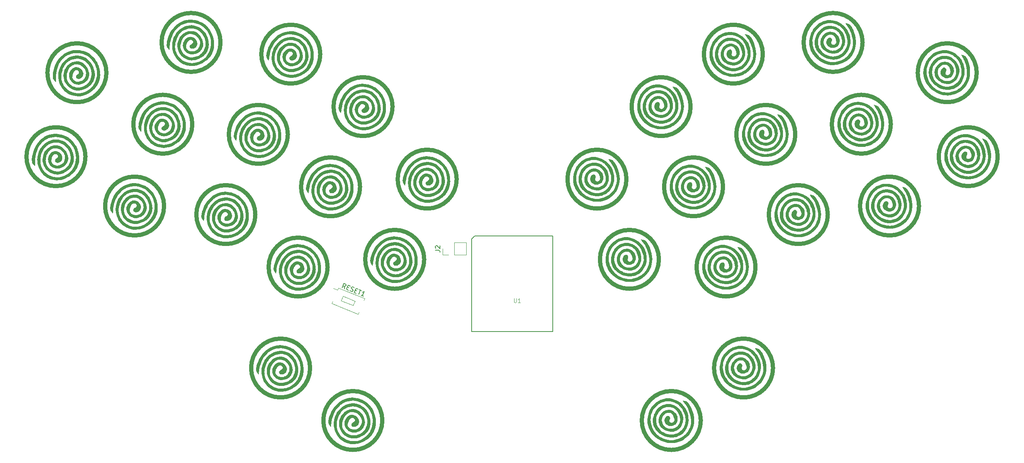
<source format=gbr>
%TF.GenerationSoftware,KiCad,Pcbnew,8.0.9-1.fc41*%
%TF.CreationDate,2025-03-09T10:33:46+11:00*%
%TF.ProjectId,katori,6b61746f-7269-42e6-9b69-6361645f7063,0.2*%
%TF.SameCoordinates,Original*%
%TF.FileFunction,Legend,Top*%
%TF.FilePolarity,Positive*%
%FSLAX46Y46*%
G04 Gerber Fmt 4.6, Leading zero omitted, Abs format (unit mm)*
G04 Created by KiCad (PCBNEW 8.0.9-1.fc41) date 2025-03-09 10:33:46*
%MOMM*%
%LPD*%
G01*
G04 APERTURE LIST*
%ADD10C,0.101600*%
%ADD11C,0.150000*%
%ADD12C,0.900000*%
%ADD13C,0.000000*%
%ADD14C,0.127000*%
%ADD15C,0.120000*%
G04 APERTURE END LIST*
D10*
X159120338Y-119217441D02*
X159120338Y-119937108D01*
X159120338Y-119937108D02*
X159162672Y-120021774D01*
X159162672Y-120021774D02*
X159205005Y-120064108D01*
X159205005Y-120064108D02*
X159289672Y-120106441D01*
X159289672Y-120106441D02*
X159459005Y-120106441D01*
X159459005Y-120106441D02*
X159543672Y-120064108D01*
X159543672Y-120064108D02*
X159586005Y-120021774D01*
X159586005Y-120021774D02*
X159628338Y-119937108D01*
X159628338Y-119937108D02*
X159628338Y-119217441D01*
X160517338Y-120106441D02*
X160009338Y-120106441D01*
X160263338Y-120106441D02*
X160263338Y-119217441D01*
X160263338Y-119217441D02*
X160178671Y-119344441D01*
X160178671Y-119344441D02*
X160094005Y-119429108D01*
X160094005Y-119429108D02*
X160009338Y-119471441D01*
D11*
X121989720Y-117028825D02*
X121859043Y-116462440D01*
X121459901Y-116814764D02*
X121834507Y-115887580D01*
X121834507Y-115887580D02*
X122187720Y-116030287D01*
X122187720Y-116030287D02*
X122258185Y-116110116D01*
X122258185Y-116110116D02*
X122284498Y-116172106D01*
X122284498Y-116172106D02*
X122292973Y-116278247D01*
X122292973Y-116278247D02*
X122239458Y-116410702D01*
X122239458Y-116410702D02*
X122159630Y-116481167D01*
X122159630Y-116481167D02*
X122097639Y-116507480D01*
X122097639Y-116507480D02*
X121991498Y-116515955D01*
X121991498Y-116515955D02*
X121638285Y-116373248D01*
X122583307Y-116703703D02*
X122892369Y-116828572D01*
X122828601Y-117367755D02*
X122387085Y-117189371D01*
X122387085Y-117189371D02*
X122761691Y-116262187D01*
X122761691Y-116262187D02*
X123203207Y-116440571D01*
X123199652Y-117466310D02*
X123314269Y-117563977D01*
X123314269Y-117563977D02*
X123535027Y-117653169D01*
X123535027Y-117653169D02*
X123641168Y-117644694D01*
X123641168Y-117644694D02*
X123703158Y-117618381D01*
X123703158Y-117618381D02*
X123782987Y-117547916D01*
X123782987Y-117547916D02*
X123818664Y-117459613D01*
X123818664Y-117459613D02*
X123810189Y-117353472D01*
X123810189Y-117353472D02*
X123783876Y-117291482D01*
X123783876Y-117291482D02*
X123713411Y-117211653D01*
X123713411Y-117211653D02*
X123554643Y-117096148D01*
X123554643Y-117096148D02*
X123484178Y-117016319D01*
X123484178Y-117016319D02*
X123457865Y-116954329D01*
X123457865Y-116954329D02*
X123449390Y-116848188D01*
X123449390Y-116848188D02*
X123485067Y-116759885D01*
X123485067Y-116759885D02*
X123564895Y-116689420D01*
X123564895Y-116689420D02*
X123626885Y-116663107D01*
X123626885Y-116663107D02*
X123733027Y-116654632D01*
X123733027Y-116654632D02*
X123953785Y-116743824D01*
X123953785Y-116743824D02*
X124068401Y-116841491D01*
X124305220Y-117399401D02*
X124614282Y-117524270D01*
X124550514Y-118063453D02*
X124108998Y-117885069D01*
X124108998Y-117885069D02*
X124483604Y-116957885D01*
X124483604Y-116957885D02*
X124925120Y-117136269D01*
X125190030Y-117243299D02*
X125719850Y-117457360D01*
X125080333Y-118277514D02*
X125454940Y-117350330D01*
X126139972Y-118705636D02*
X125610153Y-118491575D01*
X125875063Y-118598605D02*
X126249669Y-117671421D01*
X126249669Y-117671421D02*
X126107851Y-117768199D01*
X126107851Y-117768199D02*
X125983871Y-117820826D01*
X125983871Y-117820826D02*
X125877729Y-117829300D01*
X141895759Y-108602622D02*
X142610044Y-108602622D01*
X142610044Y-108602622D02*
X142752901Y-108650241D01*
X142752901Y-108650241D02*
X142848140Y-108745479D01*
X142848140Y-108745479D02*
X142895759Y-108888336D01*
X142895759Y-108888336D02*
X142895759Y-108983574D01*
X141990997Y-108174050D02*
X141943378Y-108126431D01*
X141943378Y-108126431D02*
X141895759Y-108031193D01*
X141895759Y-108031193D02*
X141895759Y-107793098D01*
X141895759Y-107793098D02*
X141943378Y-107697860D01*
X141943378Y-107697860D02*
X141990997Y-107650241D01*
X141990997Y-107650241D02*
X142086235Y-107602622D01*
X142086235Y-107602622D02*
X142181473Y-107602622D01*
X142181473Y-107602622D02*
X142324330Y-107650241D01*
X142324330Y-107650241D02*
X142895759Y-108221669D01*
X142895759Y-108221669D02*
X142895759Y-107602622D01*
D12*
%TO.C,SW23*%
X118256929Y-112295587D02*
G75*
G02*
X105322929Y-112295587I-6467000J0D01*
G01*
X105322929Y-112295587D02*
G75*
G02*
X118256929Y-112295587I6467000J0D01*
G01*
D13*
G36*
X113164062Y-112364795D02*
G01*
X113142358Y-112374025D01*
X113133157Y-112352308D01*
X113154862Y-112343078D01*
X113164062Y-112364795D01*
G37*
G36*
X114955741Y-116472529D02*
G01*
X114934037Y-116481760D01*
X114924835Y-116460042D01*
X114946540Y-116450813D01*
X114955741Y-116472529D01*
G37*
G36*
X112191414Y-107298099D02*
G01*
X112747338Y-107387724D01*
X112973476Y-107443105D01*
X113155764Y-107499830D01*
X113375375Y-107580146D01*
X113616660Y-107677191D01*
X113863976Y-107784101D01*
X114101677Y-107894013D01*
X114314119Y-108000063D01*
X114485654Y-108095389D01*
X114543924Y-108132024D01*
X114969433Y-108453068D01*
X115363019Y-108828073D01*
X115719768Y-109249953D01*
X116034768Y-109711623D01*
X116303102Y-110205997D01*
X116519858Y-110725989D01*
X116659972Y-111183203D01*
X116694928Y-111338308D01*
X116729487Y-111524974D01*
X116761953Y-111729652D01*
X116790633Y-111938786D01*
X116813831Y-112138825D01*
X116829854Y-112316216D01*
X116837005Y-112457407D01*
X116833592Y-112548845D01*
X116831897Y-112558202D01*
X116826542Y-112620316D01*
X116830788Y-112640302D01*
X116838755Y-112693155D01*
X116840082Y-112798066D01*
X116835493Y-112940755D01*
X116825716Y-113106943D01*
X116811478Y-113282346D01*
X116793504Y-113452687D01*
X116786729Y-113506476D01*
X116732280Y-113790473D01*
X116643109Y-114105732D01*
X116526796Y-114431888D01*
X116390923Y-114748573D01*
X116243073Y-115035421D01*
X116175793Y-115147543D01*
X116068657Y-115307073D01*
X115944981Y-115476484D01*
X115825483Y-115627833D01*
X115781655Y-115679142D01*
X115659613Y-115811562D01*
X115523650Y-115949666D01*
X115385174Y-116082840D01*
X115255593Y-116200460D01*
X115146315Y-116291909D01*
X115068742Y-116346566D01*
X115059468Y-116351464D01*
X115010991Y-116390511D01*
X115003966Y-116419710D01*
X115000981Y-116432398D01*
X114989734Y-116420339D01*
X114950512Y-116421660D01*
X114870918Y-116463302D01*
X114759824Y-116540546D01*
X114751031Y-116547216D01*
X114409125Y-116778273D01*
X114021258Y-116989532D01*
X113606961Y-117172595D01*
X113185758Y-117319072D01*
X112777183Y-117420568D01*
X112678185Y-117438111D01*
X112187750Y-117495356D01*
X111725838Y-117501520D01*
X111277676Y-117454926D01*
X110828491Y-117353899D01*
X110363506Y-117196764D01*
X110289013Y-117167256D01*
X109983480Y-117035409D01*
X109722148Y-116901228D01*
X109483428Y-116751553D01*
X109245735Y-116573224D01*
X109063878Y-116420365D01*
X108721413Y-116079345D01*
X108417141Y-115688659D01*
X108154739Y-115255770D01*
X107937873Y-114788141D01*
X107770215Y-114293235D01*
X107655434Y-113778514D01*
X107614463Y-113473113D01*
X107601039Y-113233734D01*
X107602825Y-112953737D01*
X107618622Y-112657202D01*
X107647228Y-112368213D01*
X107680582Y-112147236D01*
X107759689Y-111815743D01*
X107877136Y-111460948D01*
X108023533Y-111106201D01*
X108189496Y-110774851D01*
X108319293Y-110558582D01*
X108642387Y-110118536D01*
X109000868Y-109727282D01*
X109390435Y-109386911D01*
X109806788Y-109099521D01*
X110245623Y-108867201D01*
X110702642Y-108692045D01*
X111173540Y-108576146D01*
X111654019Y-108521600D01*
X112139776Y-108530497D01*
X112416535Y-108564623D01*
X112620504Y-108609763D01*
X112860527Y-108681911D01*
X113115832Y-108773201D01*
X113365644Y-108875765D01*
X113589200Y-108981740D01*
X113736613Y-109064579D01*
X114156346Y-109364105D01*
X114526564Y-109707699D01*
X114845509Y-110092817D01*
X115111428Y-110516910D01*
X115322563Y-110977430D01*
X115477162Y-111471829D01*
X115516711Y-111648057D01*
X115549138Y-111795680D01*
X115579956Y-111914380D01*
X115605612Y-111991793D01*
X115622181Y-112015754D01*
X115628949Y-112023916D01*
X115613203Y-112043811D01*
X115598721Y-112101555D01*
X115616482Y-112190693D01*
X115619980Y-112200299D01*
X115644634Y-112288526D01*
X115648015Y-112354656D01*
X115646034Y-112361475D01*
X115647015Y-112408575D01*
X115658829Y-112418789D01*
X115673740Y-112454872D01*
X115665443Y-112491400D01*
X115654485Y-112562447D01*
X115658141Y-112662033D01*
X115661105Y-112684907D01*
X115670582Y-112845728D01*
X115660798Y-113050031D01*
X115633898Y-113278066D01*
X115592026Y-113510085D01*
X115554621Y-113665532D01*
X115475192Y-113906814D01*
X115367589Y-114158226D01*
X115240252Y-114404780D01*
X115101627Y-114631481D01*
X114960156Y-114823339D01*
X114824283Y-114965365D01*
X114820928Y-114968235D01*
X114764404Y-115020174D01*
X114737960Y-115052000D01*
X114737938Y-115052075D01*
X114711846Y-115083508D01*
X114654660Y-115136870D01*
X114648009Y-115142628D01*
X114595161Y-115193138D01*
X114577253Y-115220979D01*
X114578470Y-115222151D01*
X114565171Y-115243710D01*
X114512748Y-115289502D01*
X114493131Y-115304667D01*
X114466623Y-115325110D01*
X114397009Y-115378800D01*
X114361653Y-115406955D01*
X114308648Y-115449166D01*
X114305377Y-115451771D01*
X114303715Y-115453128D01*
X114189012Y-115535702D01*
X114104124Y-115573365D01*
X114055684Y-115563205D01*
X114054897Y-115562177D01*
X114037894Y-115556097D01*
X114038599Y-115573063D01*
X114029706Y-115597112D01*
X113991675Y-115629415D01*
X113918253Y-115673332D01*
X113803189Y-115732233D01*
X113640227Y-115809479D01*
X113423122Y-115908436D01*
X113376361Y-115929466D01*
X112943311Y-116092183D01*
X112500684Y-116197800D01*
X112058673Y-116244766D01*
X111627478Y-116231533D01*
X111497908Y-116215012D01*
X111172423Y-116143981D01*
X110835393Y-116031763D01*
X110508908Y-115887524D01*
X110215051Y-115720418D01*
X110083815Y-115628546D01*
X109730724Y-115326546D01*
X109435743Y-114998148D01*
X109193052Y-114635975D01*
X109012881Y-114271166D01*
X108867818Y-113846629D01*
X108784088Y-113410586D01*
X108759924Y-112969903D01*
X108793557Y-112531451D01*
X108883218Y-112102093D01*
X109027139Y-111688698D01*
X109223551Y-111298133D01*
X109470688Y-110937266D01*
X109766779Y-110612966D01*
X110007924Y-110407007D01*
X110189106Y-110283066D01*
X110405026Y-110158794D01*
X110637114Y-110043003D01*
X110866803Y-109944501D01*
X111075524Y-109872101D01*
X111199551Y-109841606D01*
X111625987Y-109792305D01*
X112038399Y-109804426D01*
X112432060Y-109876833D01*
X112802237Y-110008395D01*
X113144204Y-110197973D01*
X113357892Y-110359174D01*
X113601559Y-110599924D01*
X113826601Y-110887948D01*
X114023177Y-111206571D01*
X114181434Y-111539113D01*
X114291528Y-111868894D01*
X114317709Y-111984936D01*
X114347738Y-112140019D01*
X114381539Y-112314752D01*
X114403417Y-112427938D01*
X114423654Y-112568936D01*
X114432075Y-112706824D01*
X114428145Y-112797913D01*
X114417377Y-112910884D01*
X114415139Y-113011722D01*
X114416105Y-113029095D01*
X114405555Y-113116647D01*
X114368297Y-113246588D01*
X114310943Y-113403465D01*
X114240108Y-113571826D01*
X114162405Y-113736220D01*
X114084447Y-113881193D01*
X114012851Y-113991296D01*
X113994447Y-114014233D01*
X113886994Y-114132966D01*
X113778456Y-114242096D01*
X113681379Y-114329947D01*
X113608312Y-114384847D01*
X113583499Y-114396623D01*
X113563161Y-114412677D01*
X113571095Y-114418611D01*
X113565267Y-114436109D01*
X113515228Y-114459587D01*
X113451819Y-114497942D01*
X113428899Y-114537715D01*
X113415201Y-114564028D01*
X113399969Y-114550901D01*
X113368687Y-114542838D01*
X113353552Y-114565259D01*
X113325619Y-114592981D01*
X113310409Y-114584081D01*
X113290491Y-114581666D01*
X113286569Y-114604244D01*
X113255407Y-114648624D01*
X113175469Y-114682779D01*
X113173320Y-114683316D01*
X113172223Y-114683642D01*
X113082823Y-114710268D01*
X112959479Y-114752798D01*
X112847285Y-114795019D01*
X112473034Y-114908134D01*
X112093117Y-114954988D01*
X111891493Y-114953241D01*
X111748822Y-114942771D01*
X111630785Y-114924719D01*
X111514070Y-114893302D01*
X111375368Y-114842739D01*
X111264356Y-114797685D01*
X111093484Y-114723689D01*
X110964425Y-114658077D01*
X110956773Y-114653161D01*
X113184538Y-114653161D01*
X113204852Y-114652611D01*
X113250620Y-114634856D01*
X113251052Y-114614191D01*
X113246853Y-114612145D01*
X113211830Y-114623565D01*
X113196735Y-114633458D01*
X113184538Y-114653161D01*
X110956773Y-114653161D01*
X110855716Y-114588233D01*
X110745898Y-114501551D01*
X110714019Y-114474267D01*
X110448470Y-114204360D01*
X110238994Y-113905370D01*
X110087804Y-113583010D01*
X109997117Y-113242994D01*
X109969149Y-112891036D01*
X109992179Y-112612657D01*
X110070545Y-112299208D01*
X110201938Y-112005623D01*
X110379131Y-111738912D01*
X110594898Y-111506086D01*
X110842008Y-111314152D01*
X111113235Y-111170121D01*
X111401351Y-111081004D01*
X111597702Y-111055644D01*
X111710585Y-111051105D01*
X111801437Y-111054833D01*
X111889140Y-111070863D01*
X111992578Y-111103225D01*
X112130633Y-111155952D01*
X112202747Y-111184844D01*
X112359706Y-111249330D01*
X112470652Y-111300146D01*
X112551857Y-111347407D01*
X112619592Y-111401217D01*
X112690125Y-111471687D01*
X112725185Y-111509429D01*
X112887056Y-111719235D01*
X113010737Y-111949320D01*
X113085872Y-112179389D01*
X113096116Y-112236276D01*
X113114693Y-112333018D01*
X113135354Y-112397420D01*
X113145761Y-112411398D01*
X113165795Y-112452523D01*
X113167914Y-112541017D01*
X113154446Y-112660632D01*
X113127711Y-112795128D01*
X113090034Y-112928262D01*
X113060539Y-113006938D01*
X112997046Y-113134387D01*
X112920527Y-113255430D01*
X112840626Y-113358333D01*
X112766997Y-113431355D01*
X112709284Y-113462757D01*
X112689019Y-113458915D01*
X112661118Y-113456718D01*
X112660210Y-113469043D01*
X112636549Y-113502774D01*
X112571077Y-113539823D01*
X112562012Y-113543487D01*
X112493012Y-113582108D01*
X112463544Y-113622321D01*
X112463653Y-113625975D01*
X112460049Y-113645545D01*
X112453446Y-113635265D01*
X112416142Y-113627073D01*
X112337896Y-113641782D01*
X112278049Y-113661000D01*
X112089309Y-113703700D01*
X111910213Y-113696454D01*
X111749317Y-113645984D01*
X111615183Y-113559017D01*
X111516363Y-113442275D01*
X111461418Y-113302483D01*
X111458907Y-113146366D01*
X111488821Y-113040856D01*
X111564724Y-112908069D01*
X111681828Y-112795522D01*
X111851719Y-112692633D01*
X111891675Y-112672943D01*
X112059513Y-112564580D01*
X112173220Y-112432866D01*
X112232653Y-112287814D01*
X112237666Y-112139434D01*
X112188114Y-111997732D01*
X112083851Y-111872718D01*
X111924730Y-111774404D01*
X111904849Y-111766044D01*
X111746786Y-111731665D01*
X111566775Y-111738061D01*
X111393894Y-111782998D01*
X111336028Y-111809765D01*
X111216719Y-111903157D01*
X111095403Y-112050251D01*
X110978309Y-112238509D01*
X110871665Y-112455398D01*
X110781701Y-112688381D01*
X110714646Y-112924919D01*
X110678825Y-113132352D01*
X110686186Y-113359207D01*
X110756967Y-113577796D01*
X110887975Y-113782809D01*
X111076011Y-113968929D01*
X111259153Y-114096935D01*
X111524733Y-114219229D01*
X111814810Y-114285126D01*
X112118484Y-114294825D01*
X112424854Y-114248522D01*
X112723020Y-114146417D01*
X112877755Y-114067587D01*
X113030069Y-113972145D01*
X113153263Y-113873050D01*
X113267760Y-113751481D01*
X113386533Y-113598771D01*
X113567284Y-113299968D01*
X113686366Y-112983821D01*
X113744472Y-112656561D01*
X113742290Y-112324416D01*
X113680512Y-111993617D01*
X113559832Y-111670390D01*
X113380937Y-111360967D01*
X113144521Y-111071576D01*
X113101207Y-111027355D01*
X112826914Y-110797876D01*
X112528133Y-110626124D01*
X112212104Y-110511277D01*
X111886070Y-110452512D01*
X111557270Y-110449006D01*
X111232946Y-110499938D01*
X110920338Y-110604482D01*
X110626687Y-110761816D01*
X110359237Y-110971116D01*
X110125225Y-111231564D01*
X110025401Y-111376898D01*
X109881276Y-111617972D01*
X109769855Y-111832674D01*
X109680048Y-112044998D01*
X109600765Y-112278939D01*
X109586025Y-112327644D01*
X109512759Y-112592390D01*
X109464665Y-112816777D01*
X109438590Y-113020890D01*
X109431379Y-113224817D01*
X109432827Y-113303106D01*
X109475788Y-113648854D01*
X109579522Y-113984172D01*
X109738273Y-114303176D01*
X109946285Y-114599981D01*
X110197801Y-114868704D01*
X110487068Y-115103461D01*
X110808325Y-115298367D01*
X111155821Y-115447539D01*
X111523799Y-115545093D01*
X111644945Y-115564449D01*
X111941963Y-115580442D01*
X112270078Y-115557393D01*
X112609462Y-115499397D01*
X112940292Y-115410542D01*
X113242745Y-115294927D01*
X113436707Y-115194505D01*
X113657107Y-115047522D01*
X113883161Y-114869131D01*
X114099469Y-114673511D01*
X114290625Y-114474840D01*
X114441224Y-114287295D01*
X114472434Y-114241183D01*
X114555101Y-114096221D01*
X114646088Y-113909514D01*
X114736163Y-113702875D01*
X114816087Y-113498119D01*
X114876626Y-113317064D01*
X114898434Y-113234963D01*
X114965236Y-112796488D01*
X114968123Y-112483668D01*
X115596666Y-112483668D01*
X115605867Y-112505384D01*
X115627571Y-112496155D01*
X115618369Y-112474438D01*
X115596666Y-112483668D01*
X114968123Y-112483668D01*
X114969335Y-112352332D01*
X114963224Y-112303961D01*
X115597369Y-112303961D01*
X115606570Y-112325677D01*
X115628275Y-112316448D01*
X115619073Y-112294730D01*
X115597369Y-112303961D01*
X114963224Y-112303961D01*
X114953826Y-112229580D01*
X115591469Y-112229580D01*
X115600671Y-112251297D01*
X115622376Y-112242067D01*
X115613174Y-112220350D01*
X115591469Y-112229580D01*
X114953826Y-112229580D01*
X114913420Y-111909785D01*
X114800183Y-111476133D01*
X114632315Y-111058668D01*
X114412509Y-110664675D01*
X114143455Y-110301444D01*
X113827846Y-109976265D01*
X113636214Y-109816907D01*
X113377472Y-109643727D01*
X113082840Y-109489385D01*
X112772974Y-109362587D01*
X112468524Y-109272036D01*
X112249012Y-109232277D01*
X111807650Y-109209725D01*
X111360642Y-109243750D01*
X110924101Y-109331970D01*
X110514147Y-109471997D01*
X110454890Y-109497794D01*
X110130080Y-109661734D01*
X109843131Y-109848141D01*
X109582816Y-110066906D01*
X109337910Y-110327922D01*
X109097188Y-110641078D01*
X109004550Y-110775696D01*
X108917453Y-110922699D01*
X108818253Y-111117883D01*
X108713557Y-111345354D01*
X108609983Y-111589218D01*
X108514144Y-111833585D01*
X108432656Y-112062558D01*
X108372130Y-112260246D01*
X108350987Y-112346100D01*
X108320382Y-112502093D01*
X108291853Y-112673634D01*
X108267666Y-112843657D01*
X108250093Y-112995107D01*
X108241404Y-113110924D01*
X108242089Y-113164172D01*
X108246953Y-113223771D01*
X108253854Y-113329808D01*
X108261497Y-113462065D01*
X108263469Y-113498688D01*
X108272157Y-113649087D01*
X108282185Y-113762982D01*
X108297445Y-113861830D01*
X108321834Y-113967085D01*
X108359247Y-114100204D01*
X108393798Y-114216527D01*
X108566546Y-114681730D01*
X108794955Y-115111028D01*
X109077043Y-115502126D01*
X109410837Y-115852731D01*
X109794354Y-116160545D01*
X110225618Y-116423275D01*
X110350386Y-116486377D01*
X110790520Y-116663273D01*
X111255045Y-116780345D01*
X111737755Y-116837094D01*
X112232446Y-116833026D01*
X112732905Y-116767639D01*
X113025752Y-116700795D01*
X113360155Y-116599495D01*
X113663732Y-116478051D01*
X113953394Y-116327667D01*
X114246054Y-116139546D01*
X114558619Y-115904888D01*
X114564278Y-115900386D01*
X114925694Y-115570332D01*
X115248449Y-115187311D01*
X115530577Y-114754046D01*
X115770111Y-114273264D01*
X115814529Y-114167224D01*
X115996080Y-113638712D01*
X116111262Y-113109421D01*
X116160353Y-112576346D01*
X116143628Y-112036472D01*
X116088353Y-111667116D01*
X116069826Y-111543320D01*
X116120395Y-111543320D01*
X116129597Y-111565037D01*
X116151301Y-111555807D01*
X116142099Y-111534089D01*
X116120395Y-111543320D01*
X116069826Y-111543320D01*
X116061366Y-111486788D01*
X116060616Y-111483170D01*
X116035049Y-111364387D01*
X116013583Y-111272493D01*
X116000555Y-111225958D01*
X115999970Y-111224678D01*
X115984831Y-111180879D01*
X115960684Y-111097833D01*
X115950597Y-111060736D01*
X115837326Y-110726077D01*
X115675358Y-110375007D01*
X115474378Y-110023303D01*
X115244070Y-109686745D01*
X114994118Y-109381107D01*
X114793843Y-109176278D01*
X114533638Y-108946448D01*
X114282311Y-108755267D01*
X114020929Y-108590777D01*
X113730570Y-108441020D01*
X113406565Y-108299841D01*
X112882693Y-108119762D01*
X112357005Y-108005030D01*
X111832697Y-107955408D01*
X111312965Y-107970663D01*
X110801005Y-108050561D01*
X110300014Y-108194869D01*
X109813185Y-108403349D01*
X109482528Y-108587355D01*
X109358047Y-108666619D01*
X109256058Y-108737270D01*
X109189612Y-108789941D01*
X109171332Y-108810831D01*
X109138984Y-108843650D01*
X109124837Y-108842925D01*
X109084018Y-108856418D01*
X109046115Y-108892117D01*
X108996044Y-108946717D01*
X108915810Y-109027759D01*
X108836620Y-109104462D01*
X108528829Y-109433520D01*
X108236697Y-109817399D01*
X107965514Y-110244995D01*
X107720570Y-110705210D01*
X107507150Y-111186943D01*
X107330549Y-111679090D01*
X107196053Y-112170553D01*
X107108951Y-112650231D01*
X107096243Y-112757110D01*
X107068205Y-112996947D01*
X107035899Y-113235087D01*
X107002569Y-113448999D01*
X106975012Y-113599089D01*
X106951647Y-113661724D01*
X106924484Y-113677671D01*
X106886403Y-113641639D01*
X106824506Y-113561530D01*
X106747901Y-113451280D01*
X106665688Y-113324823D01*
X106586975Y-113196090D01*
X106520864Y-113079019D01*
X106481923Y-113000321D01*
X106430961Y-112836983D01*
X106420133Y-112654969D01*
X106422874Y-112606518D01*
X106449437Y-112316178D01*
X106486010Y-112056846D01*
X106536921Y-111811080D01*
X106606491Y-111561439D01*
X106699042Y-111290487D01*
X106818899Y-110980781D01*
X106836848Y-110936426D01*
X107111989Y-110330545D01*
X107422812Y-109780242D01*
X107770461Y-109284034D01*
X108156080Y-108840442D01*
X108580809Y-108447985D01*
X108996826Y-108137690D01*
X109501728Y-107835666D01*
X110020507Y-107597977D01*
X110551016Y-107425001D01*
X111091103Y-107317112D01*
X111638618Y-107274686D01*
X112191414Y-107298099D01*
G37*
D12*
%TO.C,SW13*%
X109537336Y-83157433D02*
G75*
G02*
X96603336Y-83157433I-6467000J0D01*
G01*
X96603336Y-83157433D02*
G75*
G02*
X109537336Y-83157433I6467000J0D01*
G01*
D13*
G36*
X104444469Y-83226641D02*
G01*
X104422765Y-83235871D01*
X104413564Y-83214154D01*
X104435269Y-83204924D01*
X104444469Y-83226641D01*
G37*
G36*
X106236148Y-87334375D02*
G01*
X106214444Y-87343606D01*
X106205242Y-87321888D01*
X106226947Y-87312659D01*
X106236148Y-87334375D01*
G37*
G36*
X103471821Y-78159945D02*
G01*
X104027745Y-78249570D01*
X104253883Y-78304951D01*
X104436171Y-78361676D01*
X104655782Y-78441992D01*
X104897067Y-78539037D01*
X105144383Y-78645947D01*
X105382084Y-78755859D01*
X105594526Y-78861909D01*
X105766061Y-78957235D01*
X105824331Y-78993870D01*
X106249840Y-79314914D01*
X106643426Y-79689919D01*
X107000175Y-80111799D01*
X107315175Y-80573469D01*
X107583509Y-81067843D01*
X107800265Y-81587835D01*
X107940379Y-82045049D01*
X107975335Y-82200154D01*
X108009894Y-82386820D01*
X108042360Y-82591498D01*
X108071040Y-82800632D01*
X108094238Y-83000671D01*
X108110261Y-83178062D01*
X108117412Y-83319253D01*
X108113999Y-83410691D01*
X108112304Y-83420048D01*
X108106949Y-83482162D01*
X108111195Y-83502148D01*
X108119162Y-83555001D01*
X108120489Y-83659912D01*
X108115900Y-83802601D01*
X108106123Y-83968789D01*
X108091885Y-84144192D01*
X108073911Y-84314533D01*
X108067136Y-84368322D01*
X108012687Y-84652319D01*
X107923516Y-84967578D01*
X107807203Y-85293734D01*
X107671330Y-85610419D01*
X107523480Y-85897267D01*
X107456200Y-86009389D01*
X107349064Y-86168919D01*
X107225388Y-86338330D01*
X107105890Y-86489679D01*
X107062062Y-86540988D01*
X106940020Y-86673408D01*
X106804057Y-86811512D01*
X106665581Y-86944686D01*
X106536000Y-87062306D01*
X106426722Y-87153755D01*
X106349149Y-87208412D01*
X106339875Y-87213310D01*
X106291398Y-87252357D01*
X106284373Y-87281556D01*
X106281388Y-87294244D01*
X106270141Y-87282185D01*
X106230919Y-87283506D01*
X106151325Y-87325148D01*
X106040231Y-87402392D01*
X106031438Y-87409062D01*
X105689532Y-87640119D01*
X105301665Y-87851378D01*
X104887368Y-88034441D01*
X104466165Y-88180918D01*
X104057590Y-88282414D01*
X103958592Y-88299957D01*
X103468157Y-88357202D01*
X103006245Y-88363366D01*
X102558083Y-88316772D01*
X102108898Y-88215745D01*
X101643913Y-88058610D01*
X101569420Y-88029102D01*
X101263887Y-87897255D01*
X101002555Y-87763074D01*
X100763835Y-87613399D01*
X100526142Y-87435070D01*
X100344285Y-87282211D01*
X100001820Y-86941191D01*
X99697548Y-86550505D01*
X99435146Y-86117616D01*
X99218280Y-85649987D01*
X99050622Y-85155081D01*
X98935841Y-84640360D01*
X98894870Y-84334959D01*
X98881446Y-84095580D01*
X98883232Y-83815583D01*
X98899029Y-83519048D01*
X98927635Y-83230059D01*
X98960989Y-83009082D01*
X99040096Y-82677589D01*
X99157543Y-82322794D01*
X99303940Y-81968047D01*
X99469903Y-81636697D01*
X99599700Y-81420428D01*
X99922794Y-80980382D01*
X100281275Y-80589128D01*
X100670842Y-80248757D01*
X101087195Y-79961367D01*
X101526030Y-79729047D01*
X101983049Y-79553891D01*
X102453947Y-79437992D01*
X102934426Y-79383446D01*
X103420183Y-79392343D01*
X103696942Y-79426469D01*
X103900911Y-79471609D01*
X104140934Y-79543757D01*
X104396239Y-79635047D01*
X104646051Y-79737611D01*
X104869607Y-79843586D01*
X105017020Y-79926425D01*
X105436753Y-80225951D01*
X105806971Y-80569545D01*
X106125916Y-80954663D01*
X106391835Y-81378756D01*
X106602970Y-81839276D01*
X106757569Y-82333675D01*
X106797118Y-82509903D01*
X106829545Y-82657526D01*
X106860363Y-82776226D01*
X106886019Y-82853639D01*
X106902588Y-82877600D01*
X106909356Y-82885762D01*
X106893610Y-82905657D01*
X106879128Y-82963401D01*
X106896889Y-83052539D01*
X106900387Y-83062145D01*
X106925041Y-83150372D01*
X106928422Y-83216502D01*
X106926441Y-83223321D01*
X106927422Y-83270421D01*
X106939236Y-83280635D01*
X106954147Y-83316718D01*
X106945850Y-83353246D01*
X106934892Y-83424293D01*
X106938548Y-83523879D01*
X106941512Y-83546753D01*
X106950989Y-83707574D01*
X106941205Y-83911877D01*
X106914305Y-84139912D01*
X106872433Y-84371931D01*
X106835028Y-84527378D01*
X106755599Y-84768660D01*
X106647996Y-85020072D01*
X106520659Y-85266626D01*
X106382034Y-85493327D01*
X106240563Y-85685185D01*
X106104690Y-85827211D01*
X106101335Y-85830081D01*
X106044811Y-85882020D01*
X106018367Y-85913846D01*
X106018345Y-85913921D01*
X105992253Y-85945354D01*
X105935067Y-85998716D01*
X105928416Y-86004474D01*
X105875568Y-86054984D01*
X105857660Y-86082825D01*
X105858877Y-86083997D01*
X105845578Y-86105556D01*
X105793155Y-86151348D01*
X105773538Y-86166513D01*
X105747030Y-86186956D01*
X105677416Y-86240646D01*
X105642060Y-86268801D01*
X105589055Y-86311012D01*
X105585784Y-86313617D01*
X105584122Y-86314974D01*
X105469419Y-86397548D01*
X105384531Y-86435211D01*
X105336091Y-86425051D01*
X105335304Y-86424023D01*
X105318301Y-86417943D01*
X105319006Y-86434909D01*
X105310113Y-86458958D01*
X105272082Y-86491261D01*
X105198660Y-86535178D01*
X105083596Y-86594079D01*
X104920634Y-86671325D01*
X104703529Y-86770282D01*
X104656768Y-86791312D01*
X104223718Y-86954029D01*
X103781091Y-87059646D01*
X103339080Y-87106612D01*
X102907885Y-87093379D01*
X102778315Y-87076858D01*
X102452830Y-87005827D01*
X102115800Y-86893609D01*
X101789315Y-86749370D01*
X101495458Y-86582264D01*
X101364222Y-86490392D01*
X101011131Y-86188392D01*
X100716150Y-85859994D01*
X100473459Y-85497821D01*
X100293288Y-85133012D01*
X100148225Y-84708475D01*
X100064495Y-84272432D01*
X100040331Y-83831749D01*
X100073964Y-83393297D01*
X100163625Y-82963939D01*
X100307546Y-82550544D01*
X100503958Y-82159979D01*
X100751095Y-81799112D01*
X101047186Y-81474812D01*
X101288331Y-81268853D01*
X101469513Y-81144912D01*
X101685433Y-81020640D01*
X101917521Y-80904849D01*
X102147210Y-80806347D01*
X102355931Y-80733947D01*
X102479958Y-80703452D01*
X102906394Y-80654151D01*
X103318806Y-80666272D01*
X103712467Y-80738679D01*
X104082644Y-80870241D01*
X104424611Y-81059819D01*
X104638299Y-81221020D01*
X104881966Y-81461770D01*
X105107008Y-81749794D01*
X105303584Y-82068417D01*
X105461841Y-82400959D01*
X105571935Y-82730740D01*
X105598116Y-82846782D01*
X105628145Y-83001865D01*
X105661946Y-83176598D01*
X105683824Y-83289784D01*
X105704061Y-83430782D01*
X105712482Y-83568670D01*
X105708552Y-83659759D01*
X105697784Y-83772730D01*
X105695546Y-83873568D01*
X105696512Y-83890941D01*
X105685962Y-83978493D01*
X105648704Y-84108434D01*
X105591350Y-84265311D01*
X105520515Y-84433672D01*
X105442812Y-84598066D01*
X105364854Y-84743039D01*
X105293258Y-84853142D01*
X105274854Y-84876079D01*
X105167401Y-84994812D01*
X105058863Y-85103942D01*
X104961786Y-85191793D01*
X104888719Y-85246693D01*
X104863906Y-85258469D01*
X104843568Y-85274523D01*
X104851502Y-85280457D01*
X104845674Y-85297955D01*
X104795635Y-85321433D01*
X104732226Y-85359788D01*
X104709306Y-85399561D01*
X104695608Y-85425874D01*
X104680376Y-85412747D01*
X104649094Y-85404684D01*
X104633959Y-85427105D01*
X104606026Y-85454827D01*
X104590816Y-85445927D01*
X104570898Y-85443512D01*
X104566976Y-85466090D01*
X104535814Y-85510470D01*
X104455876Y-85544625D01*
X104453727Y-85545162D01*
X104452630Y-85545488D01*
X104363230Y-85572114D01*
X104239886Y-85614644D01*
X104127692Y-85656865D01*
X103753441Y-85769980D01*
X103373524Y-85816834D01*
X103171900Y-85815087D01*
X103029229Y-85804617D01*
X102911192Y-85786565D01*
X102794477Y-85755148D01*
X102655775Y-85704585D01*
X102544763Y-85659531D01*
X102373891Y-85585535D01*
X102244832Y-85519923D01*
X102237180Y-85515007D01*
X104464945Y-85515007D01*
X104485259Y-85514457D01*
X104531027Y-85496702D01*
X104531459Y-85476037D01*
X104527260Y-85473991D01*
X104492237Y-85485411D01*
X104477142Y-85495304D01*
X104464945Y-85515007D01*
X102237180Y-85515007D01*
X102136123Y-85450079D01*
X102026305Y-85363397D01*
X101994426Y-85336113D01*
X101728877Y-85066206D01*
X101519401Y-84767216D01*
X101368211Y-84444856D01*
X101277524Y-84104840D01*
X101249556Y-83752882D01*
X101272586Y-83474503D01*
X101350952Y-83161054D01*
X101482345Y-82867469D01*
X101659538Y-82600758D01*
X101875305Y-82367932D01*
X102122415Y-82175998D01*
X102393642Y-82031967D01*
X102681758Y-81942850D01*
X102878109Y-81917490D01*
X102990992Y-81912951D01*
X103081844Y-81916679D01*
X103169547Y-81932709D01*
X103272985Y-81965071D01*
X103411040Y-82017798D01*
X103483154Y-82046690D01*
X103640113Y-82111176D01*
X103751059Y-82161992D01*
X103832264Y-82209253D01*
X103899999Y-82263063D01*
X103970532Y-82333533D01*
X104005592Y-82371275D01*
X104167463Y-82581081D01*
X104291144Y-82811166D01*
X104366279Y-83041235D01*
X104376523Y-83098122D01*
X104395100Y-83194864D01*
X104415761Y-83259266D01*
X104426168Y-83273244D01*
X104446202Y-83314369D01*
X104448321Y-83402863D01*
X104434853Y-83522478D01*
X104408118Y-83656974D01*
X104370441Y-83790108D01*
X104340946Y-83868784D01*
X104277453Y-83996233D01*
X104200934Y-84117276D01*
X104121033Y-84220179D01*
X104047404Y-84293201D01*
X103989691Y-84324603D01*
X103969426Y-84320761D01*
X103941525Y-84318564D01*
X103940617Y-84330889D01*
X103916956Y-84364620D01*
X103851484Y-84401669D01*
X103842419Y-84405333D01*
X103773419Y-84443954D01*
X103743951Y-84484167D01*
X103744060Y-84487821D01*
X103740456Y-84507391D01*
X103733853Y-84497111D01*
X103696549Y-84488919D01*
X103618303Y-84503628D01*
X103558456Y-84522846D01*
X103369716Y-84565546D01*
X103190620Y-84558300D01*
X103029724Y-84507830D01*
X102895590Y-84420863D01*
X102796770Y-84304121D01*
X102741825Y-84164329D01*
X102739314Y-84008212D01*
X102769228Y-83902702D01*
X102845131Y-83769915D01*
X102962235Y-83657368D01*
X103132126Y-83554479D01*
X103172082Y-83534789D01*
X103339920Y-83426426D01*
X103453627Y-83294712D01*
X103513060Y-83149660D01*
X103518073Y-83001280D01*
X103468521Y-82859578D01*
X103364258Y-82734564D01*
X103205137Y-82636250D01*
X103185256Y-82627890D01*
X103027193Y-82593511D01*
X102847182Y-82599907D01*
X102674301Y-82644844D01*
X102616435Y-82671611D01*
X102497126Y-82765003D01*
X102375810Y-82912097D01*
X102258716Y-83100355D01*
X102152072Y-83317244D01*
X102062108Y-83550227D01*
X101995053Y-83786765D01*
X101959232Y-83994198D01*
X101966593Y-84221053D01*
X102037374Y-84439642D01*
X102168382Y-84644655D01*
X102356418Y-84830775D01*
X102539560Y-84958781D01*
X102805140Y-85081075D01*
X103095217Y-85146972D01*
X103398891Y-85156671D01*
X103705261Y-85110368D01*
X104003427Y-85008263D01*
X104158162Y-84929433D01*
X104310476Y-84833991D01*
X104433670Y-84734896D01*
X104548167Y-84613327D01*
X104666940Y-84460617D01*
X104847691Y-84161814D01*
X104966773Y-83845667D01*
X105024879Y-83518407D01*
X105022697Y-83186262D01*
X104960919Y-82855463D01*
X104840239Y-82532236D01*
X104661344Y-82222813D01*
X104424928Y-81933422D01*
X104381614Y-81889201D01*
X104107321Y-81659722D01*
X103808540Y-81487970D01*
X103492511Y-81373123D01*
X103166477Y-81314358D01*
X102837677Y-81310852D01*
X102513353Y-81361784D01*
X102200745Y-81466328D01*
X101907094Y-81623662D01*
X101639644Y-81832962D01*
X101405632Y-82093410D01*
X101305808Y-82238744D01*
X101161683Y-82479818D01*
X101050262Y-82694520D01*
X100960455Y-82906844D01*
X100881172Y-83140785D01*
X100866432Y-83189490D01*
X100793166Y-83454236D01*
X100745072Y-83678623D01*
X100718997Y-83882736D01*
X100711786Y-84086663D01*
X100713234Y-84164952D01*
X100756195Y-84510700D01*
X100859929Y-84846018D01*
X101018680Y-85165022D01*
X101226692Y-85461827D01*
X101478208Y-85730550D01*
X101767475Y-85965307D01*
X102088732Y-86160213D01*
X102436228Y-86309385D01*
X102804206Y-86406939D01*
X102925352Y-86426295D01*
X103222370Y-86442288D01*
X103550485Y-86419239D01*
X103889869Y-86361243D01*
X104220699Y-86272388D01*
X104523152Y-86156773D01*
X104717114Y-86056351D01*
X104937514Y-85909368D01*
X105163568Y-85730977D01*
X105379876Y-85535357D01*
X105571032Y-85336686D01*
X105721631Y-85149141D01*
X105752841Y-85103029D01*
X105835508Y-84958067D01*
X105926495Y-84771360D01*
X106016570Y-84564721D01*
X106096494Y-84359965D01*
X106157033Y-84178910D01*
X106178841Y-84096809D01*
X106245643Y-83658334D01*
X106248530Y-83345514D01*
X106877073Y-83345514D01*
X106886274Y-83367230D01*
X106907978Y-83358001D01*
X106898776Y-83336284D01*
X106877073Y-83345514D01*
X106248530Y-83345514D01*
X106249742Y-83214178D01*
X106243631Y-83165807D01*
X106877776Y-83165807D01*
X106886977Y-83187523D01*
X106908682Y-83178294D01*
X106899480Y-83156576D01*
X106877776Y-83165807D01*
X106243631Y-83165807D01*
X106234233Y-83091426D01*
X106871876Y-83091426D01*
X106881078Y-83113143D01*
X106902783Y-83103913D01*
X106893581Y-83082196D01*
X106871876Y-83091426D01*
X106234233Y-83091426D01*
X106193827Y-82771631D01*
X106080590Y-82337979D01*
X105912722Y-81920514D01*
X105692916Y-81526521D01*
X105423862Y-81163290D01*
X105108253Y-80838111D01*
X104916621Y-80678753D01*
X104657879Y-80505573D01*
X104363247Y-80351231D01*
X104053381Y-80224433D01*
X103748931Y-80133882D01*
X103529419Y-80094123D01*
X103088057Y-80071571D01*
X102641049Y-80105596D01*
X102204508Y-80193816D01*
X101794554Y-80333843D01*
X101735297Y-80359640D01*
X101410487Y-80523580D01*
X101123538Y-80709987D01*
X100863223Y-80928752D01*
X100618317Y-81189768D01*
X100377595Y-81502924D01*
X100284957Y-81637542D01*
X100197860Y-81784545D01*
X100098660Y-81979729D01*
X99993964Y-82207200D01*
X99890390Y-82451064D01*
X99794551Y-82695431D01*
X99713063Y-82924404D01*
X99652537Y-83122092D01*
X99631394Y-83207946D01*
X99600789Y-83363939D01*
X99572260Y-83535480D01*
X99548073Y-83705503D01*
X99530500Y-83856953D01*
X99521811Y-83972770D01*
X99522496Y-84026018D01*
X99527360Y-84085617D01*
X99534261Y-84191654D01*
X99541904Y-84323911D01*
X99543876Y-84360534D01*
X99552564Y-84510933D01*
X99562592Y-84624828D01*
X99577852Y-84723676D01*
X99602241Y-84828931D01*
X99639654Y-84962050D01*
X99674205Y-85078373D01*
X99846953Y-85543576D01*
X100075362Y-85972874D01*
X100357450Y-86363972D01*
X100691244Y-86714577D01*
X101074761Y-87022391D01*
X101506025Y-87285121D01*
X101630793Y-87348223D01*
X102070927Y-87525119D01*
X102535452Y-87642191D01*
X103018162Y-87698940D01*
X103512853Y-87694872D01*
X104013312Y-87629485D01*
X104306159Y-87562641D01*
X104640562Y-87461341D01*
X104944139Y-87339897D01*
X105233801Y-87189513D01*
X105526461Y-87001392D01*
X105839026Y-86766734D01*
X105844685Y-86762232D01*
X106206101Y-86432178D01*
X106528856Y-86049157D01*
X106810984Y-85615892D01*
X107050518Y-85135110D01*
X107094936Y-85029070D01*
X107276487Y-84500558D01*
X107391669Y-83971267D01*
X107440760Y-83438192D01*
X107424035Y-82898318D01*
X107368760Y-82528962D01*
X107350233Y-82405166D01*
X107400802Y-82405166D01*
X107410004Y-82426883D01*
X107431708Y-82417653D01*
X107422506Y-82395935D01*
X107400802Y-82405166D01*
X107350233Y-82405166D01*
X107341773Y-82348634D01*
X107341023Y-82345016D01*
X107315456Y-82226233D01*
X107293990Y-82134339D01*
X107280962Y-82087804D01*
X107280377Y-82086524D01*
X107265238Y-82042725D01*
X107241091Y-81959679D01*
X107231004Y-81922582D01*
X107117733Y-81587923D01*
X106955765Y-81236853D01*
X106754785Y-80885149D01*
X106524477Y-80548591D01*
X106274525Y-80242953D01*
X106074250Y-80038124D01*
X105814045Y-79808294D01*
X105562718Y-79617113D01*
X105301336Y-79452623D01*
X105010977Y-79302866D01*
X104686972Y-79161687D01*
X104163100Y-78981608D01*
X103637412Y-78866876D01*
X103113104Y-78817254D01*
X102593372Y-78832509D01*
X102081412Y-78912407D01*
X101580421Y-79056715D01*
X101093592Y-79265195D01*
X100762935Y-79449201D01*
X100638454Y-79528465D01*
X100536465Y-79599116D01*
X100470019Y-79651787D01*
X100451739Y-79672677D01*
X100419391Y-79705496D01*
X100405244Y-79704771D01*
X100364425Y-79718264D01*
X100326522Y-79753963D01*
X100276451Y-79808563D01*
X100196217Y-79889605D01*
X100117027Y-79966308D01*
X99809236Y-80295366D01*
X99517104Y-80679245D01*
X99245921Y-81106841D01*
X99000977Y-81567056D01*
X98787557Y-82048789D01*
X98610956Y-82540936D01*
X98476460Y-83032399D01*
X98389358Y-83512077D01*
X98376650Y-83618956D01*
X98348612Y-83858793D01*
X98316306Y-84096933D01*
X98282976Y-84310845D01*
X98255419Y-84460935D01*
X98232054Y-84523570D01*
X98204891Y-84539517D01*
X98166810Y-84503485D01*
X98104913Y-84423376D01*
X98028308Y-84313126D01*
X97946095Y-84186669D01*
X97867382Y-84057936D01*
X97801271Y-83940865D01*
X97762330Y-83862167D01*
X97711368Y-83698829D01*
X97700540Y-83516815D01*
X97703281Y-83468364D01*
X97729844Y-83178024D01*
X97766417Y-82918692D01*
X97817328Y-82672926D01*
X97886898Y-82423285D01*
X97979449Y-82152333D01*
X98099306Y-81842627D01*
X98117255Y-81798272D01*
X98392396Y-81192391D01*
X98703219Y-80642088D01*
X99050868Y-80145880D01*
X99436487Y-79702288D01*
X99861216Y-79309831D01*
X100277233Y-78999536D01*
X100782135Y-78697512D01*
X101300914Y-78459823D01*
X101831423Y-78286847D01*
X102371510Y-78178958D01*
X102919025Y-78136532D01*
X103471821Y-78159945D01*
G37*
D14*
%TO.C,U1*%
X149804382Y-106153377D02*
X149804382Y-126480997D01*
X149804382Y-126480997D02*
X167602161Y-126480997D01*
X150474942Y-105482817D02*
X149804382Y-106153377D01*
X167602161Y-126480997D02*
X167602162Y-105482817D01*
X167602162Y-105482817D02*
X150474942Y-105482817D01*
D12*
%TO.C,SW15*%
X139432184Y-110604850D02*
G75*
G02*
X126498184Y-110604850I-6467000J0D01*
G01*
X126498184Y-110604850D02*
G75*
G02*
X139432184Y-110604850I6467000J0D01*
G01*
D13*
G36*
X134339317Y-110674058D02*
G01*
X134317613Y-110683288D01*
X134308412Y-110661571D01*
X134330117Y-110652341D01*
X134339317Y-110674058D01*
G37*
G36*
X136130996Y-114781792D02*
G01*
X136109292Y-114791023D01*
X136100090Y-114769305D01*
X136121795Y-114760076D01*
X136130996Y-114781792D01*
G37*
G36*
X133366669Y-105607362D02*
G01*
X133922593Y-105696987D01*
X134148731Y-105752368D01*
X134331019Y-105809093D01*
X134550630Y-105889409D01*
X134791915Y-105986454D01*
X135039231Y-106093364D01*
X135276932Y-106203276D01*
X135489374Y-106309326D01*
X135660909Y-106404652D01*
X135719179Y-106441287D01*
X136144688Y-106762331D01*
X136538274Y-107137336D01*
X136895023Y-107559216D01*
X137210023Y-108020886D01*
X137478357Y-108515260D01*
X137695113Y-109035252D01*
X137835227Y-109492466D01*
X137870183Y-109647571D01*
X137904742Y-109834237D01*
X137937208Y-110038915D01*
X137965888Y-110248049D01*
X137989086Y-110448088D01*
X138005109Y-110625479D01*
X138012260Y-110766670D01*
X138008847Y-110858108D01*
X138007152Y-110867465D01*
X138001797Y-110929579D01*
X138006043Y-110949565D01*
X138014010Y-111002418D01*
X138015337Y-111107329D01*
X138010748Y-111250018D01*
X138000971Y-111416206D01*
X137986733Y-111591609D01*
X137968759Y-111761950D01*
X137961984Y-111815739D01*
X137907535Y-112099736D01*
X137818364Y-112414995D01*
X137702051Y-112741151D01*
X137566178Y-113057836D01*
X137418328Y-113344684D01*
X137351048Y-113456806D01*
X137243912Y-113616336D01*
X137120236Y-113785747D01*
X137000738Y-113937096D01*
X136956910Y-113988405D01*
X136834868Y-114120825D01*
X136698905Y-114258929D01*
X136560429Y-114392103D01*
X136430848Y-114509723D01*
X136321570Y-114601172D01*
X136243997Y-114655829D01*
X136234723Y-114660727D01*
X136186246Y-114699774D01*
X136179221Y-114728973D01*
X136176236Y-114741661D01*
X136164989Y-114729602D01*
X136125767Y-114730923D01*
X136046173Y-114772565D01*
X135935079Y-114849809D01*
X135926286Y-114856479D01*
X135584380Y-115087536D01*
X135196513Y-115298795D01*
X134782216Y-115481858D01*
X134361013Y-115628335D01*
X133952438Y-115729831D01*
X133853440Y-115747374D01*
X133363005Y-115804619D01*
X132901093Y-115810783D01*
X132452931Y-115764189D01*
X132003746Y-115663162D01*
X131538761Y-115506027D01*
X131464268Y-115476519D01*
X131158735Y-115344672D01*
X130897403Y-115210491D01*
X130658683Y-115060816D01*
X130420990Y-114882487D01*
X130239133Y-114729628D01*
X129896668Y-114388608D01*
X129592396Y-113997922D01*
X129329994Y-113565033D01*
X129113128Y-113097404D01*
X128945470Y-112602498D01*
X128830689Y-112087777D01*
X128789718Y-111782376D01*
X128776294Y-111542997D01*
X128778080Y-111263000D01*
X128793877Y-110966465D01*
X128822483Y-110677476D01*
X128855837Y-110456499D01*
X128934944Y-110125006D01*
X129052391Y-109770211D01*
X129198788Y-109415464D01*
X129364751Y-109084114D01*
X129494548Y-108867845D01*
X129817642Y-108427799D01*
X130176123Y-108036545D01*
X130565690Y-107696174D01*
X130982043Y-107408784D01*
X131420878Y-107176464D01*
X131877897Y-107001308D01*
X132348795Y-106885409D01*
X132829274Y-106830863D01*
X133315031Y-106839760D01*
X133591790Y-106873886D01*
X133795759Y-106919026D01*
X134035782Y-106991174D01*
X134291087Y-107082464D01*
X134540899Y-107185028D01*
X134764455Y-107291003D01*
X134911868Y-107373842D01*
X135331601Y-107673368D01*
X135701819Y-108016962D01*
X136020764Y-108402080D01*
X136286683Y-108826173D01*
X136497818Y-109286693D01*
X136652417Y-109781092D01*
X136691966Y-109957320D01*
X136724393Y-110104943D01*
X136755211Y-110223643D01*
X136780867Y-110301056D01*
X136797436Y-110325017D01*
X136804204Y-110333179D01*
X136788458Y-110353074D01*
X136773976Y-110410818D01*
X136791737Y-110499956D01*
X136795235Y-110509562D01*
X136819889Y-110597789D01*
X136823270Y-110663919D01*
X136821289Y-110670738D01*
X136822270Y-110717838D01*
X136834084Y-110728052D01*
X136848995Y-110764135D01*
X136840698Y-110800663D01*
X136829740Y-110871710D01*
X136833396Y-110971296D01*
X136836360Y-110994170D01*
X136845837Y-111154991D01*
X136836053Y-111359294D01*
X136809153Y-111587329D01*
X136767281Y-111819348D01*
X136729876Y-111974795D01*
X136650447Y-112216077D01*
X136542844Y-112467489D01*
X136415507Y-112714043D01*
X136276882Y-112940744D01*
X136135411Y-113132602D01*
X135999538Y-113274628D01*
X135996183Y-113277498D01*
X135939659Y-113329437D01*
X135913215Y-113361263D01*
X135913193Y-113361338D01*
X135887101Y-113392771D01*
X135829915Y-113446133D01*
X135823264Y-113451891D01*
X135770416Y-113502401D01*
X135752508Y-113530242D01*
X135753725Y-113531414D01*
X135740426Y-113552973D01*
X135688003Y-113598765D01*
X135668386Y-113613930D01*
X135641878Y-113634373D01*
X135572264Y-113688063D01*
X135536908Y-113716218D01*
X135483903Y-113758429D01*
X135480632Y-113761034D01*
X135478970Y-113762391D01*
X135364267Y-113844965D01*
X135279379Y-113882628D01*
X135230939Y-113872468D01*
X135230152Y-113871440D01*
X135213149Y-113865360D01*
X135213854Y-113882326D01*
X135204961Y-113906375D01*
X135166930Y-113938678D01*
X135093508Y-113982595D01*
X134978444Y-114041496D01*
X134815482Y-114118742D01*
X134598377Y-114217699D01*
X134551616Y-114238729D01*
X134118566Y-114401446D01*
X133675939Y-114507063D01*
X133233928Y-114554029D01*
X132802733Y-114540796D01*
X132673163Y-114524275D01*
X132347678Y-114453244D01*
X132010648Y-114341026D01*
X131684163Y-114196787D01*
X131390306Y-114029681D01*
X131259070Y-113937809D01*
X130905979Y-113635809D01*
X130610998Y-113307411D01*
X130368307Y-112945238D01*
X130188136Y-112580429D01*
X130043073Y-112155892D01*
X129959343Y-111719849D01*
X129935179Y-111279166D01*
X129968812Y-110840714D01*
X130058473Y-110411356D01*
X130202394Y-109997961D01*
X130398806Y-109607396D01*
X130645943Y-109246529D01*
X130942034Y-108922229D01*
X131183179Y-108716270D01*
X131364361Y-108592329D01*
X131580281Y-108468057D01*
X131812369Y-108352266D01*
X132042058Y-108253764D01*
X132250779Y-108181364D01*
X132374806Y-108150869D01*
X132801242Y-108101568D01*
X133213654Y-108113689D01*
X133607315Y-108186096D01*
X133977492Y-108317658D01*
X134319459Y-108507236D01*
X134533147Y-108668437D01*
X134776814Y-108909187D01*
X135001856Y-109197211D01*
X135198432Y-109515834D01*
X135356689Y-109848376D01*
X135466783Y-110178157D01*
X135492964Y-110294199D01*
X135522993Y-110449282D01*
X135556794Y-110624015D01*
X135578672Y-110737201D01*
X135598909Y-110878199D01*
X135607330Y-111016087D01*
X135603400Y-111107176D01*
X135592632Y-111220147D01*
X135590394Y-111320985D01*
X135591360Y-111338358D01*
X135580810Y-111425910D01*
X135543552Y-111555851D01*
X135486198Y-111712728D01*
X135415363Y-111881089D01*
X135337660Y-112045483D01*
X135259702Y-112190456D01*
X135188106Y-112300559D01*
X135169702Y-112323496D01*
X135062249Y-112442229D01*
X134953711Y-112551359D01*
X134856634Y-112639210D01*
X134783567Y-112694110D01*
X134758754Y-112705886D01*
X134738416Y-112721940D01*
X134746350Y-112727874D01*
X134740522Y-112745372D01*
X134690483Y-112768850D01*
X134627074Y-112807205D01*
X134604154Y-112846978D01*
X134590456Y-112873291D01*
X134575224Y-112860164D01*
X134543942Y-112852101D01*
X134528807Y-112874522D01*
X134500874Y-112902244D01*
X134485664Y-112893344D01*
X134465746Y-112890929D01*
X134461824Y-112913507D01*
X134430662Y-112957887D01*
X134350724Y-112992042D01*
X134348575Y-112992579D01*
X134347478Y-112992905D01*
X134258078Y-113019531D01*
X134134734Y-113062061D01*
X134022540Y-113104282D01*
X133648289Y-113217397D01*
X133268372Y-113264251D01*
X133066748Y-113262504D01*
X132924077Y-113252034D01*
X132806040Y-113233982D01*
X132689325Y-113202565D01*
X132550623Y-113152002D01*
X132439611Y-113106948D01*
X132268739Y-113032952D01*
X132139680Y-112967340D01*
X132132028Y-112962424D01*
X134359793Y-112962424D01*
X134380107Y-112961874D01*
X134425875Y-112944119D01*
X134426307Y-112923454D01*
X134422108Y-112921408D01*
X134387085Y-112932828D01*
X134371990Y-112942721D01*
X134359793Y-112962424D01*
X132132028Y-112962424D01*
X132030971Y-112897496D01*
X131921153Y-112810814D01*
X131889274Y-112783530D01*
X131623725Y-112513623D01*
X131414249Y-112214633D01*
X131263059Y-111892273D01*
X131172372Y-111552257D01*
X131144404Y-111200299D01*
X131167434Y-110921920D01*
X131245800Y-110608471D01*
X131377193Y-110314886D01*
X131554386Y-110048175D01*
X131770153Y-109815349D01*
X132017263Y-109623415D01*
X132288490Y-109479384D01*
X132576606Y-109390267D01*
X132772957Y-109364907D01*
X132885840Y-109360368D01*
X132976692Y-109364096D01*
X133064395Y-109380126D01*
X133167833Y-109412488D01*
X133305888Y-109465215D01*
X133378002Y-109494107D01*
X133534961Y-109558593D01*
X133645907Y-109609409D01*
X133727112Y-109656670D01*
X133794847Y-109710480D01*
X133865380Y-109780950D01*
X133900440Y-109818692D01*
X134062311Y-110028498D01*
X134185992Y-110258583D01*
X134261127Y-110488652D01*
X134271371Y-110545539D01*
X134289948Y-110642281D01*
X134310609Y-110706683D01*
X134321016Y-110720661D01*
X134341050Y-110761786D01*
X134343169Y-110850280D01*
X134329701Y-110969895D01*
X134302966Y-111104391D01*
X134265289Y-111237525D01*
X134235794Y-111316201D01*
X134172301Y-111443650D01*
X134095782Y-111564693D01*
X134015881Y-111667596D01*
X133942252Y-111740618D01*
X133884539Y-111772020D01*
X133864274Y-111768178D01*
X133836373Y-111765981D01*
X133835465Y-111778306D01*
X133811804Y-111812037D01*
X133746332Y-111849086D01*
X133737267Y-111852750D01*
X133668267Y-111891371D01*
X133638799Y-111931584D01*
X133638908Y-111935238D01*
X133635304Y-111954808D01*
X133628701Y-111944528D01*
X133591397Y-111936336D01*
X133513151Y-111951045D01*
X133453304Y-111970263D01*
X133264564Y-112012963D01*
X133085468Y-112005717D01*
X132924572Y-111955247D01*
X132790438Y-111868280D01*
X132691618Y-111751538D01*
X132636673Y-111611746D01*
X132634162Y-111455629D01*
X132664076Y-111350119D01*
X132739979Y-111217332D01*
X132857083Y-111104785D01*
X133026974Y-111001896D01*
X133066930Y-110982206D01*
X133234768Y-110873843D01*
X133348475Y-110742129D01*
X133407908Y-110597077D01*
X133412921Y-110448697D01*
X133363369Y-110306995D01*
X133259106Y-110181981D01*
X133099985Y-110083667D01*
X133080104Y-110075307D01*
X132922041Y-110040928D01*
X132742030Y-110047324D01*
X132569149Y-110092261D01*
X132511283Y-110119028D01*
X132391974Y-110212420D01*
X132270658Y-110359514D01*
X132153564Y-110547772D01*
X132046920Y-110764661D01*
X131956956Y-110997644D01*
X131889901Y-111234182D01*
X131854080Y-111441615D01*
X131861441Y-111668470D01*
X131932222Y-111887059D01*
X132063230Y-112092072D01*
X132251266Y-112278192D01*
X132434408Y-112406198D01*
X132699988Y-112528492D01*
X132990065Y-112594389D01*
X133293739Y-112604088D01*
X133600109Y-112557785D01*
X133898275Y-112455680D01*
X134053010Y-112376850D01*
X134205324Y-112281408D01*
X134328518Y-112182313D01*
X134443015Y-112060744D01*
X134561788Y-111908034D01*
X134742539Y-111609231D01*
X134861621Y-111293084D01*
X134919727Y-110965824D01*
X134917545Y-110633679D01*
X134855767Y-110302880D01*
X134735087Y-109979653D01*
X134556192Y-109670230D01*
X134319776Y-109380839D01*
X134276462Y-109336618D01*
X134002169Y-109107139D01*
X133703388Y-108935387D01*
X133387359Y-108820540D01*
X133061325Y-108761775D01*
X132732525Y-108758269D01*
X132408201Y-108809201D01*
X132095593Y-108913745D01*
X131801942Y-109071079D01*
X131534492Y-109280379D01*
X131300480Y-109540827D01*
X131200656Y-109686161D01*
X131056531Y-109927235D01*
X130945110Y-110141937D01*
X130855303Y-110354261D01*
X130776020Y-110588202D01*
X130761280Y-110636907D01*
X130688014Y-110901653D01*
X130639920Y-111126040D01*
X130613845Y-111330153D01*
X130606634Y-111534080D01*
X130608082Y-111612369D01*
X130651043Y-111958117D01*
X130754777Y-112293435D01*
X130913528Y-112612439D01*
X131121540Y-112909244D01*
X131373056Y-113177967D01*
X131662323Y-113412724D01*
X131983580Y-113607630D01*
X132331076Y-113756802D01*
X132699054Y-113854356D01*
X132820200Y-113873712D01*
X133117218Y-113889705D01*
X133445333Y-113866656D01*
X133784717Y-113808660D01*
X134115547Y-113719805D01*
X134418000Y-113604190D01*
X134611962Y-113503768D01*
X134832362Y-113356785D01*
X135058416Y-113178394D01*
X135274724Y-112982774D01*
X135465880Y-112784103D01*
X135616479Y-112596558D01*
X135647689Y-112550446D01*
X135730356Y-112405484D01*
X135821343Y-112218777D01*
X135911418Y-112012138D01*
X135991342Y-111807382D01*
X136051881Y-111626327D01*
X136073689Y-111544226D01*
X136140491Y-111105751D01*
X136143378Y-110792931D01*
X136771921Y-110792931D01*
X136781122Y-110814647D01*
X136802826Y-110805418D01*
X136793624Y-110783701D01*
X136771921Y-110792931D01*
X136143378Y-110792931D01*
X136144590Y-110661595D01*
X136138479Y-110613224D01*
X136772624Y-110613224D01*
X136781825Y-110634940D01*
X136803530Y-110625711D01*
X136794328Y-110603993D01*
X136772624Y-110613224D01*
X136138479Y-110613224D01*
X136129081Y-110538843D01*
X136766724Y-110538843D01*
X136775926Y-110560560D01*
X136797631Y-110551330D01*
X136788429Y-110529613D01*
X136766724Y-110538843D01*
X136129081Y-110538843D01*
X136088675Y-110219048D01*
X135975438Y-109785396D01*
X135807570Y-109367931D01*
X135587764Y-108973938D01*
X135318710Y-108610707D01*
X135003101Y-108285528D01*
X134811469Y-108126170D01*
X134552727Y-107952990D01*
X134258095Y-107798648D01*
X133948229Y-107671850D01*
X133643779Y-107581299D01*
X133424267Y-107541540D01*
X132982905Y-107518988D01*
X132535897Y-107553013D01*
X132099356Y-107641233D01*
X131689402Y-107781260D01*
X131630145Y-107807057D01*
X131305335Y-107970997D01*
X131018386Y-108157404D01*
X130758071Y-108376169D01*
X130513165Y-108637185D01*
X130272443Y-108950341D01*
X130179805Y-109084959D01*
X130092708Y-109231962D01*
X129993508Y-109427146D01*
X129888812Y-109654617D01*
X129785238Y-109898481D01*
X129689399Y-110142848D01*
X129607911Y-110371821D01*
X129547385Y-110569509D01*
X129526242Y-110655363D01*
X129495637Y-110811356D01*
X129467108Y-110982897D01*
X129442921Y-111152920D01*
X129425348Y-111304370D01*
X129416659Y-111420187D01*
X129417344Y-111473435D01*
X129422208Y-111533034D01*
X129429109Y-111639071D01*
X129436752Y-111771328D01*
X129438724Y-111807951D01*
X129447412Y-111958350D01*
X129457440Y-112072245D01*
X129472700Y-112171093D01*
X129497089Y-112276348D01*
X129534502Y-112409467D01*
X129569053Y-112525790D01*
X129741801Y-112990993D01*
X129970210Y-113420291D01*
X130252298Y-113811389D01*
X130586092Y-114161994D01*
X130969609Y-114469808D01*
X131400873Y-114732538D01*
X131525641Y-114795640D01*
X131965775Y-114972536D01*
X132430300Y-115089608D01*
X132913010Y-115146357D01*
X133407701Y-115142289D01*
X133908160Y-115076902D01*
X134201007Y-115010058D01*
X134535410Y-114908758D01*
X134838987Y-114787314D01*
X135128649Y-114636930D01*
X135421309Y-114448809D01*
X135733874Y-114214151D01*
X135739533Y-114209649D01*
X136100949Y-113879595D01*
X136423704Y-113496574D01*
X136705832Y-113063309D01*
X136945366Y-112582527D01*
X136989784Y-112476487D01*
X137171335Y-111947975D01*
X137286517Y-111418684D01*
X137335608Y-110885609D01*
X137318883Y-110345735D01*
X137263608Y-109976379D01*
X137245081Y-109852583D01*
X137295650Y-109852583D01*
X137304852Y-109874300D01*
X137326556Y-109865070D01*
X137317354Y-109843352D01*
X137295650Y-109852583D01*
X137245081Y-109852583D01*
X137236621Y-109796051D01*
X137235871Y-109792433D01*
X137210304Y-109673650D01*
X137188838Y-109581756D01*
X137175810Y-109535221D01*
X137175225Y-109533941D01*
X137160086Y-109490142D01*
X137135939Y-109407096D01*
X137125852Y-109369999D01*
X137012581Y-109035340D01*
X136850613Y-108684270D01*
X136649633Y-108332566D01*
X136419325Y-107996008D01*
X136169373Y-107690370D01*
X135969098Y-107485541D01*
X135708893Y-107255711D01*
X135457566Y-107064530D01*
X135196184Y-106900040D01*
X134905825Y-106750283D01*
X134581820Y-106609104D01*
X134057948Y-106429025D01*
X133532260Y-106314293D01*
X133007952Y-106264671D01*
X132488220Y-106279926D01*
X131976260Y-106359824D01*
X131475269Y-106504132D01*
X130988440Y-106712612D01*
X130657783Y-106896618D01*
X130533302Y-106975882D01*
X130431313Y-107046533D01*
X130364867Y-107099204D01*
X130346587Y-107120094D01*
X130314239Y-107152913D01*
X130300092Y-107152188D01*
X130259273Y-107165681D01*
X130221370Y-107201380D01*
X130171299Y-107255980D01*
X130091065Y-107337022D01*
X130011875Y-107413725D01*
X129704084Y-107742783D01*
X129411952Y-108126662D01*
X129140769Y-108554258D01*
X128895825Y-109014473D01*
X128682405Y-109496206D01*
X128505804Y-109988353D01*
X128371308Y-110479816D01*
X128284206Y-110959494D01*
X128271498Y-111066373D01*
X128243460Y-111306210D01*
X128211154Y-111544350D01*
X128177824Y-111758262D01*
X128150267Y-111908352D01*
X128126902Y-111970987D01*
X128099739Y-111986934D01*
X128061658Y-111950902D01*
X127999761Y-111870793D01*
X127923156Y-111760543D01*
X127840943Y-111634086D01*
X127762230Y-111505353D01*
X127696119Y-111388282D01*
X127657178Y-111309584D01*
X127606216Y-111146246D01*
X127595388Y-110964232D01*
X127598129Y-110915781D01*
X127624692Y-110625441D01*
X127661265Y-110366109D01*
X127712176Y-110120343D01*
X127781746Y-109870702D01*
X127874297Y-109599750D01*
X127994154Y-109290044D01*
X128012103Y-109245689D01*
X128287244Y-108639808D01*
X128598067Y-108089505D01*
X128945716Y-107593297D01*
X129331335Y-107149705D01*
X129756064Y-106757248D01*
X130172081Y-106446953D01*
X130676983Y-106144929D01*
X131195762Y-105907240D01*
X131726271Y-105734264D01*
X132266358Y-105626375D01*
X132813873Y-105583949D01*
X133366669Y-105607362D01*
G37*
D12*
%TO.C,SW9*%
X235523002Y-62966322D02*
G75*
G02*
X222589004Y-62966322I-6466999J0D01*
G01*
X222589004Y-62966322D02*
G75*
G02*
X235523002Y-62966322I6466999J0D01*
G01*
D13*
G36*
X223957931Y-61880051D02*
G01*
X223947605Y-61901256D01*
X223926414Y-61890904D01*
X223936738Y-61869699D01*
X223957931Y-61880051D01*
G37*
G36*
X228005044Y-63804751D02*
G01*
X227994718Y-63825957D01*
X227973527Y-63815603D01*
X227983852Y-63794399D01*
X228005044Y-63804751D01*
G37*
G36*
X228889473Y-58097556D02*
G01*
X229375422Y-58192791D01*
X229857462Y-58347344D01*
X230327924Y-58557992D01*
X230779146Y-58821509D01*
X231203459Y-59134670D01*
X231434741Y-59338280D01*
X231601918Y-59510133D01*
X231784265Y-59722622D01*
X231966887Y-59956784D01*
X232134892Y-60193654D01*
X232254693Y-60382310D01*
X232412470Y-60684389D01*
X232556598Y-61029209D01*
X232678845Y-61392985D01*
X232770977Y-61751940D01*
X232814903Y-62000314D01*
X232859757Y-62544389D01*
X232845892Y-63074858D01*
X232775187Y-63587317D01*
X232649507Y-64077366D01*
X232470730Y-64540602D01*
X232240726Y-64972625D01*
X231961370Y-65369032D01*
X231634534Y-65725421D01*
X231262091Y-66037392D01*
X231030831Y-66193206D01*
X230847278Y-66292956D01*
X230618797Y-66395973D01*
X230366227Y-66494570D01*
X230110402Y-66581056D01*
X229872156Y-66647743D01*
X229706554Y-66681936D01*
X229193271Y-66731250D01*
X228688445Y-66714819D01*
X228195075Y-66633413D01*
X227716153Y-66487804D01*
X227254679Y-66278764D01*
X226813647Y-66007063D01*
X226668183Y-65900008D01*
X226546861Y-65809872D01*
X226445728Y-65740505D01*
X226375576Y-65698912D01*
X226347353Y-65691699D01*
X226336889Y-65689977D01*
X226335723Y-65664635D01*
X226308769Y-65611553D01*
X226236884Y-65555931D01*
X226227941Y-65550976D01*
X226182499Y-65521026D01*
X226198731Y-65521026D01*
X226219923Y-65531378D01*
X226230249Y-65510173D01*
X226209056Y-65499820D01*
X226198731Y-65521026D01*
X226182499Y-65521026D01*
X226151454Y-65500565D01*
X226120817Y-65468760D01*
X226145481Y-65468760D01*
X226166673Y-65479113D01*
X226176998Y-65457909D01*
X226155806Y-65447556D01*
X226145481Y-65468760D01*
X226120817Y-65468760D01*
X226105516Y-65452875D01*
X226102538Y-65446428D01*
X226070896Y-65411525D01*
X226055278Y-65411568D01*
X226020354Y-65394119D01*
X226002651Y-65361108D01*
X225984722Y-65332672D01*
X226028113Y-65332672D01*
X226049304Y-65343024D01*
X226059631Y-65321819D01*
X226038439Y-65311466D01*
X226028113Y-65332672D01*
X225984722Y-65332672D01*
X225964310Y-65300298D01*
X225896216Y-65227537D01*
X225878972Y-65212220D01*
X225766311Y-65097061D01*
X225639661Y-64936455D01*
X225510358Y-64746706D01*
X225389742Y-64544129D01*
X225315988Y-64402271D01*
X225217639Y-64168064D01*
X225133908Y-63907725D01*
X225068256Y-63638109D01*
X225024148Y-63376071D01*
X225005049Y-63138458D01*
X225014415Y-62942131D01*
X225015064Y-62937764D01*
X225023648Y-62861483D01*
X225022726Y-62820113D01*
X225022693Y-62820041D01*
X225021763Y-62779201D01*
X225029913Y-62701411D01*
X225031156Y-62692702D01*
X225037902Y-62619911D01*
X225033153Y-62587150D01*
X225031466Y-62587064D01*
X225027358Y-62562068D01*
X225036880Y-62493114D01*
X225041737Y-62468801D01*
X225048330Y-62435982D01*
X225065646Y-62349789D01*
X225073858Y-62305345D01*
X225086168Y-62238714D01*
X225086928Y-62234602D01*
X225087292Y-62232488D01*
X225119685Y-62094915D01*
X225159043Y-62010800D01*
X225202265Y-61986687D01*
X225203534Y-61986948D01*
X225220356Y-61980381D01*
X225208692Y-61968040D01*
X225199626Y-61944055D01*
X225207135Y-61894725D01*
X225233736Y-61813411D01*
X225281934Y-61693470D01*
X225354244Y-61528259D01*
X225453173Y-61311141D01*
X225474669Y-61264593D01*
X225694744Y-60857680D01*
X225959507Y-60487581D01*
X226262283Y-60162151D01*
X226596394Y-59889248D01*
X226705020Y-59816711D01*
X226997267Y-59656781D01*
X227325247Y-59520361D01*
X227666279Y-59415027D01*
X227997689Y-59348356D01*
X228157006Y-59331595D01*
X228621617Y-59327868D01*
X229059690Y-59382188D01*
X229480459Y-59496304D01*
X229855772Y-59653426D01*
X230243774Y-59878658D01*
X230593036Y-60152812D01*
X230900385Y-60469546D01*
X231162653Y-60822516D01*
X231376669Y-61205379D01*
X231539262Y-61611793D01*
X231647262Y-62035415D01*
X231697495Y-62469902D01*
X231686793Y-62908907D01*
X231639919Y-63222551D01*
X231584492Y-63434956D01*
X231503064Y-63670401D01*
X231403872Y-63910054D01*
X231295146Y-64135084D01*
X231185121Y-64326658D01*
X231111523Y-64431043D01*
X230822032Y-64748017D01*
X230502829Y-65009436D01*
X230158226Y-65213053D01*
X229792538Y-65356623D01*
X229410077Y-65437896D01*
X229143048Y-65456430D01*
X228801204Y-65434591D01*
X228442400Y-65364859D01*
X228085008Y-65253355D01*
X227747403Y-65106210D01*
X227447958Y-64929548D01*
X227352069Y-64859147D01*
X227227661Y-64761803D01*
X227087517Y-64652108D01*
X226996748Y-64581038D01*
X226888972Y-64487903D01*
X226792155Y-64389361D01*
X226735362Y-64318037D01*
X226669371Y-64225713D01*
X226604906Y-64148140D01*
X226592778Y-64135661D01*
X226543301Y-64062665D01*
X226486172Y-63940154D01*
X226426536Y-63784131D01*
X226369541Y-63610594D01*
X226320333Y-63435547D01*
X226284057Y-63274989D01*
X226265857Y-63144922D01*
X226264699Y-63115537D01*
X226267900Y-62955430D01*
X226278218Y-62801864D01*
X226293845Y-62671874D01*
X226312973Y-62582503D01*
X226323975Y-62557337D01*
X226328792Y-62531879D01*
X226318911Y-62532605D01*
X226311831Y-62515577D01*
X226334191Y-62465028D01*
X226356884Y-62394481D01*
X226348089Y-62349427D01*
X226341163Y-62320582D01*
X226361272Y-62320496D01*
X226390170Y-62306057D01*
X226386883Y-62279208D01*
X226389777Y-62239960D01*
X226407095Y-62236698D01*
X226423711Y-62225454D01*
X226411859Y-62205840D01*
X226407013Y-62159152D01*
X226418907Y-62159152D01*
X226432138Y-62175031D01*
X226436650Y-62173821D01*
X226455588Y-62142226D01*
X226460492Y-62124857D01*
X226456770Y-62101983D01*
X226441801Y-62115726D01*
X226418907Y-62159152D01*
X226407013Y-62159152D01*
X226406260Y-62151902D01*
X226444184Y-62073681D01*
X226445453Y-62071867D01*
X226446067Y-62070899D01*
X226496070Y-61992155D01*
X226561257Y-61879135D01*
X226618232Y-61773665D01*
X226826472Y-61442765D01*
X227082460Y-61158156D01*
X227235774Y-61027198D01*
X227350318Y-60941499D01*
X227451245Y-60877683D01*
X227559942Y-60824822D01*
X227697794Y-60771986D01*
X227811134Y-60733159D01*
X227988639Y-60676901D01*
X228129088Y-60641748D01*
X228256950Y-60623140D01*
X228396701Y-60616515D01*
X228438659Y-60616191D01*
X228816147Y-60645676D01*
X229170396Y-60733899D01*
X229495988Y-60877997D01*
X229787500Y-61075114D01*
X230039514Y-61322393D01*
X230204765Y-61547595D01*
X230351263Y-61835572D01*
X230444708Y-62143345D01*
X230485957Y-62460883D01*
X230475864Y-62778155D01*
X230415287Y-63085128D01*
X230305082Y-63371771D01*
X230146106Y-63628050D01*
X230014554Y-63776008D01*
X229932339Y-63853491D01*
X229861326Y-63910278D01*
X229784618Y-63955720D01*
X229685321Y-63999159D01*
X229546536Y-64049937D01*
X229473158Y-64075443D01*
X229312394Y-64129752D01*
X229195322Y-64164185D01*
X229103031Y-64181793D01*
X229016608Y-64185620D01*
X228917142Y-64178709D01*
X228865924Y-64173226D01*
X228606112Y-64121080D01*
X228361819Y-64028575D01*
X228154175Y-63904232D01*
X228109124Y-63868020D01*
X228031634Y-63807196D01*
X227973789Y-63772147D01*
X227956765Y-63768425D01*
X227914664Y-63750530D01*
X227855010Y-63685134D01*
X227786698Y-63586022D01*
X227718638Y-63466977D01*
X227659729Y-63341782D01*
X227630373Y-63263055D01*
X227594678Y-63125214D01*
X227573016Y-62983659D01*
X227565807Y-62853577D01*
X227573469Y-62750162D01*
X227596424Y-62688599D01*
X227614239Y-62678203D01*
X227636737Y-62661556D01*
X227629338Y-62651661D01*
X227625064Y-62610679D01*
X227650171Y-62539765D01*
X227654609Y-62531052D01*
X227681346Y-62456635D01*
X227677204Y-62406954D01*
X227674724Y-62404268D01*
X227664604Y-62387134D01*
X227676331Y-62390561D01*
X227709861Y-62372269D01*
X227759263Y-62309835D01*
X227791822Y-62256069D01*
X227906253Y-62100018D01*
X228046173Y-61987989D01*
X228200713Y-61920521D01*
X228359002Y-61898155D01*
X228510171Y-61921430D01*
X228643350Y-61990886D01*
X228747668Y-62107062D01*
X228794312Y-62206317D01*
X228824143Y-62356328D01*
X228809601Y-62518095D01*
X228748884Y-62707205D01*
X228731647Y-62748279D01*
X228676071Y-62940173D01*
X228676666Y-63114177D01*
X228726974Y-63262640D01*
X228820537Y-63377914D01*
X228950900Y-63452349D01*
X229111604Y-63478295D01*
X229296193Y-63448101D01*
X229316683Y-63441369D01*
X229458530Y-63363615D01*
X229590190Y-63240691D01*
X229691182Y-63093355D01*
X229717295Y-63035190D01*
X229746069Y-62886434D01*
X229741124Y-62695830D01*
X229705987Y-62476927D01*
X229644180Y-62243275D01*
X229559227Y-62008419D01*
X229454650Y-61785910D01*
X229345598Y-61605858D01*
X229191211Y-61439477D01*
X228994385Y-61320942D01*
X228761012Y-61252168D01*
X228496992Y-61235063D01*
X228274794Y-61258607D01*
X227994126Y-61340547D01*
X227731970Y-61481121D01*
X227496422Y-61673030D01*
X227295578Y-61908971D01*
X227137536Y-62181645D01*
X227072473Y-62342654D01*
X227020136Y-62514613D01*
X226992173Y-62670223D01*
X226985518Y-62837089D01*
X226996065Y-63030262D01*
X227055683Y-63374356D01*
X227173220Y-63691080D01*
X227344070Y-63976187D01*
X227563624Y-64225428D01*
X227827273Y-64434557D01*
X228130407Y-64599325D01*
X228468420Y-64715484D01*
X228836703Y-64778787D01*
X228898404Y-64783745D01*
X229255967Y-64776983D01*
X229594140Y-64710587D01*
X229907996Y-64589930D01*
X230192611Y-64420382D01*
X230443059Y-64207315D01*
X230654415Y-63956100D01*
X230821757Y-63672112D01*
X230940157Y-63360719D01*
X231004691Y-63027293D01*
X231010434Y-62677206D01*
X230990424Y-62502031D01*
X230941038Y-62225535D01*
X230884270Y-61990400D01*
X230812751Y-61771238D01*
X230719109Y-61542664D01*
X230698279Y-61496237D01*
X230579885Y-61248364D01*
X230468972Y-61047465D01*
X230354740Y-60876312D01*
X230226394Y-60717676D01*
X230173938Y-60659540D01*
X229914684Y-60426785D01*
X229616407Y-60241773D01*
X229287310Y-60105168D01*
X228935602Y-60017635D01*
X228569481Y-59979836D01*
X228197155Y-59992438D01*
X227826828Y-60056106D01*
X227466704Y-60171501D01*
X227124986Y-60339292D01*
X227020857Y-60404163D01*
X226786203Y-60586954D01*
X226553694Y-60819611D01*
X226335607Y-61086039D01*
X226144219Y-61370142D01*
X225991805Y-61655825D01*
X225911302Y-61858864D01*
X225841394Y-62114389D01*
X225787823Y-62397328D01*
X225752913Y-62686874D01*
X225738986Y-62962223D01*
X225748367Y-63202567D01*
X225755065Y-63257844D01*
X225787780Y-63421481D01*
X225841601Y-63622085D01*
X225909189Y-63837131D01*
X225983201Y-64044096D01*
X226056293Y-64220458D01*
X226093698Y-64296728D01*
X226330948Y-64671476D01*
X226619247Y-65009374D01*
X226951784Y-65306685D01*
X227321746Y-65559677D01*
X227722319Y-65764610D01*
X228146692Y-65917754D01*
X228588051Y-66015372D01*
X229039579Y-66053731D01*
X229288754Y-66048278D01*
X229597646Y-66009228D01*
X229921264Y-65932415D01*
X230238312Y-65824821D01*
X230527490Y-65693423D01*
X230719240Y-65579418D01*
X231067137Y-65306878D01*
X231382174Y-64987934D01*
X231653759Y-64634958D01*
X231871290Y-64260324D01*
X231899087Y-64201979D01*
X232036670Y-63865158D01*
X232130940Y-63536219D01*
X232183879Y-63200334D01*
X232197470Y-62842669D01*
X232173696Y-62448398D01*
X232155294Y-62286025D01*
X232124583Y-62117942D01*
X232071399Y-61905552D01*
X232001180Y-61665191D01*
X231919358Y-61413193D01*
X231831369Y-61165891D01*
X231742650Y-60939622D01*
X231658635Y-60750717D01*
X231618265Y-60672050D01*
X231539021Y-60534242D01*
X231448014Y-60386063D01*
X231354722Y-60241874D01*
X231268626Y-60116046D01*
X231199199Y-60022939D01*
X231163750Y-59983201D01*
X231120977Y-59941411D01*
X231046203Y-59865911D01*
X230953666Y-59771110D01*
X230928152Y-59744764D01*
X230822923Y-59636957D01*
X230740633Y-59557578D01*
X230664265Y-59492988D01*
X230576807Y-59429551D01*
X230461236Y-59353630D01*
X230358843Y-59288505D01*
X229923271Y-59050747D01*
X229469243Y-58876601D01*
X228999764Y-58766504D01*
X228517830Y-58720887D01*
X228026442Y-58740186D01*
X227528597Y-58824837D01*
X227393034Y-58859069D01*
X226944807Y-59014316D01*
X226517419Y-59230717D01*
X226115881Y-59504574D01*
X225745203Y-59832190D01*
X225410400Y-60209868D01*
X225233239Y-60452442D01*
X225047321Y-60748282D01*
X224897884Y-61039102D01*
X224777932Y-61342634D01*
X224680479Y-61676612D01*
X224598531Y-62058772D01*
X224597214Y-62065882D01*
X224540985Y-62552087D01*
X224548683Y-63052904D01*
X224620006Y-63564984D01*
X224754649Y-64084984D01*
X224790693Y-64194154D01*
X225000411Y-64712136D01*
X225260727Y-65187163D01*
X225573407Y-65621686D01*
X225940218Y-66018163D01*
X226224255Y-66260655D01*
X226362928Y-66379045D01*
X226365869Y-66381284D01*
X226463092Y-66454156D01*
X226539581Y-66509428D01*
X226579943Y-66536000D01*
X226581225Y-66536583D01*
X226621385Y-66559706D01*
X226694092Y-66606541D01*
X226726043Y-66627920D01*
X227031085Y-66806178D01*
X227383646Y-66964873D01*
X227766066Y-67098452D01*
X228160684Y-67201360D01*
X228549841Y-67268045D01*
X228835371Y-67291240D01*
X229182533Y-67293984D01*
X229497639Y-67273385D01*
X229802820Y-67226045D01*
X230120206Y-67148576D01*
X230457358Y-67042559D01*
X230970871Y-66834775D01*
X231442883Y-66576482D01*
X231871138Y-66269956D01*
X232253377Y-65917467D01*
X232587341Y-65521292D01*
X232870770Y-65083701D01*
X233101408Y-64606971D01*
X233230240Y-64251169D01*
X233272185Y-64109680D01*
X233302804Y-63989449D01*
X233318398Y-63906105D01*
X233318489Y-63878347D01*
X233321371Y-63832356D01*
X233332523Y-63823621D01*
X233354478Y-63786659D01*
X233359663Y-63734850D01*
X233361631Y-63660792D01*
X233369016Y-63546991D01*
X233378460Y-63437150D01*
X233394871Y-62986878D01*
X233363499Y-62505504D01*
X233287635Y-62004881D01*
X233170571Y-61496854D01*
X233015594Y-60993272D01*
X232825998Y-60505982D01*
X232605075Y-60046831D01*
X232356114Y-59627671D01*
X232295587Y-59538671D01*
X232159400Y-59339270D01*
X232027549Y-59138348D01*
X231912363Y-58955040D01*
X231834694Y-58823685D01*
X231811232Y-58761088D01*
X231821272Y-58731231D01*
X231873651Y-58733442D01*
X231972920Y-58753291D01*
X232103067Y-58786241D01*
X232248077Y-58827746D01*
X232391939Y-58873257D01*
X232518639Y-58918241D01*
X232599659Y-58952087D01*
X232745279Y-59041925D01*
X232872863Y-59172190D01*
X232902581Y-59210555D01*
X233073015Y-59447103D01*
X233215550Y-59666818D01*
X233338364Y-59885701D01*
X233449638Y-60119748D01*
X233557549Y-60384960D01*
X233670277Y-60697329D01*
X233685829Y-60742580D01*
X233875672Y-61380351D01*
X234002123Y-61999590D01*
X234065289Y-62602163D01*
X234065282Y-63189933D01*
X234002210Y-63764772D01*
X233891811Y-64271886D01*
X233708902Y-64831073D01*
X233473312Y-65350809D01*
X233186415Y-65829400D01*
X232849587Y-66265154D01*
X232464206Y-66656375D01*
X232031647Y-67001371D01*
X231553285Y-67298449D01*
X231346283Y-67405013D01*
X231171494Y-67481794D01*
X230953060Y-67565256D01*
X230707292Y-67650313D01*
X230450502Y-67731881D01*
X230198998Y-67804876D01*
X229969091Y-67864213D01*
X229777091Y-67904806D01*
X229709080Y-67915386D01*
X229177320Y-67952251D01*
X228634251Y-67927446D01*
X228088230Y-67843097D01*
X227547615Y-67701329D01*
X227020763Y-67504264D01*
X226516029Y-67254026D01*
X226110324Y-67000886D01*
X225982185Y-66906759D01*
X225833639Y-66788553D01*
X225674856Y-66655380D01*
X225516006Y-66516360D01*
X225373123Y-66385958D01*
X226249773Y-66385958D01*
X226270966Y-66396313D01*
X226281289Y-66375107D01*
X226260100Y-66364753D01*
X226249773Y-66385958D01*
X225373123Y-66385958D01*
X225367261Y-66380608D01*
X225238790Y-66257241D01*
X225140764Y-66155375D01*
X225083351Y-66084127D01*
X225078490Y-66075953D01*
X225041781Y-66025560D01*
X225025465Y-66013265D01*
X224984777Y-65978603D01*
X224914948Y-65900294D01*
X224824800Y-65789594D01*
X224723150Y-65657757D01*
X224618819Y-65516038D01*
X224520631Y-65375690D01*
X224490456Y-65330648D01*
X224345229Y-65080591D01*
X224205700Y-64784161D01*
X224079506Y-64461700D01*
X223974286Y-64133555D01*
X223897679Y-63820067D01*
X223874898Y-63691309D01*
X223851093Y-63500622D01*
X223833290Y-63291628D01*
X223824183Y-63099006D01*
X223823597Y-63031528D01*
X223828829Y-62851523D01*
X223840836Y-62658094D01*
X223857976Y-62466739D01*
X223878606Y-62292957D01*
X223901085Y-62152245D01*
X223923769Y-62060106D01*
X223927554Y-62050323D01*
X223938525Y-61989051D01*
X223924671Y-61962406D01*
X223918599Y-61950871D01*
X223934999Y-61952594D01*
X223963732Y-61925864D01*
X223996484Y-61842219D01*
X224029651Y-61711039D01*
X224031912Y-61700236D01*
X224138364Y-61301543D01*
X224292493Y-60887641D01*
X224485067Y-60477677D01*
X224706855Y-60090796D01*
X224948622Y-59746147D01*
X225011828Y-59667957D01*
X225344408Y-59303000D01*
X225688973Y-58995307D01*
X226057772Y-58736450D01*
X226463059Y-58518006D01*
X226917076Y-58331539D01*
X226992656Y-58304936D01*
X227309744Y-58203996D01*
X227595005Y-58133814D01*
X227873365Y-58090161D01*
X228169748Y-58068807D01*
X228407280Y-58064863D01*
X228889473Y-58097556D01*
G37*
D12*
%TO.C,SW26*%
X247894597Y-98896029D02*
G75*
G02*
X234960599Y-98896029I-6466999J0D01*
G01*
X234960599Y-98896029D02*
G75*
G02*
X247894597Y-98896029I6466999J0D01*
G01*
D13*
G36*
X236329526Y-97809758D02*
G01*
X236319200Y-97830963D01*
X236298009Y-97820611D01*
X236308333Y-97799406D01*
X236329526Y-97809758D01*
G37*
G36*
X240376639Y-99734458D02*
G01*
X240366313Y-99755664D01*
X240345122Y-99745310D01*
X240355447Y-99724106D01*
X240376639Y-99734458D01*
G37*
G36*
X241261068Y-94027263D02*
G01*
X241747017Y-94122498D01*
X242229057Y-94277051D01*
X242699519Y-94487699D01*
X243150741Y-94751216D01*
X243575054Y-95064377D01*
X243806336Y-95267987D01*
X243973513Y-95439840D01*
X244155860Y-95652329D01*
X244338482Y-95886491D01*
X244506487Y-96123361D01*
X244626288Y-96312017D01*
X244784065Y-96614096D01*
X244928193Y-96958916D01*
X245050440Y-97322692D01*
X245142572Y-97681647D01*
X245186498Y-97930021D01*
X245231352Y-98474096D01*
X245217487Y-99004565D01*
X245146782Y-99517024D01*
X245021102Y-100007073D01*
X244842325Y-100470309D01*
X244612321Y-100902332D01*
X244332965Y-101298739D01*
X244006129Y-101655128D01*
X243633686Y-101967099D01*
X243402426Y-102122913D01*
X243218873Y-102222663D01*
X242990392Y-102325680D01*
X242737822Y-102424277D01*
X242481997Y-102510763D01*
X242243751Y-102577450D01*
X242078149Y-102611643D01*
X241564866Y-102660957D01*
X241060040Y-102644526D01*
X240566670Y-102563120D01*
X240087748Y-102417511D01*
X239626274Y-102208471D01*
X239185242Y-101936770D01*
X239039778Y-101829715D01*
X238918456Y-101739579D01*
X238817323Y-101670212D01*
X238747171Y-101628619D01*
X238718948Y-101621406D01*
X238708484Y-101619684D01*
X238707318Y-101594342D01*
X238680364Y-101541260D01*
X238608479Y-101485638D01*
X238599536Y-101480683D01*
X238554094Y-101450733D01*
X238570326Y-101450733D01*
X238591518Y-101461085D01*
X238601844Y-101439880D01*
X238580651Y-101429527D01*
X238570326Y-101450733D01*
X238554094Y-101450733D01*
X238523049Y-101430272D01*
X238492412Y-101398467D01*
X238517076Y-101398467D01*
X238538268Y-101408820D01*
X238548593Y-101387616D01*
X238527401Y-101377263D01*
X238517076Y-101398467D01*
X238492412Y-101398467D01*
X238477111Y-101382582D01*
X238474133Y-101376135D01*
X238442491Y-101341232D01*
X238426873Y-101341275D01*
X238391949Y-101323826D01*
X238374246Y-101290815D01*
X238356317Y-101262379D01*
X238399708Y-101262379D01*
X238420899Y-101272731D01*
X238431226Y-101251526D01*
X238410034Y-101241173D01*
X238399708Y-101262379D01*
X238356317Y-101262379D01*
X238335905Y-101230005D01*
X238267811Y-101157244D01*
X238250567Y-101141927D01*
X238137906Y-101026768D01*
X238011256Y-100866162D01*
X237881953Y-100676413D01*
X237761337Y-100473836D01*
X237687583Y-100331978D01*
X237589234Y-100097771D01*
X237505503Y-99837432D01*
X237439851Y-99567816D01*
X237395743Y-99305778D01*
X237376644Y-99068165D01*
X237386010Y-98871838D01*
X237386659Y-98867471D01*
X237395243Y-98791190D01*
X237394321Y-98749820D01*
X237394288Y-98749748D01*
X237393358Y-98708908D01*
X237401508Y-98631118D01*
X237402751Y-98622409D01*
X237409497Y-98549618D01*
X237404748Y-98516857D01*
X237403061Y-98516771D01*
X237398953Y-98491775D01*
X237408475Y-98422821D01*
X237413332Y-98398508D01*
X237419925Y-98365689D01*
X237437241Y-98279496D01*
X237445453Y-98235052D01*
X237457763Y-98168421D01*
X237458523Y-98164309D01*
X237458887Y-98162195D01*
X237491280Y-98024622D01*
X237530638Y-97940507D01*
X237573860Y-97916394D01*
X237575129Y-97916655D01*
X237591951Y-97910088D01*
X237580287Y-97897747D01*
X237571221Y-97873762D01*
X237578730Y-97824432D01*
X237605331Y-97743118D01*
X237653529Y-97623177D01*
X237725839Y-97457966D01*
X237824768Y-97240848D01*
X237846264Y-97194300D01*
X238066339Y-96787387D01*
X238331102Y-96417288D01*
X238633878Y-96091858D01*
X238967989Y-95818955D01*
X239076615Y-95746418D01*
X239368862Y-95586488D01*
X239696842Y-95450068D01*
X240037874Y-95344734D01*
X240369284Y-95278063D01*
X240528601Y-95261302D01*
X240993212Y-95257575D01*
X241431285Y-95311895D01*
X241852054Y-95426011D01*
X242227367Y-95583133D01*
X242615369Y-95808365D01*
X242964631Y-96082519D01*
X243271980Y-96399253D01*
X243534248Y-96752223D01*
X243748264Y-97135086D01*
X243910857Y-97541500D01*
X244018857Y-97965122D01*
X244069090Y-98399609D01*
X244058388Y-98838614D01*
X244011514Y-99152258D01*
X243956087Y-99364663D01*
X243874659Y-99600108D01*
X243775467Y-99839761D01*
X243666741Y-100064791D01*
X243556716Y-100256365D01*
X243483118Y-100360750D01*
X243193627Y-100677724D01*
X242874424Y-100939143D01*
X242529821Y-101142760D01*
X242164133Y-101286330D01*
X241781672Y-101367603D01*
X241514643Y-101386137D01*
X241172799Y-101364298D01*
X240813995Y-101294566D01*
X240456603Y-101183062D01*
X240118998Y-101035917D01*
X239819553Y-100859255D01*
X239723664Y-100788854D01*
X239599256Y-100691510D01*
X239459112Y-100581815D01*
X239368343Y-100510745D01*
X239260567Y-100417610D01*
X239163750Y-100319068D01*
X239106957Y-100247744D01*
X239040966Y-100155420D01*
X238976501Y-100077847D01*
X238964373Y-100065368D01*
X238914896Y-99992372D01*
X238857767Y-99869861D01*
X238798131Y-99713838D01*
X238741136Y-99540301D01*
X238691928Y-99365254D01*
X238655652Y-99204696D01*
X238637452Y-99074629D01*
X238636294Y-99045244D01*
X238639495Y-98885137D01*
X238649813Y-98731571D01*
X238665440Y-98601581D01*
X238684568Y-98512210D01*
X238695570Y-98487044D01*
X238700387Y-98461586D01*
X238690506Y-98462312D01*
X238683426Y-98445284D01*
X238705786Y-98394735D01*
X238728479Y-98324188D01*
X238719684Y-98279134D01*
X238712758Y-98250289D01*
X238732867Y-98250203D01*
X238761765Y-98235764D01*
X238758478Y-98208915D01*
X238761372Y-98169667D01*
X238778690Y-98166405D01*
X238795306Y-98155161D01*
X238783454Y-98135547D01*
X238778608Y-98088859D01*
X238790502Y-98088859D01*
X238803733Y-98104738D01*
X238808245Y-98103528D01*
X238827183Y-98071933D01*
X238832087Y-98054564D01*
X238828365Y-98031690D01*
X238813396Y-98045433D01*
X238790502Y-98088859D01*
X238778608Y-98088859D01*
X238777855Y-98081609D01*
X238815779Y-98003388D01*
X238817048Y-98001574D01*
X238817662Y-98000606D01*
X238867665Y-97921862D01*
X238932852Y-97808842D01*
X238989827Y-97703372D01*
X239198067Y-97372472D01*
X239454055Y-97087863D01*
X239607369Y-96956905D01*
X239721913Y-96871206D01*
X239822840Y-96807390D01*
X239931537Y-96754529D01*
X240069389Y-96701693D01*
X240182729Y-96662866D01*
X240360234Y-96606608D01*
X240500683Y-96571455D01*
X240628545Y-96552847D01*
X240768296Y-96546222D01*
X240810254Y-96545898D01*
X241187742Y-96575383D01*
X241541991Y-96663606D01*
X241867583Y-96807704D01*
X242159095Y-97004821D01*
X242411109Y-97252100D01*
X242576360Y-97477302D01*
X242722858Y-97765279D01*
X242816303Y-98073052D01*
X242857552Y-98390590D01*
X242847459Y-98707862D01*
X242786882Y-99014835D01*
X242676677Y-99301478D01*
X242517701Y-99557757D01*
X242386149Y-99705715D01*
X242303934Y-99783198D01*
X242232921Y-99839985D01*
X242156213Y-99885427D01*
X242056916Y-99928866D01*
X241918131Y-99979644D01*
X241844753Y-100005150D01*
X241683989Y-100059459D01*
X241566917Y-100093892D01*
X241474626Y-100111500D01*
X241388203Y-100115327D01*
X241288737Y-100108416D01*
X241237519Y-100102933D01*
X240977707Y-100050787D01*
X240733414Y-99958282D01*
X240525770Y-99833939D01*
X240480719Y-99797727D01*
X240403229Y-99736903D01*
X240345384Y-99701854D01*
X240328360Y-99698132D01*
X240286259Y-99680237D01*
X240226605Y-99614841D01*
X240158293Y-99515729D01*
X240090233Y-99396684D01*
X240031324Y-99271489D01*
X240001968Y-99192762D01*
X239966273Y-99054921D01*
X239944611Y-98913366D01*
X239937402Y-98783284D01*
X239945064Y-98679869D01*
X239968019Y-98618306D01*
X239985834Y-98607910D01*
X240008332Y-98591263D01*
X240000933Y-98581368D01*
X239996659Y-98540386D01*
X240021766Y-98469472D01*
X240026204Y-98460759D01*
X240052941Y-98386342D01*
X240048799Y-98336661D01*
X240046319Y-98333975D01*
X240036199Y-98316841D01*
X240047926Y-98320268D01*
X240081456Y-98301976D01*
X240130858Y-98239542D01*
X240163417Y-98185776D01*
X240277848Y-98029725D01*
X240417768Y-97917696D01*
X240572308Y-97850228D01*
X240730597Y-97827862D01*
X240881766Y-97851137D01*
X241014945Y-97920593D01*
X241119263Y-98036769D01*
X241165907Y-98136024D01*
X241195738Y-98286035D01*
X241181196Y-98447802D01*
X241120479Y-98636912D01*
X241103242Y-98677986D01*
X241047666Y-98869880D01*
X241048261Y-99043884D01*
X241098569Y-99192347D01*
X241192132Y-99307621D01*
X241322495Y-99382056D01*
X241483199Y-99408002D01*
X241667788Y-99377808D01*
X241688278Y-99371076D01*
X241830125Y-99293322D01*
X241961785Y-99170398D01*
X242062777Y-99023062D01*
X242088890Y-98964897D01*
X242117664Y-98816141D01*
X242112719Y-98625537D01*
X242077582Y-98406634D01*
X242015775Y-98172982D01*
X241930822Y-97938126D01*
X241826245Y-97715617D01*
X241717193Y-97535565D01*
X241562806Y-97369184D01*
X241365980Y-97250649D01*
X241132607Y-97181875D01*
X240868587Y-97164770D01*
X240646389Y-97188314D01*
X240365721Y-97270254D01*
X240103565Y-97410828D01*
X239868017Y-97602737D01*
X239667173Y-97838678D01*
X239509131Y-98111352D01*
X239444068Y-98272361D01*
X239391731Y-98444320D01*
X239363768Y-98599930D01*
X239357113Y-98766796D01*
X239367660Y-98959969D01*
X239427278Y-99304063D01*
X239544815Y-99620787D01*
X239715665Y-99905894D01*
X239935219Y-100155135D01*
X240198868Y-100364264D01*
X240502002Y-100529032D01*
X240840015Y-100645191D01*
X241208298Y-100708494D01*
X241269999Y-100713452D01*
X241627562Y-100706690D01*
X241965735Y-100640294D01*
X242279591Y-100519637D01*
X242564206Y-100350089D01*
X242814654Y-100137022D01*
X243026010Y-99885807D01*
X243193352Y-99601819D01*
X243311752Y-99290426D01*
X243376286Y-98957000D01*
X243382029Y-98606913D01*
X243362019Y-98431738D01*
X243312633Y-98155242D01*
X243255865Y-97920107D01*
X243184346Y-97700945D01*
X243090704Y-97472371D01*
X243069874Y-97425944D01*
X242951480Y-97178071D01*
X242840567Y-96977172D01*
X242726335Y-96806019D01*
X242597989Y-96647383D01*
X242545533Y-96589247D01*
X242286279Y-96356492D01*
X241988002Y-96171480D01*
X241658905Y-96034875D01*
X241307197Y-95947342D01*
X240941076Y-95909543D01*
X240568750Y-95922145D01*
X240198423Y-95985813D01*
X239838299Y-96101208D01*
X239496581Y-96268999D01*
X239392452Y-96333870D01*
X239157798Y-96516661D01*
X238925289Y-96749318D01*
X238707202Y-97015746D01*
X238515814Y-97299849D01*
X238363400Y-97585532D01*
X238282897Y-97788571D01*
X238212989Y-98044096D01*
X238159418Y-98327035D01*
X238124508Y-98616581D01*
X238110581Y-98891930D01*
X238119962Y-99132274D01*
X238126660Y-99187551D01*
X238159375Y-99351188D01*
X238213196Y-99551792D01*
X238280784Y-99766838D01*
X238354796Y-99973803D01*
X238427888Y-100150165D01*
X238465293Y-100226435D01*
X238702543Y-100601183D01*
X238990842Y-100939081D01*
X239323379Y-101236392D01*
X239693341Y-101489384D01*
X240093914Y-101694317D01*
X240518287Y-101847461D01*
X240959646Y-101945079D01*
X241411174Y-101983438D01*
X241660349Y-101977985D01*
X241969241Y-101938935D01*
X242292859Y-101862122D01*
X242609907Y-101754528D01*
X242899085Y-101623130D01*
X243090835Y-101509125D01*
X243438732Y-101236585D01*
X243753769Y-100917641D01*
X244025354Y-100564665D01*
X244242885Y-100190031D01*
X244270682Y-100131686D01*
X244408265Y-99794865D01*
X244502535Y-99465926D01*
X244555474Y-99130041D01*
X244569065Y-98772376D01*
X244545291Y-98378105D01*
X244526889Y-98215732D01*
X244496178Y-98047649D01*
X244442994Y-97835259D01*
X244372775Y-97594898D01*
X244290953Y-97342900D01*
X244202964Y-97095598D01*
X244114245Y-96869329D01*
X244030230Y-96680424D01*
X243989860Y-96601757D01*
X243910616Y-96463949D01*
X243819609Y-96315770D01*
X243726317Y-96171581D01*
X243640221Y-96045753D01*
X243570794Y-95952646D01*
X243535345Y-95912908D01*
X243492572Y-95871118D01*
X243417798Y-95795618D01*
X243325261Y-95700817D01*
X243299747Y-95674471D01*
X243194518Y-95566664D01*
X243112228Y-95487285D01*
X243035860Y-95422695D01*
X242948402Y-95359258D01*
X242832831Y-95283337D01*
X242730438Y-95218212D01*
X242294866Y-94980454D01*
X241840838Y-94806308D01*
X241371359Y-94696211D01*
X240889425Y-94650594D01*
X240398037Y-94669893D01*
X239900192Y-94754544D01*
X239764629Y-94788776D01*
X239316402Y-94944023D01*
X238889014Y-95160424D01*
X238487476Y-95434281D01*
X238116798Y-95761897D01*
X237781995Y-96139575D01*
X237604834Y-96382149D01*
X237418916Y-96677989D01*
X237269479Y-96968809D01*
X237149527Y-97272341D01*
X237052074Y-97606319D01*
X236970126Y-97988479D01*
X236968809Y-97995589D01*
X236912580Y-98481794D01*
X236920278Y-98982611D01*
X236991601Y-99494691D01*
X237126244Y-100014691D01*
X237162288Y-100123861D01*
X237372006Y-100641843D01*
X237632322Y-101116870D01*
X237945002Y-101551393D01*
X238311813Y-101947870D01*
X238595850Y-102190362D01*
X238734523Y-102308752D01*
X238737464Y-102310991D01*
X238834687Y-102383863D01*
X238911176Y-102439135D01*
X238951538Y-102465707D01*
X238952820Y-102466290D01*
X238992980Y-102489413D01*
X239065687Y-102536248D01*
X239097638Y-102557627D01*
X239402680Y-102735885D01*
X239755241Y-102894580D01*
X240137661Y-103028159D01*
X240532279Y-103131067D01*
X240921436Y-103197752D01*
X241206966Y-103220947D01*
X241554128Y-103223691D01*
X241869234Y-103203092D01*
X242174415Y-103155752D01*
X242491801Y-103078283D01*
X242828953Y-102972266D01*
X243342466Y-102764482D01*
X243814478Y-102506189D01*
X244242733Y-102199663D01*
X244624972Y-101847174D01*
X244958936Y-101450999D01*
X245242365Y-101013408D01*
X245473003Y-100536678D01*
X245601835Y-100180876D01*
X245643780Y-100039387D01*
X245674399Y-99919156D01*
X245689993Y-99835812D01*
X245690084Y-99808054D01*
X245692966Y-99762063D01*
X245704118Y-99753328D01*
X245726073Y-99716366D01*
X245731258Y-99664557D01*
X245733226Y-99590499D01*
X245740611Y-99476698D01*
X245750055Y-99366857D01*
X245766466Y-98916585D01*
X245735094Y-98435211D01*
X245659230Y-97934588D01*
X245542166Y-97426561D01*
X245387189Y-96922979D01*
X245197593Y-96435689D01*
X244976670Y-95976538D01*
X244727709Y-95557378D01*
X244667182Y-95468378D01*
X244530995Y-95268977D01*
X244399144Y-95068055D01*
X244283958Y-94884747D01*
X244206289Y-94753392D01*
X244182827Y-94690795D01*
X244192867Y-94660938D01*
X244245246Y-94663149D01*
X244344515Y-94682998D01*
X244474662Y-94715948D01*
X244619672Y-94757453D01*
X244763534Y-94802964D01*
X244890234Y-94847948D01*
X244971254Y-94881794D01*
X245116874Y-94971632D01*
X245244458Y-95101897D01*
X245274176Y-95140262D01*
X245444610Y-95376810D01*
X245587145Y-95596525D01*
X245709959Y-95815408D01*
X245821233Y-96049455D01*
X245929144Y-96314667D01*
X246041872Y-96627036D01*
X246057424Y-96672287D01*
X246247267Y-97310058D01*
X246373718Y-97929297D01*
X246436884Y-98531870D01*
X246436877Y-99119640D01*
X246373805Y-99694479D01*
X246263406Y-100201593D01*
X246080497Y-100760780D01*
X245844907Y-101280516D01*
X245558010Y-101759107D01*
X245221182Y-102194861D01*
X244835801Y-102586082D01*
X244403242Y-102931078D01*
X243924880Y-103228156D01*
X243717878Y-103334720D01*
X243543089Y-103411501D01*
X243324655Y-103494963D01*
X243078887Y-103580020D01*
X242822097Y-103661588D01*
X242570593Y-103734583D01*
X242340686Y-103793920D01*
X242148686Y-103834513D01*
X242080675Y-103845093D01*
X241548915Y-103881958D01*
X241005846Y-103857153D01*
X240459825Y-103772804D01*
X239919210Y-103631036D01*
X239392358Y-103433971D01*
X238887624Y-103183733D01*
X238481919Y-102930593D01*
X238353780Y-102836466D01*
X238205234Y-102718260D01*
X238046451Y-102585087D01*
X237887601Y-102446067D01*
X237744718Y-102315665D01*
X238621368Y-102315665D01*
X238642561Y-102326020D01*
X238652884Y-102304814D01*
X238631695Y-102294460D01*
X238621368Y-102315665D01*
X237744718Y-102315665D01*
X237738856Y-102310315D01*
X237610385Y-102186948D01*
X237512359Y-102085082D01*
X237454946Y-102013834D01*
X237450085Y-102005660D01*
X237413376Y-101955267D01*
X237397060Y-101942972D01*
X237356372Y-101908310D01*
X237286543Y-101830001D01*
X237196395Y-101719301D01*
X237094745Y-101587464D01*
X236990414Y-101445745D01*
X236892226Y-101305397D01*
X236862051Y-101260355D01*
X236716824Y-101010298D01*
X236577295Y-100713868D01*
X236451101Y-100391407D01*
X236345881Y-100063262D01*
X236269274Y-99749774D01*
X236246493Y-99621016D01*
X236222688Y-99430329D01*
X236204885Y-99221335D01*
X236195778Y-99028713D01*
X236195192Y-98961235D01*
X236200424Y-98781230D01*
X236212431Y-98587801D01*
X236229571Y-98396446D01*
X236250201Y-98222664D01*
X236272680Y-98081952D01*
X236295364Y-97989813D01*
X236299149Y-97980030D01*
X236310120Y-97918758D01*
X236296266Y-97892113D01*
X236290194Y-97880578D01*
X236306594Y-97882301D01*
X236335327Y-97855571D01*
X236368079Y-97771926D01*
X236401246Y-97640746D01*
X236403507Y-97629943D01*
X236509959Y-97231250D01*
X236664088Y-96817348D01*
X236856662Y-96407384D01*
X237078450Y-96020503D01*
X237320217Y-95675854D01*
X237383423Y-95597664D01*
X237716003Y-95232707D01*
X238060568Y-94925014D01*
X238429367Y-94666157D01*
X238834654Y-94447713D01*
X239288671Y-94261246D01*
X239364251Y-94234643D01*
X239681339Y-94133703D01*
X239966600Y-94063521D01*
X240244960Y-94019868D01*
X240541343Y-93998514D01*
X240778875Y-93994570D01*
X241261068Y-94027263D01*
G37*
D12*
%TO.C,SW8*%
X213657866Y-65540950D02*
G75*
G02*
X200723866Y-65540950I-6467000J0D01*
G01*
X200723866Y-65540950D02*
G75*
G02*
X213657866Y-65540950I6467000J0D01*
G01*
D13*
G36*
X202042930Y-64722982D02*
G01*
X202033727Y-64744696D01*
X202012024Y-64735467D01*
X202021223Y-64713749D01*
X202042930Y-64722982D01*
G37*
G36*
X206185227Y-66433233D02*
G01*
X206176026Y-66454950D01*
X206154321Y-66445719D01*
X206163522Y-66424003D01*
X206185227Y-66433233D01*
G37*
G36*
X206769753Y-60687572D02*
G01*
X207260020Y-60757244D01*
X207749488Y-60886358D01*
X208230330Y-61072094D01*
X208694725Y-61311635D01*
X209134844Y-61602159D01*
X209376467Y-61793386D01*
X209552409Y-61956255D01*
X209745627Y-62158909D01*
X209940254Y-62383192D01*
X210120425Y-62610946D01*
X210249937Y-62793072D01*
X210423305Y-63086481D01*
X210585283Y-63423285D01*
X210726401Y-63780165D01*
X210837193Y-64133804D01*
X210894058Y-64379542D01*
X210967325Y-64920522D01*
X210981243Y-65450988D01*
X210937453Y-65966447D01*
X210837592Y-66462402D01*
X210683304Y-66934359D01*
X210476226Y-67377828D01*
X210218000Y-67788311D01*
X209910263Y-68161318D01*
X209554658Y-68492354D01*
X209331870Y-68660056D01*
X209153789Y-68769276D01*
X208931013Y-68884111D01*
X208683948Y-68995792D01*
X208432999Y-69095548D01*
X208198571Y-69174611D01*
X208034986Y-69217424D01*
X207524987Y-69293533D01*
X207019994Y-69303546D01*
X206523038Y-69248073D01*
X206037153Y-69127729D01*
X205565371Y-68943127D01*
X205110725Y-68694880D01*
X204959855Y-68595584D01*
X204833982Y-68511922D01*
X204729358Y-68447941D01*
X204657126Y-68410078D01*
X204628563Y-68404351D01*
X204618024Y-68403180D01*
X204615531Y-68377932D01*
X204585837Y-68326334D01*
X204511140Y-68274551D01*
X204501950Y-68270073D01*
X204453552Y-68241692D01*
X204471213Y-68241692D01*
X204492917Y-68250920D01*
X204502119Y-68229203D01*
X204480414Y-68219973D01*
X204471213Y-68241692D01*
X204453552Y-68241692D01*
X204422927Y-68223733D01*
X204389288Y-68192283D01*
X204415301Y-68192283D01*
X204437005Y-68201513D01*
X204446206Y-68179796D01*
X204424502Y-68170567D01*
X204415301Y-68192283D01*
X204389288Y-68192283D01*
X204374558Y-68178512D01*
X204371247Y-68172230D01*
X204337822Y-68139030D01*
X204322229Y-68139890D01*
X204286438Y-68124293D01*
X204267031Y-68092253D01*
X204246035Y-68062523D01*
X204290971Y-68062523D01*
X204312676Y-68071753D01*
X204321878Y-68050037D01*
X204300173Y-68040807D01*
X204290971Y-68062523D01*
X204246035Y-68062523D01*
X204225561Y-68033533D01*
X204153752Y-67964437D01*
X204135730Y-67950042D01*
X204017198Y-67840939D01*
X203882315Y-67687180D01*
X203743259Y-67504459D01*
X203612205Y-67308472D01*
X203531128Y-67170669D01*
X203420657Y-66941929D01*
X203323415Y-66686330D01*
X203243744Y-66420519D01*
X203185982Y-66161147D01*
X203154471Y-65924862D01*
X203153550Y-65728312D01*
X203153971Y-65723918D01*
X203158551Y-65647290D01*
X203155465Y-65606027D01*
X203155428Y-65605956D01*
X203152362Y-65565222D01*
X203156431Y-65487112D01*
X203157215Y-65478349D01*
X203160142Y-65405305D01*
X203153685Y-65372837D01*
X203151995Y-65372837D01*
X203146586Y-65348093D01*
X203152485Y-65278736D01*
X203156063Y-65254202D01*
X203160930Y-65221082D01*
X203173710Y-65134102D01*
X203179584Y-65089288D01*
X203188391Y-65022104D01*
X203188935Y-65017959D01*
X203189188Y-65015827D01*
X203214337Y-64876751D01*
X203249238Y-64790689D01*
X203291138Y-64764347D01*
X203292420Y-64764540D01*
X203308873Y-64757103D01*
X203296582Y-64745389D01*
X203286273Y-64721910D01*
X203291191Y-64672256D01*
X203313500Y-64589661D01*
X203355354Y-64467362D01*
X203418917Y-64298593D01*
X203506349Y-64076594D01*
X203525378Y-64028984D01*
X203723855Y-63611114D01*
X203968887Y-63227664D01*
X204254216Y-62886834D01*
X204573587Y-62596819D01*
X204678267Y-62518696D01*
X204961744Y-62343692D01*
X205282134Y-62190293D01*
X205617187Y-62067256D01*
X205944650Y-61983329D01*
X206102874Y-61958254D01*
X206566653Y-61930217D01*
X207006969Y-61961535D01*
X207433133Y-62053473D01*
X207816156Y-62190738D01*
X208215413Y-62395355D01*
X208578543Y-62650854D01*
X208902049Y-62951068D01*
X209182430Y-63289830D01*
X209416191Y-63660966D01*
X209599831Y-64058314D01*
X209729853Y-64475702D01*
X209802757Y-64906963D01*
X209815045Y-65345928D01*
X209784652Y-65661596D01*
X209740416Y-65876611D01*
X209671423Y-66115996D01*
X209584908Y-66360511D01*
X209488108Y-66590923D01*
X209388261Y-66787992D01*
X209320227Y-66896086D01*
X209047722Y-67227777D01*
X208742638Y-67505543D01*
X208409163Y-67726917D01*
X208051491Y-67889427D01*
X207673806Y-67990606D01*
X207408113Y-68023087D01*
X207065595Y-68019172D01*
X206703635Y-67968313D01*
X206340895Y-67875666D01*
X205996052Y-67746390D01*
X205687772Y-67585644D01*
X205588330Y-67520358D01*
X205458998Y-67429659D01*
X205313304Y-67327449D01*
X205218941Y-67261226D01*
X205106438Y-67173858D01*
X205004597Y-67080521D01*
X204944147Y-67012266D01*
X204873417Y-66923521D01*
X204804979Y-66849429D01*
X204792216Y-66837605D01*
X204738986Y-66767295D01*
X204675523Y-66647942D01*
X204607804Y-66495253D01*
X204541804Y-66324938D01*
X204483502Y-66152706D01*
X204438873Y-65994267D01*
X204413891Y-65865330D01*
X204411196Y-65836046D01*
X204406014Y-65675992D01*
X204408280Y-65522096D01*
X204417083Y-65391466D01*
X204431507Y-65301216D01*
X204441177Y-65275509D01*
X204444654Y-65249834D01*
X204434826Y-65251076D01*
X204426865Y-65234441D01*
X204446549Y-65182792D01*
X204465518Y-65111154D01*
X204454377Y-65066622D01*
X204445951Y-65038180D01*
X204466028Y-65037041D01*
X204494130Y-65021109D01*
X204489442Y-64994468D01*
X204490279Y-64955123D01*
X204507403Y-64950959D01*
X204523408Y-64938862D01*
X204510545Y-64919895D01*
X204503164Y-64872902D01*
X204515140Y-64872902D01*
X204529184Y-64888066D01*
X204533625Y-64886623D01*
X204550886Y-64854078D01*
X204554873Y-64836476D01*
X204549959Y-64813829D01*
X204535730Y-64828337D01*
X204515140Y-64872902D01*
X204503164Y-64872902D01*
X204502131Y-64866324D01*
X204535908Y-64786224D01*
X204537082Y-64784346D01*
X204537644Y-64783349D01*
X204583457Y-64702093D01*
X204642640Y-64585818D01*
X204694017Y-64477511D01*
X204884654Y-64136165D01*
X205125396Y-63838549D01*
X205271646Y-63699746D01*
X205381548Y-63608170D01*
X205478997Y-63539160D01*
X205584778Y-63480682D01*
X205719676Y-63420706D01*
X205830827Y-63375998D01*
X206005146Y-63310528D01*
X206143562Y-63268073D01*
X206270276Y-63242797D01*
X206409488Y-63228868D01*
X206451372Y-63226349D01*
X206829886Y-63236038D01*
X207188267Y-63305599D01*
X207520953Y-63432460D01*
X207822382Y-63614050D01*
X208086993Y-63847800D01*
X208263804Y-64064047D01*
X208425172Y-64343961D01*
X208534597Y-64646421D01*
X208592408Y-64961366D01*
X208598933Y-65278731D01*
X208554505Y-65588454D01*
X208459455Y-65880471D01*
X208314107Y-66144720D01*
X208190480Y-66299358D01*
X208112432Y-66381038D01*
X208044488Y-66441467D01*
X207970264Y-66490860D01*
X207873377Y-66539435D01*
X207737440Y-66597409D01*
X207665496Y-66626719D01*
X207507796Y-66689366D01*
X207392686Y-66729880D01*
X207301442Y-66752294D01*
X207215338Y-66760640D01*
X207115647Y-66758943D01*
X207064211Y-66756149D01*
X206802027Y-66717672D01*
X206553227Y-66638078D01*
X206339360Y-66524772D01*
X206292476Y-66490969D01*
X206211909Y-66434283D01*
X206152309Y-66402308D01*
X206135113Y-66399483D01*
X206092134Y-66383817D01*
X206029137Y-66321633D01*
X205955733Y-66226230D01*
X205881537Y-66110911D01*
X205816154Y-65988971D01*
X205782720Y-65911887D01*
X205739858Y-65776104D01*
X205710819Y-65635878D01*
X205696811Y-65506350D01*
X205699052Y-65402675D01*
X205718753Y-65339997D01*
X205735999Y-65328682D01*
X205757594Y-65310881D01*
X205749688Y-65301387D01*
X205743275Y-65260684D01*
X205764636Y-65188553D01*
X205768612Y-65179619D01*
X205791418Y-65103907D01*
X205784681Y-65054509D01*
X205782064Y-65051957D01*
X205771062Y-65035376D01*
X205782953Y-65038184D01*
X205815478Y-65018163D01*
X205861546Y-64953229D01*
X205891246Y-64897831D01*
X205997352Y-64736005D01*
X206131217Y-64616807D01*
X206282015Y-64541344D01*
X206438917Y-64510725D01*
X206591096Y-64526057D01*
X206727728Y-64588447D01*
X206837983Y-64699004D01*
X206889758Y-64795681D01*
X206927398Y-64943927D01*
X206921344Y-65106233D01*
X206870606Y-65298262D01*
X206855544Y-65340181D01*
X206810087Y-65534721D01*
X206819787Y-65708455D01*
X206877796Y-65854082D01*
X206977264Y-65964302D01*
X207111343Y-66031811D01*
X207273186Y-66049310D01*
X207455942Y-66009499D01*
X207476051Y-66001702D01*
X207613634Y-65916633D01*
X207738680Y-65786985D01*
X207831823Y-65634566D01*
X207854856Y-65575115D01*
X207875804Y-65425056D01*
X207860892Y-65234973D01*
X207814346Y-65018209D01*
X207740395Y-64788112D01*
X207643266Y-64558024D01*
X207527188Y-64341292D01*
X207408860Y-64167196D01*
X207245980Y-64009121D01*
X207043220Y-63901050D01*
X206806568Y-63844583D01*
X206542014Y-63841320D01*
X206321353Y-63876461D01*
X206045358Y-63972977D01*
X205790918Y-64127078D01*
X205565736Y-64331052D01*
X205377516Y-64577182D01*
X205233962Y-64857753D01*
X205177414Y-65021947D01*
X205134148Y-65196409D01*
X205114368Y-65353270D01*
X205116455Y-65520255D01*
X205137097Y-65712612D01*
X205214642Y-66053113D01*
X205348594Y-66363252D01*
X205534131Y-66639025D01*
X205766430Y-66876436D01*
X206040661Y-67071480D01*
X206352003Y-67220157D01*
X206695633Y-67318466D01*
X207066723Y-67362408D01*
X207128598Y-67364130D01*
X207485319Y-67338663D01*
X207819553Y-67254661D01*
X208126664Y-67117743D01*
X208402016Y-66933532D01*
X208640969Y-66707649D01*
X208838889Y-66445719D01*
X208991138Y-66153361D01*
X209093079Y-65836197D01*
X209140074Y-65499851D01*
X209127487Y-65149944D01*
X209098335Y-64976056D01*
X209034547Y-64702524D01*
X208965552Y-64470681D01*
X208882661Y-64255562D01*
X208777183Y-64032203D01*
X208753952Y-63986930D01*
X208622748Y-63745591D01*
X208501472Y-63550773D01*
X208378440Y-63385834D01*
X208241968Y-63234132D01*
X208186542Y-63178821D01*
X207915461Y-62959954D01*
X207607909Y-62790806D01*
X207272115Y-62671610D01*
X206916306Y-62602605D01*
X206548710Y-62584020D01*
X206177554Y-62616090D01*
X205811066Y-62699052D01*
X205457476Y-62833137D01*
X205125007Y-63018581D01*
X205024416Y-63088813D01*
X204799649Y-63283634D01*
X204579636Y-63528142D01*
X204375792Y-63805618D01*
X204199534Y-64099349D01*
X204062281Y-64392616D01*
X203992515Y-64599591D01*
X203936076Y-64858424D01*
X203897387Y-65143780D01*
X203877677Y-65434756D01*
X203878180Y-65710456D01*
X203900127Y-65949979D01*
X203909709Y-66004830D01*
X203950943Y-66166531D01*
X204015189Y-66364043D01*
X204093940Y-66575258D01*
X204178682Y-66778067D01*
X204260904Y-66950361D01*
X204302249Y-67024568D01*
X204558787Y-67386386D01*
X204864374Y-67708732D01*
X205212016Y-67988232D01*
X205594711Y-68221514D01*
X206005462Y-68405203D01*
X206437267Y-68535926D01*
X206883129Y-68610312D01*
X207336048Y-68624987D01*
X207584595Y-68606501D01*
X207891021Y-68551340D01*
X208210175Y-68457694D01*
X208521156Y-68333654D01*
X208803062Y-68187302D01*
X208988583Y-68063416D01*
X209321738Y-67773044D01*
X209619653Y-67438049D01*
X209872392Y-67071343D01*
X210070017Y-66685838D01*
X210094723Y-66626118D01*
X210214491Y-66282558D01*
X210291415Y-65949136D01*
X210326701Y-65610940D01*
X210321556Y-65253052D01*
X210277181Y-64860570D01*
X210250305Y-64699381D01*
X210210840Y-64533135D01*
X210146613Y-64323820D01*
X210063910Y-64087463D01*
X209969013Y-63840093D01*
X209868202Y-63597735D01*
X209767762Y-63376419D01*
X209673975Y-63192170D01*
X209629545Y-63115723D01*
X209543196Y-62982253D01*
X209444559Y-62839039D01*
X209343850Y-62699931D01*
X209251283Y-62578780D01*
X209177081Y-62489433D01*
X209139598Y-62451606D01*
X209094699Y-62412112D01*
X209016076Y-62340629D01*
X208918704Y-62250801D01*
X208891845Y-62225828D01*
X208781119Y-62123674D01*
X208694788Y-62048711D01*
X208615145Y-61988206D01*
X208524485Y-61929434D01*
X208405099Y-61859665D01*
X208299441Y-61799990D01*
X207852020Y-61585352D01*
X207389500Y-61435207D01*
X206914902Y-61349831D01*
X206431242Y-61329499D01*
X205941537Y-61374490D01*
X205448805Y-61485079D01*
X205315219Y-61526358D01*
X204875731Y-61704852D01*
X204460255Y-61943324D01*
X204073600Y-62237820D01*
X203720576Y-62584387D01*
X203405997Y-62979070D01*
X203241775Y-63230583D01*
X203071595Y-63535748D01*
X202937581Y-63833989D01*
X202833681Y-64143383D01*
X202753840Y-64482004D01*
X202692006Y-64867930D01*
X202691063Y-64875099D01*
X202660355Y-65363581D01*
X202694254Y-65863309D01*
X202792280Y-66370954D01*
X202953954Y-66883194D01*
X202995661Y-66990329D01*
X203232201Y-67496625D01*
X203517022Y-67957376D01*
X203852014Y-68374940D01*
X204239072Y-68751675D01*
X204535411Y-68978970D01*
X204680090Y-69089940D01*
X204683144Y-69092023D01*
X204784048Y-69159707D01*
X204863325Y-69210900D01*
X204905022Y-69235323D01*
X204906332Y-69235838D01*
X204947649Y-69256827D01*
X205022705Y-69299793D01*
X205055732Y-69319471D01*
X205369686Y-69481519D01*
X205730069Y-69621544D01*
X206118956Y-69734927D01*
X206518418Y-69817043D01*
X206910533Y-69863267D01*
X207196885Y-69871487D01*
X207543714Y-69856059D01*
X207857310Y-69818995D01*
X208159596Y-69755750D01*
X208472493Y-69661775D01*
X208803634Y-69538259D01*
X209305569Y-69303886D01*
X209763417Y-69021243D01*
X210175043Y-68692723D01*
X210538311Y-68320712D01*
X210851081Y-67907602D01*
X211111220Y-67455778D01*
X211316592Y-66967629D01*
X211426626Y-66605573D01*
X211461108Y-66462083D01*
X211485394Y-66340415D01*
X211496605Y-66256368D01*
X211495243Y-66228644D01*
X211495713Y-66182565D01*
X211506393Y-66173258D01*
X211526383Y-66135198D01*
X211528848Y-66083189D01*
X211526938Y-66009128D01*
X211528357Y-65895098D01*
X211532041Y-65784913D01*
X211524864Y-65334399D01*
X211468341Y-64855327D01*
X211366381Y-64359361D01*
X211222888Y-63858157D01*
X211041769Y-63363375D01*
X210826930Y-62886675D01*
X210582279Y-62439717D01*
X210311723Y-62034160D01*
X210246621Y-61948450D01*
X210100184Y-61756448D01*
X209957998Y-61562704D01*
X209833377Y-61385675D01*
X209748939Y-61258566D01*
X209722235Y-61197280D01*
X209730698Y-61166940D01*
X209783121Y-61166406D01*
X209883294Y-61181034D01*
X210014986Y-61207127D01*
X210161970Y-61240984D01*
X210308015Y-61278907D01*
X210436897Y-61317196D01*
X210519577Y-61346756D01*
X210669699Y-61428850D01*
X210803926Y-61552259D01*
X210835611Y-61589016D01*
X211018191Y-61816320D01*
X211172029Y-62028273D01*
X211306131Y-62240429D01*
X211429501Y-62468332D01*
X211551145Y-62727533D01*
X211680067Y-63033575D01*
X211697966Y-63077949D01*
X211920927Y-63704912D01*
X212079612Y-64316683D01*
X212174229Y-64915122D01*
X212204983Y-65502089D01*
X212172081Y-66079441D01*
X212088374Y-66591638D01*
X211934982Y-67159631D01*
X211726916Y-67690984D01*
X211465459Y-68183935D01*
X211151899Y-68636720D01*
X210787521Y-69047575D01*
X210373610Y-69414736D01*
X209911452Y-69736443D01*
X209710311Y-69853694D01*
X209539779Y-69939517D01*
X209326013Y-70034297D01*
X209085033Y-70132100D01*
X208832864Y-70226997D01*
X208585524Y-70313053D01*
X208359039Y-70384341D01*
X208169426Y-70434927D01*
X208102062Y-70449053D01*
X207572960Y-70513696D01*
X207029338Y-70517348D01*
X206479649Y-70461690D01*
X205932357Y-70348411D01*
X205395912Y-70179189D01*
X204878775Y-69955709D01*
X204460377Y-69724149D01*
X204327487Y-69636857D01*
X204172958Y-69526588D01*
X204007423Y-69401908D01*
X203841515Y-69271392D01*
X203685869Y-69143611D01*
X203638616Y-69102767D01*
X204567452Y-69102767D01*
X204589157Y-69111997D01*
X204598358Y-69090280D01*
X204576654Y-69081050D01*
X204567452Y-69102767D01*
X203638616Y-69102767D01*
X203551118Y-69027136D01*
X203447894Y-68930540D01*
X203386831Y-68862394D01*
X203381550Y-68854486D01*
X203342254Y-68806085D01*
X203325316Y-68794658D01*
X203282871Y-68762174D01*
X203209039Y-68687628D01*
X203113219Y-68581798D01*
X203004809Y-68455461D01*
X202893205Y-68319395D01*
X202787806Y-68184377D01*
X202755314Y-68140977D01*
X202597202Y-67898864D01*
X202442348Y-67610142D01*
X202299451Y-67294729D01*
X202177201Y-66972540D01*
X202084295Y-66663492D01*
X202054804Y-66536103D01*
X202021053Y-66346922D01*
X201992335Y-66139146D01*
X201973159Y-65947265D01*
X201969045Y-65879909D01*
X201964851Y-65699876D01*
X201966715Y-65506085D01*
X201973815Y-65314096D01*
X201985323Y-65139471D01*
X202000407Y-64997778D01*
X202018238Y-64904575D01*
X202021508Y-64894609D01*
X202029255Y-64832846D01*
X202014025Y-64806963D01*
X202007358Y-64795761D01*
X202023824Y-64796624D01*
X202051119Y-64768427D01*
X202079450Y-64683182D01*
X202105705Y-64550445D01*
X202107399Y-64539541D01*
X202192839Y-64135822D01*
X202325094Y-63714420D01*
X202495949Y-63294940D01*
X202697185Y-62896982D01*
X202920584Y-62540150D01*
X202979611Y-62458762D01*
X203292636Y-62076898D01*
X203620625Y-61751594D01*
X203975372Y-61473792D01*
X204368668Y-61234434D01*
X204812305Y-61024461D01*
X204886389Y-60993941D01*
X205197760Y-60876543D01*
X205478958Y-60791527D01*
X205754650Y-60733366D01*
X206049509Y-60696530D01*
X206286509Y-60680160D01*
X206769753Y-60687572D01*
G37*
D12*
%TO.C,SW17*%
X204938273Y-94679107D02*
G75*
G02*
X192004273Y-94679107I-6467000J0D01*
G01*
X192004273Y-94679107D02*
G75*
G02*
X204938273Y-94679107I6467000J0D01*
G01*
D13*
G36*
X193323337Y-93861139D02*
G01*
X193314134Y-93882853D01*
X193292431Y-93873624D01*
X193301630Y-93851906D01*
X193323337Y-93861139D01*
G37*
G36*
X197465634Y-95571390D02*
G01*
X197456433Y-95593107D01*
X197434728Y-95583876D01*
X197443929Y-95562160D01*
X197465634Y-95571390D01*
G37*
G36*
X198050160Y-89825729D02*
G01*
X198540427Y-89895401D01*
X199029895Y-90024515D01*
X199510737Y-90210251D01*
X199975132Y-90449792D01*
X200415251Y-90740316D01*
X200656874Y-90931543D01*
X200832816Y-91094412D01*
X201026034Y-91297066D01*
X201220661Y-91521349D01*
X201400832Y-91749103D01*
X201530344Y-91931229D01*
X201703712Y-92224638D01*
X201865690Y-92561442D01*
X202006808Y-92918322D01*
X202117600Y-93271961D01*
X202174465Y-93517699D01*
X202247732Y-94058679D01*
X202261650Y-94589145D01*
X202217860Y-95104604D01*
X202117999Y-95600559D01*
X201963711Y-96072516D01*
X201756633Y-96515985D01*
X201498407Y-96926468D01*
X201190670Y-97299475D01*
X200835065Y-97630511D01*
X200612277Y-97798213D01*
X200434196Y-97907433D01*
X200211420Y-98022268D01*
X199964355Y-98133949D01*
X199713406Y-98233705D01*
X199478978Y-98312768D01*
X199315393Y-98355581D01*
X198805394Y-98431690D01*
X198300401Y-98441703D01*
X197803445Y-98386230D01*
X197317560Y-98265886D01*
X196845778Y-98081284D01*
X196391132Y-97833037D01*
X196240262Y-97733741D01*
X196114389Y-97650079D01*
X196009765Y-97586098D01*
X195937533Y-97548235D01*
X195908970Y-97542508D01*
X195898431Y-97541337D01*
X195895938Y-97516089D01*
X195866244Y-97464491D01*
X195791547Y-97412708D01*
X195782357Y-97408230D01*
X195733959Y-97379849D01*
X195751620Y-97379849D01*
X195773324Y-97389077D01*
X195782526Y-97367360D01*
X195760821Y-97358130D01*
X195751620Y-97379849D01*
X195733959Y-97379849D01*
X195703334Y-97361890D01*
X195669695Y-97330440D01*
X195695708Y-97330440D01*
X195717412Y-97339670D01*
X195726613Y-97317953D01*
X195704909Y-97308724D01*
X195695708Y-97330440D01*
X195669695Y-97330440D01*
X195654965Y-97316669D01*
X195651654Y-97310387D01*
X195618229Y-97277187D01*
X195602636Y-97278047D01*
X195566845Y-97262450D01*
X195547438Y-97230410D01*
X195526442Y-97200680D01*
X195571378Y-97200680D01*
X195593083Y-97209910D01*
X195602285Y-97188194D01*
X195580580Y-97178964D01*
X195571378Y-97200680D01*
X195526442Y-97200680D01*
X195505968Y-97171690D01*
X195434159Y-97102594D01*
X195416137Y-97088199D01*
X195297605Y-96979096D01*
X195162722Y-96825337D01*
X195023666Y-96642616D01*
X194892612Y-96446629D01*
X194811535Y-96308826D01*
X194701064Y-96080086D01*
X194603822Y-95824487D01*
X194524151Y-95558676D01*
X194466389Y-95299304D01*
X194434878Y-95063019D01*
X194433957Y-94866469D01*
X194434378Y-94862075D01*
X194438958Y-94785447D01*
X194435872Y-94744184D01*
X194435835Y-94744113D01*
X194432769Y-94703379D01*
X194436838Y-94625269D01*
X194437622Y-94616506D01*
X194440549Y-94543462D01*
X194434092Y-94510994D01*
X194432402Y-94510994D01*
X194426993Y-94486250D01*
X194432892Y-94416893D01*
X194436470Y-94392359D01*
X194441337Y-94359239D01*
X194454117Y-94272259D01*
X194459991Y-94227445D01*
X194468798Y-94160261D01*
X194469342Y-94156116D01*
X194469595Y-94153984D01*
X194494744Y-94014908D01*
X194529645Y-93928846D01*
X194571545Y-93902504D01*
X194572827Y-93902697D01*
X194589280Y-93895260D01*
X194576989Y-93883546D01*
X194566680Y-93860067D01*
X194571598Y-93810413D01*
X194593907Y-93727818D01*
X194635761Y-93605519D01*
X194699324Y-93436750D01*
X194786756Y-93214751D01*
X194805785Y-93167141D01*
X195004262Y-92749271D01*
X195249294Y-92365821D01*
X195534623Y-92024991D01*
X195853994Y-91734976D01*
X195958674Y-91656853D01*
X196242151Y-91481849D01*
X196562541Y-91328450D01*
X196897594Y-91205413D01*
X197225057Y-91121486D01*
X197383281Y-91096411D01*
X197847060Y-91068374D01*
X198287376Y-91099692D01*
X198713540Y-91191630D01*
X199096563Y-91328895D01*
X199495820Y-91533512D01*
X199858950Y-91789011D01*
X200182456Y-92089225D01*
X200462837Y-92427987D01*
X200696598Y-92799123D01*
X200880238Y-93196471D01*
X201010260Y-93613859D01*
X201083164Y-94045120D01*
X201095452Y-94484085D01*
X201065059Y-94799753D01*
X201020823Y-95014768D01*
X200951830Y-95254153D01*
X200865315Y-95498668D01*
X200768515Y-95729080D01*
X200668668Y-95926149D01*
X200600634Y-96034243D01*
X200328129Y-96365934D01*
X200023045Y-96643700D01*
X199689570Y-96865074D01*
X199331898Y-97027584D01*
X198954213Y-97128763D01*
X198688520Y-97161244D01*
X198346002Y-97157329D01*
X197984042Y-97106470D01*
X197621302Y-97013823D01*
X197276459Y-96884547D01*
X196968179Y-96723801D01*
X196868737Y-96658515D01*
X196739405Y-96567816D01*
X196593711Y-96465606D01*
X196499348Y-96399383D01*
X196386845Y-96312015D01*
X196285004Y-96218678D01*
X196224554Y-96150423D01*
X196153824Y-96061678D01*
X196085386Y-95987586D01*
X196072623Y-95975762D01*
X196019393Y-95905452D01*
X195955930Y-95786099D01*
X195888211Y-95633410D01*
X195822211Y-95463095D01*
X195763909Y-95290863D01*
X195719280Y-95132424D01*
X195694298Y-95003487D01*
X195691603Y-94974203D01*
X195686421Y-94814149D01*
X195688687Y-94660253D01*
X195697490Y-94529623D01*
X195711914Y-94439373D01*
X195721584Y-94413666D01*
X195725061Y-94387991D01*
X195715233Y-94389233D01*
X195707272Y-94372598D01*
X195726956Y-94320949D01*
X195745925Y-94249311D01*
X195734784Y-94204779D01*
X195726358Y-94176337D01*
X195746435Y-94175198D01*
X195774537Y-94159266D01*
X195769849Y-94132625D01*
X195770686Y-94093280D01*
X195787810Y-94089116D01*
X195803815Y-94077019D01*
X195790952Y-94058052D01*
X195783571Y-94011059D01*
X195795547Y-94011059D01*
X195809591Y-94026223D01*
X195814032Y-94024780D01*
X195831293Y-93992235D01*
X195835280Y-93974633D01*
X195830366Y-93951986D01*
X195816137Y-93966494D01*
X195795547Y-94011059D01*
X195783571Y-94011059D01*
X195782538Y-94004481D01*
X195816315Y-93924381D01*
X195817489Y-93922503D01*
X195818051Y-93921506D01*
X195863864Y-93840250D01*
X195923047Y-93723975D01*
X195974424Y-93615668D01*
X196165061Y-93274322D01*
X196405803Y-92976706D01*
X196552053Y-92837903D01*
X196661955Y-92746327D01*
X196759404Y-92677317D01*
X196865185Y-92618839D01*
X197000083Y-92558863D01*
X197111234Y-92514155D01*
X197285553Y-92448685D01*
X197423969Y-92406230D01*
X197550683Y-92380954D01*
X197689895Y-92367025D01*
X197731779Y-92364506D01*
X198110293Y-92374195D01*
X198468674Y-92443756D01*
X198801360Y-92570617D01*
X199102789Y-92752207D01*
X199367400Y-92985957D01*
X199544211Y-93202204D01*
X199705579Y-93482118D01*
X199815004Y-93784578D01*
X199872815Y-94099523D01*
X199879340Y-94416888D01*
X199834912Y-94726611D01*
X199739862Y-95018628D01*
X199594514Y-95282877D01*
X199470887Y-95437515D01*
X199392839Y-95519195D01*
X199324895Y-95579624D01*
X199250671Y-95629017D01*
X199153784Y-95677592D01*
X199017847Y-95735566D01*
X198945903Y-95764876D01*
X198788203Y-95827523D01*
X198673093Y-95868037D01*
X198581849Y-95890451D01*
X198495745Y-95898797D01*
X198396054Y-95897100D01*
X198344618Y-95894306D01*
X198082434Y-95855829D01*
X197833634Y-95776235D01*
X197619767Y-95662929D01*
X197572883Y-95629126D01*
X197492316Y-95572440D01*
X197432716Y-95540465D01*
X197415520Y-95537640D01*
X197372541Y-95521974D01*
X197309544Y-95459790D01*
X197236140Y-95364387D01*
X197161944Y-95249068D01*
X197096561Y-95127128D01*
X197063127Y-95050044D01*
X197020265Y-94914261D01*
X196991226Y-94774035D01*
X196977218Y-94644507D01*
X196979459Y-94540832D01*
X196999160Y-94478154D01*
X197016406Y-94466839D01*
X197038001Y-94449038D01*
X197030095Y-94439544D01*
X197023682Y-94398841D01*
X197045043Y-94326710D01*
X197049019Y-94317776D01*
X197071825Y-94242064D01*
X197065088Y-94192666D01*
X197062471Y-94190114D01*
X197051469Y-94173533D01*
X197063360Y-94176341D01*
X197095885Y-94156320D01*
X197141953Y-94091386D01*
X197171653Y-94035988D01*
X197277759Y-93874162D01*
X197411624Y-93754964D01*
X197562422Y-93679501D01*
X197719324Y-93648882D01*
X197871503Y-93664214D01*
X198008135Y-93726604D01*
X198118390Y-93837161D01*
X198170165Y-93933838D01*
X198207805Y-94082084D01*
X198201751Y-94244390D01*
X198151013Y-94436419D01*
X198135951Y-94478338D01*
X198090494Y-94672878D01*
X198100194Y-94846612D01*
X198158203Y-94992239D01*
X198257671Y-95102459D01*
X198391750Y-95169968D01*
X198553593Y-95187467D01*
X198736349Y-95147656D01*
X198756458Y-95139859D01*
X198894041Y-95054790D01*
X199019087Y-94925142D01*
X199112230Y-94772723D01*
X199135263Y-94713272D01*
X199156211Y-94563213D01*
X199141299Y-94373130D01*
X199094753Y-94156366D01*
X199020802Y-93926269D01*
X198923673Y-93696181D01*
X198807595Y-93479449D01*
X198689267Y-93305353D01*
X198526387Y-93147278D01*
X198323627Y-93039207D01*
X198086975Y-92982740D01*
X197822421Y-92979477D01*
X197601760Y-93014618D01*
X197325765Y-93111134D01*
X197071325Y-93265235D01*
X196846143Y-93469209D01*
X196657923Y-93715339D01*
X196514369Y-93995910D01*
X196457821Y-94160104D01*
X196414555Y-94334566D01*
X196394775Y-94491427D01*
X196396862Y-94658412D01*
X196417504Y-94850769D01*
X196495049Y-95191270D01*
X196629001Y-95501409D01*
X196814538Y-95777182D01*
X197046837Y-96014593D01*
X197321068Y-96209637D01*
X197632410Y-96358314D01*
X197976040Y-96456623D01*
X198347130Y-96500565D01*
X198409005Y-96502287D01*
X198765726Y-96476820D01*
X199099960Y-96392818D01*
X199407071Y-96255900D01*
X199682423Y-96071689D01*
X199921376Y-95845806D01*
X200119296Y-95583876D01*
X200271545Y-95291518D01*
X200373486Y-94974354D01*
X200420481Y-94638008D01*
X200407894Y-94288101D01*
X200378742Y-94114213D01*
X200314954Y-93840681D01*
X200245959Y-93608838D01*
X200163068Y-93393719D01*
X200057590Y-93170360D01*
X200034359Y-93125087D01*
X199903155Y-92883748D01*
X199781879Y-92688930D01*
X199658847Y-92523991D01*
X199522375Y-92372289D01*
X199466949Y-92316978D01*
X199195868Y-92098111D01*
X198888316Y-91928963D01*
X198552522Y-91809767D01*
X198196713Y-91740762D01*
X197829117Y-91722177D01*
X197457961Y-91754247D01*
X197091473Y-91837209D01*
X196737883Y-91971294D01*
X196405414Y-92156738D01*
X196304823Y-92226970D01*
X196080056Y-92421791D01*
X195860043Y-92666299D01*
X195656199Y-92943775D01*
X195479941Y-93237506D01*
X195342688Y-93530773D01*
X195272922Y-93737748D01*
X195216483Y-93996581D01*
X195177794Y-94281937D01*
X195158084Y-94572913D01*
X195158587Y-94848613D01*
X195180534Y-95088136D01*
X195190116Y-95142987D01*
X195231350Y-95304688D01*
X195295596Y-95502200D01*
X195374347Y-95713415D01*
X195459089Y-95916224D01*
X195541311Y-96088518D01*
X195582656Y-96162725D01*
X195839194Y-96524543D01*
X196144781Y-96846889D01*
X196492423Y-97126389D01*
X196875118Y-97359671D01*
X197285869Y-97543360D01*
X197717674Y-97674083D01*
X198163536Y-97748469D01*
X198616455Y-97763144D01*
X198865002Y-97744658D01*
X199171428Y-97689497D01*
X199490582Y-97595851D01*
X199801563Y-97471811D01*
X200083469Y-97325459D01*
X200268990Y-97201573D01*
X200602145Y-96911201D01*
X200900060Y-96576206D01*
X201152799Y-96209500D01*
X201350424Y-95823995D01*
X201375130Y-95764275D01*
X201494898Y-95420715D01*
X201571822Y-95087293D01*
X201607108Y-94749097D01*
X201601963Y-94391209D01*
X201557588Y-93998727D01*
X201530712Y-93837538D01*
X201491247Y-93671292D01*
X201427020Y-93461977D01*
X201344317Y-93225620D01*
X201249420Y-92978250D01*
X201148609Y-92735892D01*
X201048169Y-92514576D01*
X200954382Y-92330327D01*
X200909952Y-92253880D01*
X200823603Y-92120410D01*
X200724966Y-91977196D01*
X200624257Y-91838088D01*
X200531690Y-91716937D01*
X200457488Y-91627590D01*
X200420005Y-91589763D01*
X200375106Y-91550269D01*
X200296483Y-91478786D01*
X200199111Y-91388958D01*
X200172252Y-91363985D01*
X200061526Y-91261831D01*
X199975195Y-91186868D01*
X199895552Y-91126363D01*
X199804892Y-91067591D01*
X199685506Y-90997822D01*
X199579848Y-90938147D01*
X199132427Y-90723509D01*
X198669907Y-90573364D01*
X198195309Y-90487988D01*
X197711649Y-90467656D01*
X197221944Y-90512647D01*
X196729212Y-90623236D01*
X196595626Y-90664515D01*
X196156138Y-90843009D01*
X195740662Y-91081481D01*
X195354007Y-91375977D01*
X195000983Y-91722544D01*
X194686404Y-92117227D01*
X194522182Y-92368740D01*
X194352002Y-92673905D01*
X194217988Y-92972146D01*
X194114088Y-93281540D01*
X194034247Y-93620161D01*
X193972413Y-94006087D01*
X193971470Y-94013256D01*
X193940762Y-94501738D01*
X193974661Y-95001466D01*
X194072687Y-95509111D01*
X194234361Y-96021351D01*
X194276068Y-96128486D01*
X194512608Y-96634782D01*
X194797429Y-97095533D01*
X195132421Y-97513097D01*
X195519479Y-97889832D01*
X195815818Y-98117127D01*
X195960497Y-98228097D01*
X195963551Y-98230180D01*
X196064455Y-98297864D01*
X196143732Y-98349057D01*
X196185429Y-98373480D01*
X196186739Y-98373995D01*
X196228056Y-98394984D01*
X196303112Y-98437950D01*
X196336139Y-98457628D01*
X196650093Y-98619676D01*
X197010476Y-98759701D01*
X197399363Y-98873084D01*
X197798825Y-98955200D01*
X198190940Y-99001424D01*
X198477292Y-99009644D01*
X198824121Y-98994216D01*
X199137717Y-98957152D01*
X199440003Y-98893907D01*
X199752900Y-98799932D01*
X200084041Y-98676416D01*
X200585976Y-98442043D01*
X201043824Y-98159400D01*
X201455450Y-97830880D01*
X201818718Y-97458869D01*
X202131488Y-97045759D01*
X202391627Y-96593935D01*
X202596999Y-96105786D01*
X202707033Y-95743730D01*
X202741515Y-95600240D01*
X202765801Y-95478572D01*
X202777012Y-95394525D01*
X202775650Y-95366801D01*
X202776120Y-95320722D01*
X202786800Y-95311415D01*
X202806790Y-95273355D01*
X202809255Y-95221346D01*
X202807345Y-95147285D01*
X202808764Y-95033255D01*
X202812448Y-94923070D01*
X202805271Y-94472556D01*
X202748748Y-93993484D01*
X202646788Y-93497518D01*
X202503295Y-92996314D01*
X202322176Y-92501532D01*
X202107337Y-92024832D01*
X201862686Y-91577874D01*
X201592130Y-91172317D01*
X201527028Y-91086607D01*
X201380591Y-90894605D01*
X201238405Y-90700861D01*
X201113784Y-90523832D01*
X201029346Y-90396723D01*
X201002642Y-90335437D01*
X201011105Y-90305097D01*
X201063528Y-90304563D01*
X201163701Y-90319191D01*
X201295393Y-90345284D01*
X201442377Y-90379141D01*
X201588422Y-90417064D01*
X201717304Y-90455353D01*
X201799984Y-90484913D01*
X201950106Y-90567007D01*
X202084333Y-90690416D01*
X202116018Y-90727173D01*
X202298598Y-90954477D01*
X202452436Y-91166430D01*
X202586538Y-91378586D01*
X202709908Y-91606489D01*
X202831552Y-91865690D01*
X202960474Y-92171732D01*
X202978373Y-92216106D01*
X203201334Y-92843069D01*
X203360019Y-93454840D01*
X203454636Y-94053279D01*
X203485390Y-94640246D01*
X203452488Y-95217598D01*
X203368781Y-95729795D01*
X203215389Y-96297788D01*
X203007323Y-96829141D01*
X202745866Y-97322092D01*
X202432306Y-97774877D01*
X202067928Y-98185732D01*
X201654017Y-98552893D01*
X201191859Y-98874600D01*
X200990718Y-98991851D01*
X200820186Y-99077674D01*
X200606420Y-99172454D01*
X200365440Y-99270257D01*
X200113271Y-99365154D01*
X199865931Y-99451210D01*
X199639446Y-99522498D01*
X199449833Y-99573084D01*
X199382469Y-99587210D01*
X198853367Y-99651853D01*
X198309745Y-99655505D01*
X197760056Y-99599847D01*
X197212764Y-99486568D01*
X196676319Y-99317346D01*
X196159182Y-99093866D01*
X195740784Y-98862306D01*
X195607894Y-98775014D01*
X195453365Y-98664745D01*
X195287830Y-98540065D01*
X195121922Y-98409549D01*
X194966276Y-98281768D01*
X194919023Y-98240924D01*
X195847859Y-98240924D01*
X195869564Y-98250154D01*
X195878765Y-98228437D01*
X195857061Y-98219207D01*
X195847859Y-98240924D01*
X194919023Y-98240924D01*
X194831525Y-98165293D01*
X194728301Y-98068697D01*
X194667238Y-98000551D01*
X194661957Y-97992643D01*
X194622661Y-97944242D01*
X194605723Y-97932815D01*
X194563278Y-97900331D01*
X194489446Y-97825785D01*
X194393626Y-97719955D01*
X194285216Y-97593618D01*
X194173612Y-97457552D01*
X194068213Y-97322534D01*
X194035721Y-97279134D01*
X193877609Y-97037021D01*
X193722755Y-96748299D01*
X193579858Y-96432886D01*
X193457608Y-96110697D01*
X193364702Y-95801649D01*
X193335211Y-95674260D01*
X193301460Y-95485079D01*
X193272742Y-95277303D01*
X193253566Y-95085422D01*
X193249452Y-95018066D01*
X193245258Y-94838033D01*
X193247122Y-94644242D01*
X193254222Y-94452253D01*
X193265730Y-94277628D01*
X193280814Y-94135935D01*
X193298645Y-94042732D01*
X193301915Y-94032766D01*
X193309662Y-93971003D01*
X193294432Y-93945120D01*
X193287765Y-93933918D01*
X193304231Y-93934781D01*
X193331526Y-93906584D01*
X193359857Y-93821339D01*
X193386112Y-93688602D01*
X193387806Y-93677698D01*
X193473246Y-93273979D01*
X193605501Y-92852577D01*
X193776356Y-92433097D01*
X193977592Y-92035139D01*
X194200991Y-91678307D01*
X194260018Y-91596919D01*
X194573043Y-91215055D01*
X194901032Y-90889751D01*
X195255779Y-90611949D01*
X195649075Y-90372591D01*
X196092712Y-90162618D01*
X196166796Y-90132098D01*
X196478167Y-90014700D01*
X196759365Y-89929684D01*
X197035057Y-89871523D01*
X197329916Y-89834687D01*
X197566916Y-89818317D01*
X198050160Y-89825729D01*
G37*
D12*
%TO.C,SW4*%
X132491956Y-77062593D02*
G75*
G02*
X119557956Y-77062593I-6467000J0D01*
G01*
X119557956Y-77062593D02*
G75*
G02*
X132491956Y-77062593I6467000J0D01*
G01*
D13*
G36*
X127399089Y-77131801D02*
G01*
X127377385Y-77141031D01*
X127368184Y-77119314D01*
X127389889Y-77110084D01*
X127399089Y-77131801D01*
G37*
G36*
X129190768Y-81239535D02*
G01*
X129169064Y-81248766D01*
X129159862Y-81227048D01*
X129181567Y-81217819D01*
X129190768Y-81239535D01*
G37*
G36*
X126426441Y-72065105D02*
G01*
X126982365Y-72154730D01*
X127208503Y-72210111D01*
X127390791Y-72266836D01*
X127610402Y-72347152D01*
X127851687Y-72444197D01*
X128099003Y-72551107D01*
X128336704Y-72661019D01*
X128549146Y-72767069D01*
X128720681Y-72862395D01*
X128778951Y-72899030D01*
X129204460Y-73220074D01*
X129598046Y-73595079D01*
X129954795Y-74016959D01*
X130269795Y-74478629D01*
X130538129Y-74973003D01*
X130754885Y-75492995D01*
X130894999Y-75950209D01*
X130929955Y-76105314D01*
X130964514Y-76291980D01*
X130996980Y-76496658D01*
X131025660Y-76705792D01*
X131048858Y-76905831D01*
X131064881Y-77083222D01*
X131072032Y-77224413D01*
X131068619Y-77315851D01*
X131066924Y-77325208D01*
X131061569Y-77387322D01*
X131065815Y-77407308D01*
X131073782Y-77460161D01*
X131075109Y-77565072D01*
X131070520Y-77707761D01*
X131060743Y-77873949D01*
X131046505Y-78049352D01*
X131028531Y-78219693D01*
X131021756Y-78273482D01*
X130967307Y-78557479D01*
X130878136Y-78872738D01*
X130761823Y-79198894D01*
X130625950Y-79515579D01*
X130478100Y-79802427D01*
X130410820Y-79914549D01*
X130303684Y-80074079D01*
X130180008Y-80243490D01*
X130060510Y-80394839D01*
X130016682Y-80446148D01*
X129894640Y-80578568D01*
X129758677Y-80716672D01*
X129620201Y-80849846D01*
X129490620Y-80967466D01*
X129381342Y-81058915D01*
X129303769Y-81113572D01*
X129294495Y-81118470D01*
X129246018Y-81157517D01*
X129238993Y-81186716D01*
X129236008Y-81199404D01*
X129224761Y-81187345D01*
X129185539Y-81188666D01*
X129105945Y-81230308D01*
X128994851Y-81307552D01*
X128986058Y-81314222D01*
X128644152Y-81545279D01*
X128256285Y-81756538D01*
X127841988Y-81939601D01*
X127420785Y-82086078D01*
X127012210Y-82187574D01*
X126913212Y-82205117D01*
X126422777Y-82262362D01*
X125960865Y-82268526D01*
X125512703Y-82221932D01*
X125063518Y-82120905D01*
X124598533Y-81963770D01*
X124524040Y-81934262D01*
X124218507Y-81802415D01*
X123957175Y-81668234D01*
X123718455Y-81518559D01*
X123480762Y-81340230D01*
X123298905Y-81187371D01*
X122956440Y-80846351D01*
X122652168Y-80455665D01*
X122389766Y-80022776D01*
X122172900Y-79555147D01*
X122005242Y-79060241D01*
X121890461Y-78545520D01*
X121849490Y-78240119D01*
X121836066Y-78000740D01*
X121837852Y-77720743D01*
X121853649Y-77424208D01*
X121882255Y-77135219D01*
X121915609Y-76914242D01*
X121994716Y-76582749D01*
X122112163Y-76227954D01*
X122258560Y-75873207D01*
X122424523Y-75541857D01*
X122554320Y-75325588D01*
X122877414Y-74885542D01*
X123235895Y-74494288D01*
X123625462Y-74153917D01*
X124041815Y-73866527D01*
X124480650Y-73634207D01*
X124937669Y-73459051D01*
X125408567Y-73343152D01*
X125889046Y-73288606D01*
X126374803Y-73297503D01*
X126651562Y-73331629D01*
X126855531Y-73376769D01*
X127095554Y-73448917D01*
X127350859Y-73540207D01*
X127600671Y-73642771D01*
X127824227Y-73748746D01*
X127971640Y-73831585D01*
X128391373Y-74131111D01*
X128761591Y-74474705D01*
X129080536Y-74859823D01*
X129346455Y-75283916D01*
X129557590Y-75744436D01*
X129712189Y-76238835D01*
X129751738Y-76415063D01*
X129784165Y-76562686D01*
X129814983Y-76681386D01*
X129840639Y-76758799D01*
X129857208Y-76782760D01*
X129863976Y-76790922D01*
X129848230Y-76810817D01*
X129833748Y-76868561D01*
X129851509Y-76957699D01*
X129855007Y-76967305D01*
X129879661Y-77055532D01*
X129883042Y-77121662D01*
X129881061Y-77128481D01*
X129882042Y-77175581D01*
X129893856Y-77185795D01*
X129908767Y-77221878D01*
X129900470Y-77258406D01*
X129889512Y-77329453D01*
X129893168Y-77429039D01*
X129896132Y-77451913D01*
X129905609Y-77612734D01*
X129895825Y-77817037D01*
X129868925Y-78045072D01*
X129827053Y-78277091D01*
X129789648Y-78432538D01*
X129710219Y-78673820D01*
X129602616Y-78925232D01*
X129475279Y-79171786D01*
X129336654Y-79398487D01*
X129195183Y-79590345D01*
X129059310Y-79732371D01*
X129055955Y-79735241D01*
X128999431Y-79787180D01*
X128972987Y-79819006D01*
X128972965Y-79819081D01*
X128946873Y-79850514D01*
X128889687Y-79903876D01*
X128883036Y-79909634D01*
X128830188Y-79960144D01*
X128812280Y-79987985D01*
X128813497Y-79989157D01*
X128800198Y-80010716D01*
X128747775Y-80056508D01*
X128728158Y-80071673D01*
X128701650Y-80092116D01*
X128632036Y-80145806D01*
X128596680Y-80173961D01*
X128543675Y-80216172D01*
X128540404Y-80218777D01*
X128538742Y-80220134D01*
X128424039Y-80302708D01*
X128339151Y-80340371D01*
X128290711Y-80330211D01*
X128289924Y-80329183D01*
X128272921Y-80323103D01*
X128273626Y-80340069D01*
X128264733Y-80364118D01*
X128226702Y-80396421D01*
X128153280Y-80440338D01*
X128038216Y-80499239D01*
X127875254Y-80576485D01*
X127658149Y-80675442D01*
X127611388Y-80696472D01*
X127178338Y-80859189D01*
X126735711Y-80964806D01*
X126293700Y-81011772D01*
X125862505Y-80998539D01*
X125732935Y-80982018D01*
X125407450Y-80910987D01*
X125070420Y-80798769D01*
X124743935Y-80654530D01*
X124450078Y-80487424D01*
X124318842Y-80395552D01*
X123965751Y-80093552D01*
X123670770Y-79765154D01*
X123428079Y-79402981D01*
X123247908Y-79038172D01*
X123102845Y-78613635D01*
X123019115Y-78177592D01*
X122994951Y-77736909D01*
X123028584Y-77298457D01*
X123118245Y-76869099D01*
X123262166Y-76455704D01*
X123458578Y-76065139D01*
X123705715Y-75704272D01*
X124001806Y-75379972D01*
X124242951Y-75174013D01*
X124424133Y-75050072D01*
X124640053Y-74925800D01*
X124872141Y-74810009D01*
X125101830Y-74711507D01*
X125310551Y-74639107D01*
X125434578Y-74608612D01*
X125861014Y-74559311D01*
X126273426Y-74571432D01*
X126667087Y-74643839D01*
X127037264Y-74775401D01*
X127379231Y-74964979D01*
X127592919Y-75126180D01*
X127836586Y-75366930D01*
X128061628Y-75654954D01*
X128258204Y-75973577D01*
X128416461Y-76306119D01*
X128526555Y-76635900D01*
X128552736Y-76751942D01*
X128582765Y-76907025D01*
X128616566Y-77081758D01*
X128638444Y-77194944D01*
X128658681Y-77335942D01*
X128667102Y-77473830D01*
X128663172Y-77564919D01*
X128652404Y-77677890D01*
X128650166Y-77778728D01*
X128651132Y-77796101D01*
X128640582Y-77883653D01*
X128603324Y-78013594D01*
X128545970Y-78170471D01*
X128475135Y-78338832D01*
X128397432Y-78503226D01*
X128319474Y-78648199D01*
X128247878Y-78758302D01*
X128229474Y-78781239D01*
X128122021Y-78899972D01*
X128013483Y-79009102D01*
X127916406Y-79096953D01*
X127843339Y-79151853D01*
X127818526Y-79163629D01*
X127798188Y-79179683D01*
X127806122Y-79185617D01*
X127800294Y-79203115D01*
X127750255Y-79226593D01*
X127686846Y-79264948D01*
X127663926Y-79304721D01*
X127650228Y-79331034D01*
X127634996Y-79317907D01*
X127603714Y-79309844D01*
X127588579Y-79332265D01*
X127560646Y-79359987D01*
X127545436Y-79351087D01*
X127525518Y-79348672D01*
X127521596Y-79371250D01*
X127490434Y-79415630D01*
X127410496Y-79449785D01*
X127408347Y-79450322D01*
X127407250Y-79450648D01*
X127317850Y-79477274D01*
X127194506Y-79519804D01*
X127082312Y-79562025D01*
X126708061Y-79675140D01*
X126328144Y-79721994D01*
X126126520Y-79720247D01*
X125983849Y-79709777D01*
X125865812Y-79691725D01*
X125749097Y-79660308D01*
X125610395Y-79609745D01*
X125499383Y-79564691D01*
X125328511Y-79490695D01*
X125199452Y-79425083D01*
X125191800Y-79420167D01*
X127419565Y-79420167D01*
X127439879Y-79419617D01*
X127485647Y-79401862D01*
X127486079Y-79381197D01*
X127481880Y-79379151D01*
X127446857Y-79390571D01*
X127431762Y-79400464D01*
X127419565Y-79420167D01*
X125191800Y-79420167D01*
X125090743Y-79355239D01*
X124980925Y-79268557D01*
X124949046Y-79241273D01*
X124683497Y-78971366D01*
X124474021Y-78672376D01*
X124322831Y-78350016D01*
X124232144Y-78010000D01*
X124204176Y-77658042D01*
X124227206Y-77379663D01*
X124305572Y-77066214D01*
X124436965Y-76772629D01*
X124614158Y-76505918D01*
X124829925Y-76273092D01*
X125077035Y-76081158D01*
X125348262Y-75937127D01*
X125636378Y-75848010D01*
X125832729Y-75822650D01*
X125945612Y-75818111D01*
X126036464Y-75821839D01*
X126124167Y-75837869D01*
X126227605Y-75870231D01*
X126365660Y-75922958D01*
X126437774Y-75951850D01*
X126594733Y-76016336D01*
X126705679Y-76067152D01*
X126786884Y-76114413D01*
X126854619Y-76168223D01*
X126925152Y-76238693D01*
X126960212Y-76276435D01*
X127122083Y-76486241D01*
X127245764Y-76716326D01*
X127320899Y-76946395D01*
X127331143Y-77003282D01*
X127349720Y-77100024D01*
X127370381Y-77164426D01*
X127380788Y-77178404D01*
X127400822Y-77219529D01*
X127402941Y-77308023D01*
X127389473Y-77427638D01*
X127362738Y-77562134D01*
X127325061Y-77695268D01*
X127295566Y-77773944D01*
X127232073Y-77901393D01*
X127155554Y-78022436D01*
X127075653Y-78125339D01*
X127002024Y-78198361D01*
X126944311Y-78229763D01*
X126924046Y-78225921D01*
X126896145Y-78223724D01*
X126895237Y-78236049D01*
X126871576Y-78269780D01*
X126806104Y-78306829D01*
X126797039Y-78310493D01*
X126728039Y-78349114D01*
X126698571Y-78389327D01*
X126698680Y-78392981D01*
X126695076Y-78412551D01*
X126688473Y-78402271D01*
X126651169Y-78394079D01*
X126572923Y-78408788D01*
X126513076Y-78428006D01*
X126324336Y-78470706D01*
X126145240Y-78463460D01*
X125984344Y-78412990D01*
X125850210Y-78326023D01*
X125751390Y-78209281D01*
X125696445Y-78069489D01*
X125693934Y-77913372D01*
X125723848Y-77807862D01*
X125799751Y-77675075D01*
X125916855Y-77562528D01*
X126086746Y-77459639D01*
X126126702Y-77439949D01*
X126294540Y-77331586D01*
X126408247Y-77199872D01*
X126467680Y-77054820D01*
X126472693Y-76906440D01*
X126423141Y-76764738D01*
X126318878Y-76639724D01*
X126159757Y-76541410D01*
X126139876Y-76533050D01*
X125981813Y-76498671D01*
X125801802Y-76505067D01*
X125628921Y-76550004D01*
X125571055Y-76576771D01*
X125451746Y-76670163D01*
X125330430Y-76817257D01*
X125213336Y-77005515D01*
X125106692Y-77222404D01*
X125016728Y-77455387D01*
X124949673Y-77691925D01*
X124913852Y-77899358D01*
X124921213Y-78126213D01*
X124991994Y-78344802D01*
X125123002Y-78549815D01*
X125311038Y-78735935D01*
X125494180Y-78863941D01*
X125759760Y-78986235D01*
X126049837Y-79052132D01*
X126353511Y-79061831D01*
X126659881Y-79015528D01*
X126958047Y-78913423D01*
X127112782Y-78834593D01*
X127265096Y-78739151D01*
X127388290Y-78640056D01*
X127502787Y-78518487D01*
X127621560Y-78365777D01*
X127802311Y-78066974D01*
X127921393Y-77750827D01*
X127979499Y-77423567D01*
X127977317Y-77091422D01*
X127915539Y-76760623D01*
X127794859Y-76437396D01*
X127615964Y-76127973D01*
X127379548Y-75838582D01*
X127336234Y-75794361D01*
X127061941Y-75564882D01*
X126763160Y-75393130D01*
X126447131Y-75278283D01*
X126121097Y-75219518D01*
X125792297Y-75216012D01*
X125467973Y-75266944D01*
X125155365Y-75371488D01*
X124861714Y-75528822D01*
X124594264Y-75738122D01*
X124360252Y-75998570D01*
X124260428Y-76143904D01*
X124116303Y-76384978D01*
X124004882Y-76599680D01*
X123915075Y-76812004D01*
X123835792Y-77045945D01*
X123821052Y-77094650D01*
X123747786Y-77359396D01*
X123699692Y-77583783D01*
X123673617Y-77787896D01*
X123666406Y-77991823D01*
X123667854Y-78070112D01*
X123710815Y-78415860D01*
X123814549Y-78751178D01*
X123973300Y-79070182D01*
X124181312Y-79366987D01*
X124432828Y-79635710D01*
X124722095Y-79870467D01*
X125043352Y-80065373D01*
X125390848Y-80214545D01*
X125758826Y-80312099D01*
X125879972Y-80331455D01*
X126176990Y-80347448D01*
X126505105Y-80324399D01*
X126844489Y-80266403D01*
X127175319Y-80177548D01*
X127477772Y-80061933D01*
X127671734Y-79961511D01*
X127892134Y-79814528D01*
X128118188Y-79636137D01*
X128334496Y-79440517D01*
X128525652Y-79241846D01*
X128676251Y-79054301D01*
X128707461Y-79008189D01*
X128790128Y-78863227D01*
X128881115Y-78676520D01*
X128971190Y-78469881D01*
X129051114Y-78265125D01*
X129111653Y-78084070D01*
X129133461Y-78001969D01*
X129200263Y-77563494D01*
X129203150Y-77250674D01*
X129831693Y-77250674D01*
X129840894Y-77272390D01*
X129862598Y-77263161D01*
X129853396Y-77241444D01*
X129831693Y-77250674D01*
X129203150Y-77250674D01*
X129204362Y-77119338D01*
X129198251Y-77070967D01*
X129832396Y-77070967D01*
X129841597Y-77092683D01*
X129863302Y-77083454D01*
X129854100Y-77061736D01*
X129832396Y-77070967D01*
X129198251Y-77070967D01*
X129188853Y-76996586D01*
X129826496Y-76996586D01*
X129835698Y-77018303D01*
X129857403Y-77009073D01*
X129848201Y-76987356D01*
X129826496Y-76996586D01*
X129188853Y-76996586D01*
X129148447Y-76676791D01*
X129035210Y-76243139D01*
X128867342Y-75825674D01*
X128647536Y-75431681D01*
X128378482Y-75068450D01*
X128062873Y-74743271D01*
X127871241Y-74583913D01*
X127612499Y-74410733D01*
X127317867Y-74256391D01*
X127008001Y-74129593D01*
X126703551Y-74039042D01*
X126484039Y-73999283D01*
X126042677Y-73976731D01*
X125595669Y-74010756D01*
X125159128Y-74098976D01*
X124749174Y-74239003D01*
X124689917Y-74264800D01*
X124365107Y-74428740D01*
X124078158Y-74615147D01*
X123817843Y-74833912D01*
X123572937Y-75094928D01*
X123332215Y-75408084D01*
X123239577Y-75542702D01*
X123152480Y-75689705D01*
X123053280Y-75884889D01*
X122948584Y-76112360D01*
X122845010Y-76356224D01*
X122749171Y-76600591D01*
X122667683Y-76829564D01*
X122607157Y-77027252D01*
X122586014Y-77113106D01*
X122555409Y-77269099D01*
X122526880Y-77440640D01*
X122502693Y-77610663D01*
X122485120Y-77762113D01*
X122476431Y-77877930D01*
X122477116Y-77931178D01*
X122481980Y-77990777D01*
X122488881Y-78096814D01*
X122496524Y-78229071D01*
X122498496Y-78265694D01*
X122507184Y-78416093D01*
X122517212Y-78529988D01*
X122532472Y-78628836D01*
X122556861Y-78734091D01*
X122594274Y-78867210D01*
X122628825Y-78983533D01*
X122801573Y-79448736D01*
X123029982Y-79878034D01*
X123312070Y-80269132D01*
X123645864Y-80619737D01*
X124029381Y-80927551D01*
X124460645Y-81190281D01*
X124585413Y-81253383D01*
X125025547Y-81430279D01*
X125490072Y-81547351D01*
X125972782Y-81604100D01*
X126467473Y-81600032D01*
X126967932Y-81534645D01*
X127260779Y-81467801D01*
X127595182Y-81366501D01*
X127898759Y-81245057D01*
X128188421Y-81094673D01*
X128481081Y-80906552D01*
X128793646Y-80671894D01*
X128799305Y-80667392D01*
X129160721Y-80337338D01*
X129483476Y-79954317D01*
X129765604Y-79521052D01*
X130005138Y-79040270D01*
X130049556Y-78934230D01*
X130231107Y-78405718D01*
X130346289Y-77876427D01*
X130395380Y-77343352D01*
X130378655Y-76803478D01*
X130323380Y-76434122D01*
X130304853Y-76310326D01*
X130355422Y-76310326D01*
X130364624Y-76332043D01*
X130386328Y-76322813D01*
X130377126Y-76301095D01*
X130355422Y-76310326D01*
X130304853Y-76310326D01*
X130296393Y-76253794D01*
X130295643Y-76250176D01*
X130270076Y-76131393D01*
X130248610Y-76039499D01*
X130235582Y-75992964D01*
X130234997Y-75991684D01*
X130219858Y-75947885D01*
X130195711Y-75864839D01*
X130185624Y-75827742D01*
X130072353Y-75493083D01*
X129910385Y-75142013D01*
X129709405Y-74790309D01*
X129479097Y-74453751D01*
X129229145Y-74148113D01*
X129028870Y-73943284D01*
X128768665Y-73713454D01*
X128517338Y-73522273D01*
X128255956Y-73357783D01*
X127965597Y-73208026D01*
X127641592Y-73066847D01*
X127117720Y-72886768D01*
X126592032Y-72772036D01*
X126067724Y-72722414D01*
X125547992Y-72737669D01*
X125036032Y-72817567D01*
X124535041Y-72961875D01*
X124048212Y-73170355D01*
X123717555Y-73354361D01*
X123593074Y-73433625D01*
X123491085Y-73504276D01*
X123424639Y-73556947D01*
X123406359Y-73577837D01*
X123374011Y-73610656D01*
X123359864Y-73609931D01*
X123319045Y-73623424D01*
X123281142Y-73659123D01*
X123231071Y-73713723D01*
X123150837Y-73794765D01*
X123071647Y-73871468D01*
X122763856Y-74200526D01*
X122471724Y-74584405D01*
X122200541Y-75012001D01*
X121955597Y-75472216D01*
X121742177Y-75953949D01*
X121565576Y-76446096D01*
X121431080Y-76937559D01*
X121343978Y-77417237D01*
X121331270Y-77524116D01*
X121303232Y-77763953D01*
X121270926Y-78002093D01*
X121237596Y-78216005D01*
X121210039Y-78366095D01*
X121186674Y-78428730D01*
X121159511Y-78444677D01*
X121121430Y-78408645D01*
X121059533Y-78328536D01*
X120982928Y-78218286D01*
X120900715Y-78091829D01*
X120822002Y-77963096D01*
X120755891Y-77846025D01*
X120716950Y-77767327D01*
X120665988Y-77603989D01*
X120655160Y-77421975D01*
X120657901Y-77373524D01*
X120684464Y-77083184D01*
X120721037Y-76823852D01*
X120771948Y-76578086D01*
X120841518Y-76328445D01*
X120934069Y-76057493D01*
X121053926Y-75747787D01*
X121071875Y-75703432D01*
X121347016Y-75097551D01*
X121657839Y-74547248D01*
X122005488Y-74051040D01*
X122391107Y-73607448D01*
X122815836Y-73214991D01*
X123231853Y-72904696D01*
X123736755Y-72602672D01*
X124255534Y-72364983D01*
X124786043Y-72192007D01*
X125326130Y-72084118D01*
X125873645Y-72041692D01*
X126426441Y-72065105D01*
G37*
D12*
%TO.C,SW19*%
X241708788Y-80931164D02*
G75*
G02*
X228774790Y-80931164I-6466999J0D01*
G01*
X228774790Y-80931164D02*
G75*
G02*
X241708788Y-80931164I6466999J0D01*
G01*
D13*
G36*
X230143717Y-79844893D02*
G01*
X230133391Y-79866098D01*
X230112200Y-79855746D01*
X230122524Y-79834541D01*
X230143717Y-79844893D01*
G37*
G36*
X234190830Y-81769593D02*
G01*
X234180504Y-81790799D01*
X234159313Y-81780445D01*
X234169638Y-81759241D01*
X234190830Y-81769593D01*
G37*
G36*
X235075259Y-76062398D02*
G01*
X235561208Y-76157633D01*
X236043248Y-76312186D01*
X236513710Y-76522834D01*
X236964932Y-76786351D01*
X237389245Y-77099512D01*
X237620527Y-77303122D01*
X237787704Y-77474975D01*
X237970051Y-77687464D01*
X238152673Y-77921626D01*
X238320678Y-78158496D01*
X238440479Y-78347152D01*
X238598256Y-78649231D01*
X238742384Y-78994051D01*
X238864631Y-79357827D01*
X238956763Y-79716782D01*
X239000689Y-79965156D01*
X239045543Y-80509231D01*
X239031678Y-81039700D01*
X238960973Y-81552159D01*
X238835293Y-82042208D01*
X238656516Y-82505444D01*
X238426512Y-82937467D01*
X238147156Y-83333874D01*
X237820320Y-83690263D01*
X237447877Y-84002234D01*
X237216617Y-84158048D01*
X237033064Y-84257798D01*
X236804583Y-84360815D01*
X236552013Y-84459412D01*
X236296188Y-84545898D01*
X236057942Y-84612585D01*
X235892340Y-84646778D01*
X235379057Y-84696092D01*
X234874231Y-84679661D01*
X234380861Y-84598255D01*
X233901939Y-84452646D01*
X233440465Y-84243606D01*
X232999433Y-83971905D01*
X232853969Y-83864850D01*
X232732647Y-83774714D01*
X232631514Y-83705347D01*
X232561362Y-83663754D01*
X232533139Y-83656541D01*
X232522675Y-83654819D01*
X232521509Y-83629477D01*
X232494555Y-83576395D01*
X232422670Y-83520773D01*
X232413727Y-83515818D01*
X232368285Y-83485868D01*
X232384517Y-83485868D01*
X232405709Y-83496220D01*
X232416035Y-83475015D01*
X232394842Y-83464662D01*
X232384517Y-83485868D01*
X232368285Y-83485868D01*
X232337240Y-83465407D01*
X232306603Y-83433602D01*
X232331267Y-83433602D01*
X232352459Y-83443955D01*
X232362784Y-83422751D01*
X232341592Y-83412398D01*
X232331267Y-83433602D01*
X232306603Y-83433602D01*
X232291302Y-83417717D01*
X232288324Y-83411270D01*
X232256682Y-83376367D01*
X232241064Y-83376410D01*
X232206140Y-83358961D01*
X232188437Y-83325950D01*
X232170508Y-83297514D01*
X232213899Y-83297514D01*
X232235090Y-83307866D01*
X232245417Y-83286661D01*
X232224225Y-83276308D01*
X232213899Y-83297514D01*
X232170508Y-83297514D01*
X232150096Y-83265140D01*
X232082002Y-83192379D01*
X232064758Y-83177062D01*
X231952097Y-83061903D01*
X231825447Y-82901297D01*
X231696144Y-82711548D01*
X231575528Y-82508971D01*
X231501774Y-82367113D01*
X231403425Y-82132906D01*
X231319694Y-81872567D01*
X231254042Y-81602951D01*
X231209934Y-81340913D01*
X231190835Y-81103300D01*
X231200201Y-80906973D01*
X231200850Y-80902606D01*
X231209434Y-80826325D01*
X231208512Y-80784955D01*
X231208479Y-80784883D01*
X231207549Y-80744043D01*
X231215699Y-80666253D01*
X231216942Y-80657544D01*
X231223688Y-80584753D01*
X231218939Y-80551992D01*
X231217252Y-80551906D01*
X231213144Y-80526910D01*
X231222666Y-80457956D01*
X231227523Y-80433643D01*
X231234116Y-80400824D01*
X231251432Y-80314631D01*
X231259644Y-80270187D01*
X231271954Y-80203556D01*
X231272714Y-80199444D01*
X231273078Y-80197330D01*
X231305471Y-80059757D01*
X231344829Y-79975642D01*
X231388051Y-79951529D01*
X231389320Y-79951790D01*
X231406142Y-79945223D01*
X231394478Y-79932882D01*
X231385412Y-79908897D01*
X231392921Y-79859567D01*
X231419522Y-79778253D01*
X231467720Y-79658312D01*
X231540030Y-79493101D01*
X231638959Y-79275983D01*
X231660455Y-79229435D01*
X231880530Y-78822522D01*
X232145293Y-78452423D01*
X232448069Y-78126993D01*
X232782180Y-77854090D01*
X232890806Y-77781553D01*
X233183053Y-77621623D01*
X233511033Y-77485203D01*
X233852065Y-77379869D01*
X234183475Y-77313198D01*
X234342792Y-77296437D01*
X234807403Y-77292710D01*
X235245476Y-77347030D01*
X235666245Y-77461146D01*
X236041558Y-77618268D01*
X236429560Y-77843500D01*
X236778822Y-78117654D01*
X237086171Y-78434388D01*
X237348439Y-78787358D01*
X237562455Y-79170221D01*
X237725048Y-79576635D01*
X237833048Y-80000257D01*
X237883281Y-80434744D01*
X237872579Y-80873749D01*
X237825705Y-81187393D01*
X237770278Y-81399798D01*
X237688850Y-81635243D01*
X237589658Y-81874896D01*
X237480932Y-82099926D01*
X237370907Y-82291500D01*
X237297309Y-82395885D01*
X237007818Y-82712859D01*
X236688615Y-82974278D01*
X236344012Y-83177895D01*
X235978324Y-83321465D01*
X235595863Y-83402738D01*
X235328834Y-83421272D01*
X234986990Y-83399433D01*
X234628186Y-83329701D01*
X234270794Y-83218197D01*
X233933189Y-83071052D01*
X233633744Y-82894390D01*
X233537855Y-82823989D01*
X233413447Y-82726645D01*
X233273303Y-82616950D01*
X233182534Y-82545880D01*
X233074758Y-82452745D01*
X232977941Y-82354203D01*
X232921148Y-82282879D01*
X232855157Y-82190555D01*
X232790692Y-82112982D01*
X232778564Y-82100503D01*
X232729087Y-82027507D01*
X232671958Y-81904996D01*
X232612322Y-81748973D01*
X232555327Y-81575436D01*
X232506119Y-81400389D01*
X232469843Y-81239831D01*
X232451643Y-81109764D01*
X232450485Y-81080379D01*
X232453686Y-80920272D01*
X232464004Y-80766706D01*
X232479631Y-80636716D01*
X232498759Y-80547345D01*
X232509761Y-80522179D01*
X232514578Y-80496721D01*
X232504697Y-80497447D01*
X232497617Y-80480419D01*
X232519977Y-80429870D01*
X232542670Y-80359323D01*
X232533875Y-80314269D01*
X232526949Y-80285424D01*
X232547058Y-80285338D01*
X232575956Y-80270899D01*
X232572669Y-80244050D01*
X232575563Y-80204802D01*
X232592881Y-80201540D01*
X232609497Y-80190296D01*
X232597645Y-80170682D01*
X232592799Y-80123994D01*
X232604693Y-80123994D01*
X232617924Y-80139873D01*
X232622436Y-80138663D01*
X232641374Y-80107068D01*
X232646278Y-80089699D01*
X232642556Y-80066825D01*
X232627587Y-80080568D01*
X232604693Y-80123994D01*
X232592799Y-80123994D01*
X232592046Y-80116744D01*
X232629970Y-80038523D01*
X232631239Y-80036709D01*
X232631853Y-80035741D01*
X232681856Y-79956997D01*
X232747043Y-79843977D01*
X232804018Y-79738507D01*
X233012258Y-79407607D01*
X233268246Y-79122998D01*
X233421560Y-78992040D01*
X233536104Y-78906341D01*
X233637031Y-78842525D01*
X233745728Y-78789664D01*
X233883580Y-78736828D01*
X233996920Y-78698001D01*
X234174425Y-78641743D01*
X234314874Y-78606590D01*
X234442736Y-78587982D01*
X234582487Y-78581357D01*
X234624445Y-78581033D01*
X235001933Y-78610518D01*
X235356182Y-78698741D01*
X235681774Y-78842839D01*
X235973286Y-79039956D01*
X236225300Y-79287235D01*
X236390551Y-79512437D01*
X236537049Y-79800414D01*
X236630494Y-80108187D01*
X236671743Y-80425725D01*
X236661650Y-80742997D01*
X236601073Y-81049970D01*
X236490868Y-81336613D01*
X236331892Y-81592892D01*
X236200340Y-81740850D01*
X236118125Y-81818333D01*
X236047112Y-81875120D01*
X235970404Y-81920562D01*
X235871107Y-81964001D01*
X235732322Y-82014779D01*
X235658944Y-82040285D01*
X235498180Y-82094594D01*
X235381108Y-82129027D01*
X235288817Y-82146635D01*
X235202394Y-82150462D01*
X235102928Y-82143551D01*
X235051710Y-82138068D01*
X234791898Y-82085922D01*
X234547605Y-81993417D01*
X234339961Y-81869074D01*
X234294910Y-81832862D01*
X234217420Y-81772038D01*
X234159575Y-81736989D01*
X234142551Y-81733267D01*
X234100450Y-81715372D01*
X234040796Y-81649976D01*
X233972484Y-81550864D01*
X233904424Y-81431819D01*
X233845515Y-81306624D01*
X233816159Y-81227897D01*
X233780464Y-81090056D01*
X233758802Y-80948501D01*
X233751593Y-80818419D01*
X233759255Y-80715004D01*
X233782210Y-80653441D01*
X233800025Y-80643045D01*
X233822523Y-80626398D01*
X233815124Y-80616503D01*
X233810850Y-80575521D01*
X233835957Y-80504607D01*
X233840395Y-80495894D01*
X233867132Y-80421477D01*
X233862990Y-80371796D01*
X233860510Y-80369110D01*
X233850390Y-80351976D01*
X233862117Y-80355403D01*
X233895647Y-80337111D01*
X233945049Y-80274677D01*
X233977608Y-80220911D01*
X234092039Y-80064860D01*
X234231959Y-79952831D01*
X234386499Y-79885363D01*
X234544788Y-79862997D01*
X234695957Y-79886272D01*
X234829136Y-79955728D01*
X234933454Y-80071904D01*
X234980098Y-80171159D01*
X235009929Y-80321170D01*
X234995387Y-80482937D01*
X234934670Y-80672047D01*
X234917433Y-80713121D01*
X234861857Y-80905015D01*
X234862452Y-81079019D01*
X234912760Y-81227482D01*
X235006323Y-81342756D01*
X235136686Y-81417191D01*
X235297390Y-81443137D01*
X235481979Y-81412943D01*
X235502469Y-81406211D01*
X235644316Y-81328457D01*
X235775976Y-81205533D01*
X235876968Y-81058197D01*
X235903081Y-81000032D01*
X235931855Y-80851276D01*
X235926910Y-80660672D01*
X235891773Y-80441769D01*
X235829966Y-80208117D01*
X235745013Y-79973261D01*
X235640436Y-79750752D01*
X235531384Y-79570700D01*
X235376997Y-79404319D01*
X235180171Y-79285784D01*
X234946798Y-79217010D01*
X234682778Y-79199905D01*
X234460580Y-79223449D01*
X234179912Y-79305389D01*
X233917756Y-79445963D01*
X233682208Y-79637872D01*
X233481364Y-79873813D01*
X233323322Y-80146487D01*
X233258259Y-80307496D01*
X233205922Y-80479455D01*
X233177959Y-80635065D01*
X233171304Y-80801931D01*
X233181851Y-80995104D01*
X233241469Y-81339198D01*
X233359006Y-81655922D01*
X233529856Y-81941029D01*
X233749410Y-82190270D01*
X234013059Y-82399399D01*
X234316193Y-82564167D01*
X234654206Y-82680326D01*
X235022489Y-82743629D01*
X235084190Y-82748587D01*
X235441753Y-82741825D01*
X235779926Y-82675429D01*
X236093782Y-82554772D01*
X236378397Y-82385224D01*
X236628845Y-82172157D01*
X236840201Y-81920942D01*
X237007543Y-81636954D01*
X237125943Y-81325561D01*
X237190477Y-80992135D01*
X237196220Y-80642048D01*
X237176210Y-80466873D01*
X237126824Y-80190377D01*
X237070056Y-79955242D01*
X236998537Y-79736080D01*
X236904895Y-79507506D01*
X236884065Y-79461079D01*
X236765671Y-79213206D01*
X236654758Y-79012307D01*
X236540526Y-78841154D01*
X236412180Y-78682518D01*
X236359724Y-78624382D01*
X236100470Y-78391627D01*
X235802193Y-78206615D01*
X235473096Y-78070010D01*
X235121388Y-77982477D01*
X234755267Y-77944678D01*
X234382941Y-77957280D01*
X234012614Y-78020948D01*
X233652490Y-78136343D01*
X233310772Y-78304134D01*
X233206643Y-78369005D01*
X232971989Y-78551796D01*
X232739480Y-78784453D01*
X232521393Y-79050881D01*
X232330005Y-79334984D01*
X232177591Y-79620667D01*
X232097088Y-79823706D01*
X232027180Y-80079231D01*
X231973609Y-80362170D01*
X231938699Y-80651716D01*
X231924772Y-80927065D01*
X231934153Y-81167409D01*
X231940851Y-81222686D01*
X231973566Y-81386323D01*
X232027387Y-81586927D01*
X232094975Y-81801973D01*
X232168987Y-82008938D01*
X232242079Y-82185300D01*
X232279484Y-82261570D01*
X232516734Y-82636318D01*
X232805033Y-82974216D01*
X233137570Y-83271527D01*
X233507532Y-83524519D01*
X233908105Y-83729452D01*
X234332478Y-83882596D01*
X234773837Y-83980214D01*
X235225365Y-84018573D01*
X235474540Y-84013120D01*
X235783432Y-83974070D01*
X236107050Y-83897257D01*
X236424098Y-83789663D01*
X236713276Y-83658265D01*
X236905026Y-83544260D01*
X237252923Y-83271720D01*
X237567960Y-82952776D01*
X237839545Y-82599800D01*
X238057076Y-82225166D01*
X238084873Y-82166821D01*
X238222456Y-81830000D01*
X238316726Y-81501061D01*
X238369665Y-81165176D01*
X238383256Y-80807511D01*
X238359482Y-80413240D01*
X238341080Y-80250867D01*
X238310369Y-80082784D01*
X238257185Y-79870394D01*
X238186966Y-79630033D01*
X238105144Y-79378035D01*
X238017155Y-79130733D01*
X237928436Y-78904464D01*
X237844421Y-78715559D01*
X237804051Y-78636892D01*
X237724807Y-78499084D01*
X237633800Y-78350905D01*
X237540508Y-78206716D01*
X237454412Y-78080888D01*
X237384985Y-77987781D01*
X237349536Y-77948043D01*
X237306763Y-77906253D01*
X237231989Y-77830753D01*
X237139452Y-77735952D01*
X237113938Y-77709606D01*
X237008709Y-77601799D01*
X236926419Y-77522420D01*
X236850051Y-77457830D01*
X236762593Y-77394393D01*
X236647022Y-77318472D01*
X236544629Y-77253347D01*
X236109057Y-77015589D01*
X235655029Y-76841443D01*
X235185550Y-76731346D01*
X234703616Y-76685729D01*
X234212228Y-76705028D01*
X233714383Y-76789679D01*
X233578820Y-76823911D01*
X233130593Y-76979158D01*
X232703205Y-77195559D01*
X232301667Y-77469416D01*
X231930989Y-77797032D01*
X231596186Y-78174710D01*
X231419025Y-78417284D01*
X231233107Y-78713124D01*
X231083670Y-79003944D01*
X230963718Y-79307476D01*
X230866265Y-79641454D01*
X230784317Y-80023614D01*
X230783000Y-80030724D01*
X230726771Y-80516929D01*
X230734469Y-81017746D01*
X230805792Y-81529826D01*
X230940435Y-82049826D01*
X230976479Y-82158996D01*
X231186197Y-82676978D01*
X231446513Y-83152005D01*
X231759193Y-83586528D01*
X232126004Y-83983005D01*
X232410041Y-84225497D01*
X232548714Y-84343887D01*
X232551655Y-84346126D01*
X232648878Y-84418998D01*
X232725367Y-84474270D01*
X232765729Y-84500842D01*
X232767011Y-84501425D01*
X232807171Y-84524548D01*
X232879878Y-84571383D01*
X232911829Y-84592762D01*
X233216871Y-84771020D01*
X233569432Y-84929715D01*
X233951852Y-85063294D01*
X234346470Y-85166202D01*
X234735627Y-85232887D01*
X235021157Y-85256082D01*
X235368319Y-85258826D01*
X235683425Y-85238227D01*
X235988606Y-85190887D01*
X236305992Y-85113418D01*
X236643144Y-85007401D01*
X237156657Y-84799617D01*
X237628669Y-84541324D01*
X238056924Y-84234798D01*
X238439163Y-83882309D01*
X238773127Y-83486134D01*
X239056556Y-83048543D01*
X239287194Y-82571813D01*
X239416026Y-82216011D01*
X239457971Y-82074522D01*
X239488590Y-81954291D01*
X239504184Y-81870947D01*
X239504275Y-81843189D01*
X239507157Y-81797198D01*
X239518309Y-81788463D01*
X239540264Y-81751501D01*
X239545449Y-81699692D01*
X239547417Y-81625634D01*
X239554802Y-81511833D01*
X239564246Y-81401992D01*
X239580657Y-80951720D01*
X239549285Y-80470346D01*
X239473421Y-79969723D01*
X239356357Y-79461696D01*
X239201380Y-78958114D01*
X239011784Y-78470824D01*
X238790861Y-78011673D01*
X238541900Y-77592513D01*
X238481373Y-77503513D01*
X238345186Y-77304112D01*
X238213335Y-77103190D01*
X238098149Y-76919882D01*
X238020480Y-76788527D01*
X237997018Y-76725930D01*
X238007058Y-76696073D01*
X238059437Y-76698284D01*
X238158706Y-76718133D01*
X238288853Y-76751083D01*
X238433863Y-76792588D01*
X238577725Y-76838099D01*
X238704425Y-76883083D01*
X238785445Y-76916929D01*
X238931065Y-77006767D01*
X239058649Y-77137032D01*
X239088367Y-77175397D01*
X239258801Y-77411945D01*
X239401336Y-77631660D01*
X239524150Y-77850543D01*
X239635424Y-78084590D01*
X239743335Y-78349802D01*
X239856063Y-78662171D01*
X239871615Y-78707422D01*
X240061458Y-79345193D01*
X240187909Y-79964432D01*
X240251075Y-80567005D01*
X240251068Y-81154775D01*
X240187996Y-81729614D01*
X240077597Y-82236728D01*
X239894688Y-82795915D01*
X239659098Y-83315651D01*
X239372201Y-83794242D01*
X239035373Y-84229996D01*
X238649992Y-84621217D01*
X238217433Y-84966213D01*
X237739071Y-85263291D01*
X237532069Y-85369855D01*
X237357280Y-85446636D01*
X237138846Y-85530098D01*
X236893078Y-85615155D01*
X236636288Y-85696723D01*
X236384784Y-85769718D01*
X236154877Y-85829055D01*
X235962877Y-85869648D01*
X235894866Y-85880228D01*
X235363106Y-85917093D01*
X234820037Y-85892288D01*
X234274016Y-85807939D01*
X233733401Y-85666171D01*
X233206549Y-85469106D01*
X232701815Y-85218868D01*
X232296110Y-84965728D01*
X232167971Y-84871601D01*
X232019425Y-84753395D01*
X231860642Y-84620222D01*
X231701792Y-84481202D01*
X231558909Y-84350800D01*
X232435559Y-84350800D01*
X232456752Y-84361155D01*
X232467075Y-84339949D01*
X232445886Y-84329595D01*
X232435559Y-84350800D01*
X231558909Y-84350800D01*
X231553047Y-84345450D01*
X231424576Y-84222083D01*
X231326550Y-84120217D01*
X231269137Y-84048969D01*
X231264276Y-84040795D01*
X231227567Y-83990402D01*
X231211251Y-83978107D01*
X231170563Y-83943445D01*
X231100734Y-83865136D01*
X231010586Y-83754436D01*
X230908936Y-83622599D01*
X230804605Y-83480880D01*
X230706417Y-83340532D01*
X230676242Y-83295490D01*
X230531015Y-83045433D01*
X230391486Y-82749003D01*
X230265292Y-82426542D01*
X230160072Y-82098397D01*
X230083465Y-81784909D01*
X230060684Y-81656151D01*
X230036879Y-81465464D01*
X230019076Y-81256470D01*
X230009969Y-81063848D01*
X230009383Y-80996370D01*
X230014615Y-80816365D01*
X230026622Y-80622936D01*
X230043762Y-80431581D01*
X230064392Y-80257799D01*
X230086871Y-80117087D01*
X230109555Y-80024948D01*
X230113340Y-80015165D01*
X230124311Y-79953893D01*
X230110457Y-79927248D01*
X230104385Y-79915713D01*
X230120785Y-79917436D01*
X230149518Y-79890706D01*
X230182270Y-79807061D01*
X230215437Y-79675881D01*
X230217698Y-79665078D01*
X230324150Y-79266385D01*
X230478279Y-78852483D01*
X230670853Y-78442519D01*
X230892641Y-78055638D01*
X231134408Y-77710989D01*
X231197614Y-77632799D01*
X231530194Y-77267842D01*
X231874759Y-76960149D01*
X232243558Y-76701292D01*
X232648845Y-76482848D01*
X233102862Y-76296381D01*
X233178442Y-76269778D01*
X233495530Y-76168838D01*
X233780791Y-76098656D01*
X234059151Y-76055003D01*
X234355534Y-76033649D01*
X234593066Y-76029705D01*
X235075259Y-76062398D01*
G37*
D12*
%TO.C,SW28*%
X130256811Y-145994661D02*
G75*
G02*
X117322811Y-145994661I-6467000J0D01*
G01*
X117322811Y-145994661D02*
G75*
G02*
X130256811Y-145994661I6467000J0D01*
G01*
D13*
G36*
X125163944Y-146063869D02*
G01*
X125142240Y-146073099D01*
X125133039Y-146051382D01*
X125154744Y-146042152D01*
X125163944Y-146063869D01*
G37*
G36*
X126955623Y-150171603D02*
G01*
X126933919Y-150180834D01*
X126924717Y-150159116D01*
X126946422Y-150149887D01*
X126955623Y-150171603D01*
G37*
G36*
X124191296Y-140997173D02*
G01*
X124747220Y-141086798D01*
X124973358Y-141142179D01*
X125155646Y-141198904D01*
X125375257Y-141279220D01*
X125616542Y-141376265D01*
X125863858Y-141483175D01*
X126101559Y-141593087D01*
X126314001Y-141699137D01*
X126485536Y-141794463D01*
X126543806Y-141831098D01*
X126969315Y-142152142D01*
X127362901Y-142527147D01*
X127719650Y-142949027D01*
X128034650Y-143410697D01*
X128302984Y-143905071D01*
X128519740Y-144425063D01*
X128659854Y-144882277D01*
X128694810Y-145037382D01*
X128729369Y-145224048D01*
X128761835Y-145428726D01*
X128790515Y-145637860D01*
X128813713Y-145837899D01*
X128829736Y-146015290D01*
X128836887Y-146156481D01*
X128833474Y-146247919D01*
X128831779Y-146257276D01*
X128826424Y-146319390D01*
X128830670Y-146339376D01*
X128838637Y-146392229D01*
X128839964Y-146497140D01*
X128835375Y-146639829D01*
X128825598Y-146806017D01*
X128811360Y-146981420D01*
X128793386Y-147151761D01*
X128786611Y-147205550D01*
X128732162Y-147489547D01*
X128642991Y-147804806D01*
X128526678Y-148130962D01*
X128390805Y-148447647D01*
X128242955Y-148734495D01*
X128175675Y-148846617D01*
X128068539Y-149006147D01*
X127944863Y-149175558D01*
X127825365Y-149326907D01*
X127781537Y-149378216D01*
X127659495Y-149510636D01*
X127523532Y-149648740D01*
X127385056Y-149781914D01*
X127255475Y-149899534D01*
X127146197Y-149990983D01*
X127068624Y-150045640D01*
X127059350Y-150050538D01*
X127010873Y-150089585D01*
X127003848Y-150118784D01*
X127000863Y-150131472D01*
X126989616Y-150119413D01*
X126950394Y-150120734D01*
X126870800Y-150162376D01*
X126759706Y-150239620D01*
X126750913Y-150246290D01*
X126409007Y-150477347D01*
X126021140Y-150688606D01*
X125606843Y-150871669D01*
X125185640Y-151018146D01*
X124777065Y-151119642D01*
X124678067Y-151137185D01*
X124187632Y-151194430D01*
X123725720Y-151200594D01*
X123277558Y-151154000D01*
X122828373Y-151052973D01*
X122363388Y-150895838D01*
X122288895Y-150866330D01*
X121983362Y-150734483D01*
X121722030Y-150600302D01*
X121483310Y-150450627D01*
X121245617Y-150272298D01*
X121063760Y-150119439D01*
X120721295Y-149778419D01*
X120417023Y-149387733D01*
X120154621Y-148954844D01*
X119937755Y-148487215D01*
X119770097Y-147992309D01*
X119655316Y-147477588D01*
X119614345Y-147172187D01*
X119600921Y-146932808D01*
X119602707Y-146652811D01*
X119618504Y-146356276D01*
X119647110Y-146067287D01*
X119680464Y-145846310D01*
X119759571Y-145514817D01*
X119877018Y-145160022D01*
X120023415Y-144805275D01*
X120189378Y-144473925D01*
X120319175Y-144257656D01*
X120642269Y-143817610D01*
X121000750Y-143426356D01*
X121390317Y-143085985D01*
X121806670Y-142798595D01*
X122245505Y-142566275D01*
X122702524Y-142391119D01*
X123173422Y-142275220D01*
X123653901Y-142220674D01*
X124139658Y-142229571D01*
X124416417Y-142263697D01*
X124620386Y-142308837D01*
X124860409Y-142380985D01*
X125115714Y-142472275D01*
X125365526Y-142574839D01*
X125589082Y-142680814D01*
X125736495Y-142763653D01*
X126156228Y-143063179D01*
X126526446Y-143406773D01*
X126845391Y-143791891D01*
X127111310Y-144215984D01*
X127322445Y-144676504D01*
X127477044Y-145170903D01*
X127516593Y-145347131D01*
X127549020Y-145494754D01*
X127579838Y-145613454D01*
X127605494Y-145690867D01*
X127622063Y-145714828D01*
X127628831Y-145722990D01*
X127613085Y-145742885D01*
X127598603Y-145800629D01*
X127616364Y-145889767D01*
X127619862Y-145899373D01*
X127644516Y-145987600D01*
X127647897Y-146053730D01*
X127645916Y-146060549D01*
X127646897Y-146107649D01*
X127658711Y-146117863D01*
X127673622Y-146153946D01*
X127665325Y-146190474D01*
X127654367Y-146261521D01*
X127658023Y-146361107D01*
X127660987Y-146383981D01*
X127670464Y-146544802D01*
X127660680Y-146749105D01*
X127633780Y-146977140D01*
X127591908Y-147209159D01*
X127554503Y-147364606D01*
X127475074Y-147605888D01*
X127367471Y-147857300D01*
X127240134Y-148103854D01*
X127101509Y-148330555D01*
X126960038Y-148522413D01*
X126824165Y-148664439D01*
X126820810Y-148667309D01*
X126764286Y-148719248D01*
X126737842Y-148751074D01*
X126737820Y-148751149D01*
X126711728Y-148782582D01*
X126654542Y-148835944D01*
X126647891Y-148841702D01*
X126595043Y-148892212D01*
X126577135Y-148920053D01*
X126578352Y-148921225D01*
X126565053Y-148942784D01*
X126512630Y-148988576D01*
X126493013Y-149003741D01*
X126466505Y-149024184D01*
X126396891Y-149077874D01*
X126361535Y-149106029D01*
X126308530Y-149148240D01*
X126305259Y-149150845D01*
X126303597Y-149152202D01*
X126188894Y-149234776D01*
X126104006Y-149272439D01*
X126055566Y-149262279D01*
X126054779Y-149261251D01*
X126037776Y-149255171D01*
X126038481Y-149272137D01*
X126029588Y-149296186D01*
X125991557Y-149328489D01*
X125918135Y-149372406D01*
X125803071Y-149431307D01*
X125640109Y-149508553D01*
X125423004Y-149607510D01*
X125376243Y-149628540D01*
X124943193Y-149791257D01*
X124500566Y-149896874D01*
X124058555Y-149943840D01*
X123627360Y-149930607D01*
X123497790Y-149914086D01*
X123172305Y-149843055D01*
X122835275Y-149730837D01*
X122508790Y-149586598D01*
X122214933Y-149419492D01*
X122083697Y-149327620D01*
X121730606Y-149025620D01*
X121435625Y-148697222D01*
X121192934Y-148335049D01*
X121012763Y-147970240D01*
X120867700Y-147545703D01*
X120783970Y-147109660D01*
X120759806Y-146668977D01*
X120793439Y-146230525D01*
X120883100Y-145801167D01*
X121027021Y-145387772D01*
X121223433Y-144997207D01*
X121470570Y-144636340D01*
X121766661Y-144312040D01*
X122007806Y-144106081D01*
X122188988Y-143982140D01*
X122404908Y-143857868D01*
X122636996Y-143742077D01*
X122866685Y-143643575D01*
X123075406Y-143571175D01*
X123199433Y-143540680D01*
X123625869Y-143491379D01*
X124038281Y-143503500D01*
X124431942Y-143575907D01*
X124802119Y-143707469D01*
X125144086Y-143897047D01*
X125357774Y-144058248D01*
X125601441Y-144298998D01*
X125826483Y-144587022D01*
X126023059Y-144905645D01*
X126181316Y-145238187D01*
X126291410Y-145567968D01*
X126317591Y-145684010D01*
X126347620Y-145839093D01*
X126381421Y-146013826D01*
X126403299Y-146127012D01*
X126423536Y-146268010D01*
X126431957Y-146405898D01*
X126428027Y-146496987D01*
X126417259Y-146609958D01*
X126415021Y-146710796D01*
X126415987Y-146728169D01*
X126405437Y-146815721D01*
X126368179Y-146945662D01*
X126310825Y-147102539D01*
X126239990Y-147270900D01*
X126162287Y-147435294D01*
X126084329Y-147580267D01*
X126012733Y-147690370D01*
X125994329Y-147713307D01*
X125886876Y-147832040D01*
X125778338Y-147941170D01*
X125681261Y-148029021D01*
X125608194Y-148083921D01*
X125583381Y-148095697D01*
X125563043Y-148111751D01*
X125570977Y-148117685D01*
X125565149Y-148135183D01*
X125515110Y-148158661D01*
X125451701Y-148197016D01*
X125428781Y-148236789D01*
X125415083Y-148263102D01*
X125399851Y-148249975D01*
X125368569Y-148241912D01*
X125353434Y-148264333D01*
X125325501Y-148292055D01*
X125310291Y-148283155D01*
X125290373Y-148280740D01*
X125286451Y-148303318D01*
X125255289Y-148347698D01*
X125175351Y-148381853D01*
X125173202Y-148382390D01*
X125172105Y-148382716D01*
X125082705Y-148409342D01*
X124959361Y-148451872D01*
X124847167Y-148494093D01*
X124472916Y-148607208D01*
X124092999Y-148654062D01*
X123891375Y-148652315D01*
X123748704Y-148641845D01*
X123630667Y-148623793D01*
X123513952Y-148592376D01*
X123375250Y-148541813D01*
X123264238Y-148496759D01*
X123093366Y-148422763D01*
X122964307Y-148357151D01*
X122956655Y-148352235D01*
X125184420Y-148352235D01*
X125204734Y-148351685D01*
X125250502Y-148333930D01*
X125250934Y-148313265D01*
X125246735Y-148311219D01*
X125211712Y-148322639D01*
X125196617Y-148332532D01*
X125184420Y-148352235D01*
X122956655Y-148352235D01*
X122855598Y-148287307D01*
X122745780Y-148200625D01*
X122713901Y-148173341D01*
X122448352Y-147903434D01*
X122238876Y-147604444D01*
X122087686Y-147282084D01*
X121996999Y-146942068D01*
X121969031Y-146590110D01*
X121992061Y-146311731D01*
X122070427Y-145998282D01*
X122201820Y-145704697D01*
X122379013Y-145437986D01*
X122594780Y-145205160D01*
X122841890Y-145013226D01*
X123113117Y-144869195D01*
X123401233Y-144780078D01*
X123597584Y-144754718D01*
X123710467Y-144750179D01*
X123801319Y-144753907D01*
X123889022Y-144769937D01*
X123992460Y-144802299D01*
X124130515Y-144855026D01*
X124202629Y-144883918D01*
X124359588Y-144948404D01*
X124470534Y-144999220D01*
X124551739Y-145046481D01*
X124619474Y-145100291D01*
X124690007Y-145170761D01*
X124725067Y-145208503D01*
X124886938Y-145418309D01*
X125010619Y-145648394D01*
X125085754Y-145878463D01*
X125095998Y-145935350D01*
X125114575Y-146032092D01*
X125135236Y-146096494D01*
X125145643Y-146110472D01*
X125165677Y-146151597D01*
X125167796Y-146240091D01*
X125154328Y-146359706D01*
X125127593Y-146494202D01*
X125089916Y-146627336D01*
X125060421Y-146706012D01*
X124996928Y-146833461D01*
X124920409Y-146954504D01*
X124840508Y-147057407D01*
X124766879Y-147130429D01*
X124709166Y-147161831D01*
X124688901Y-147157989D01*
X124661000Y-147155792D01*
X124660092Y-147168117D01*
X124636431Y-147201848D01*
X124570959Y-147238897D01*
X124561894Y-147242561D01*
X124492894Y-147281182D01*
X124463426Y-147321395D01*
X124463535Y-147325049D01*
X124459931Y-147344619D01*
X124453328Y-147334339D01*
X124416024Y-147326147D01*
X124337778Y-147340856D01*
X124277931Y-147360074D01*
X124089191Y-147402774D01*
X123910095Y-147395528D01*
X123749199Y-147345058D01*
X123615065Y-147258091D01*
X123516245Y-147141349D01*
X123461300Y-147001557D01*
X123458789Y-146845440D01*
X123488703Y-146739930D01*
X123564606Y-146607143D01*
X123681710Y-146494596D01*
X123851601Y-146391707D01*
X123891557Y-146372017D01*
X124059395Y-146263654D01*
X124173102Y-146131940D01*
X124232535Y-145986888D01*
X124237548Y-145838508D01*
X124187996Y-145696806D01*
X124083733Y-145571792D01*
X123924612Y-145473478D01*
X123904731Y-145465118D01*
X123746668Y-145430739D01*
X123566657Y-145437135D01*
X123393776Y-145482072D01*
X123335910Y-145508839D01*
X123216601Y-145602231D01*
X123095285Y-145749325D01*
X122978191Y-145937583D01*
X122871547Y-146154472D01*
X122781583Y-146387455D01*
X122714528Y-146623993D01*
X122678707Y-146831426D01*
X122686068Y-147058281D01*
X122756849Y-147276870D01*
X122887857Y-147481883D01*
X123075893Y-147668003D01*
X123259035Y-147796009D01*
X123524615Y-147918303D01*
X123814692Y-147984200D01*
X124118366Y-147993899D01*
X124424736Y-147947596D01*
X124722902Y-147845491D01*
X124877637Y-147766661D01*
X125029951Y-147671219D01*
X125153145Y-147572124D01*
X125267642Y-147450555D01*
X125386415Y-147297845D01*
X125567166Y-146999042D01*
X125686248Y-146682895D01*
X125744354Y-146355635D01*
X125742172Y-146023490D01*
X125680394Y-145692691D01*
X125559714Y-145369464D01*
X125380819Y-145060041D01*
X125144403Y-144770650D01*
X125101089Y-144726429D01*
X124826796Y-144496950D01*
X124528015Y-144325198D01*
X124211986Y-144210351D01*
X123885952Y-144151586D01*
X123557152Y-144148080D01*
X123232828Y-144199012D01*
X122920220Y-144303556D01*
X122626569Y-144460890D01*
X122359119Y-144670190D01*
X122125107Y-144930638D01*
X122025283Y-145075972D01*
X121881158Y-145317046D01*
X121769737Y-145531748D01*
X121679930Y-145744072D01*
X121600647Y-145978013D01*
X121585907Y-146026718D01*
X121512641Y-146291464D01*
X121464547Y-146515851D01*
X121438472Y-146719964D01*
X121431261Y-146923891D01*
X121432709Y-147002180D01*
X121475670Y-147347928D01*
X121579404Y-147683246D01*
X121738155Y-148002250D01*
X121946167Y-148299055D01*
X122197683Y-148567778D01*
X122486950Y-148802535D01*
X122808207Y-148997441D01*
X123155703Y-149146613D01*
X123523681Y-149244167D01*
X123644827Y-149263523D01*
X123941845Y-149279516D01*
X124269960Y-149256467D01*
X124609344Y-149198471D01*
X124940174Y-149109616D01*
X125242627Y-148994001D01*
X125436589Y-148893579D01*
X125656989Y-148746596D01*
X125883043Y-148568205D01*
X126099351Y-148372585D01*
X126290507Y-148173914D01*
X126441106Y-147986369D01*
X126472316Y-147940257D01*
X126554983Y-147795295D01*
X126645970Y-147608588D01*
X126736045Y-147401949D01*
X126815969Y-147197193D01*
X126876508Y-147016138D01*
X126898316Y-146934037D01*
X126965118Y-146495562D01*
X126968005Y-146182742D01*
X127596548Y-146182742D01*
X127605749Y-146204458D01*
X127627453Y-146195229D01*
X127618251Y-146173512D01*
X127596548Y-146182742D01*
X126968005Y-146182742D01*
X126969217Y-146051406D01*
X126963106Y-146003035D01*
X127597251Y-146003035D01*
X127606452Y-146024751D01*
X127628157Y-146015522D01*
X127618955Y-145993804D01*
X127597251Y-146003035D01*
X126963106Y-146003035D01*
X126953708Y-145928654D01*
X127591351Y-145928654D01*
X127600553Y-145950371D01*
X127622258Y-145941141D01*
X127613056Y-145919424D01*
X127591351Y-145928654D01*
X126953708Y-145928654D01*
X126913302Y-145608859D01*
X126800065Y-145175207D01*
X126632197Y-144757742D01*
X126412391Y-144363749D01*
X126143337Y-144000518D01*
X125827728Y-143675339D01*
X125636096Y-143515981D01*
X125377354Y-143342801D01*
X125082722Y-143188459D01*
X124772856Y-143061661D01*
X124468406Y-142971110D01*
X124248894Y-142931351D01*
X123807532Y-142908799D01*
X123360524Y-142942824D01*
X122923983Y-143031044D01*
X122514029Y-143171071D01*
X122454772Y-143196868D01*
X122129962Y-143360808D01*
X121843013Y-143547215D01*
X121582698Y-143765980D01*
X121337792Y-144026996D01*
X121097070Y-144340152D01*
X121004432Y-144474770D01*
X120917335Y-144621773D01*
X120818135Y-144816957D01*
X120713439Y-145044428D01*
X120609865Y-145288292D01*
X120514026Y-145532659D01*
X120432538Y-145761632D01*
X120372012Y-145959320D01*
X120350869Y-146045174D01*
X120320264Y-146201167D01*
X120291735Y-146372708D01*
X120267548Y-146542731D01*
X120249975Y-146694181D01*
X120241286Y-146809998D01*
X120241971Y-146863246D01*
X120246835Y-146922845D01*
X120253736Y-147028882D01*
X120261379Y-147161139D01*
X120263351Y-147197762D01*
X120272039Y-147348161D01*
X120282067Y-147462056D01*
X120297327Y-147560904D01*
X120321716Y-147666159D01*
X120359129Y-147799278D01*
X120393680Y-147915601D01*
X120566428Y-148380804D01*
X120794837Y-148810102D01*
X121076925Y-149201200D01*
X121410719Y-149551805D01*
X121794236Y-149859619D01*
X122225500Y-150122349D01*
X122350268Y-150185451D01*
X122790402Y-150362347D01*
X123254927Y-150479419D01*
X123737637Y-150536168D01*
X124232328Y-150532100D01*
X124732787Y-150466713D01*
X125025634Y-150399869D01*
X125360037Y-150298569D01*
X125663614Y-150177125D01*
X125953276Y-150026741D01*
X126245936Y-149838620D01*
X126558501Y-149603962D01*
X126564160Y-149599460D01*
X126925576Y-149269406D01*
X127248331Y-148886385D01*
X127530459Y-148453120D01*
X127769993Y-147972338D01*
X127814411Y-147866298D01*
X127995962Y-147337786D01*
X128111144Y-146808495D01*
X128160235Y-146275420D01*
X128143510Y-145735546D01*
X128088235Y-145366190D01*
X128069708Y-145242394D01*
X128120277Y-145242394D01*
X128129479Y-145264111D01*
X128151183Y-145254881D01*
X128141981Y-145233163D01*
X128120277Y-145242394D01*
X128069708Y-145242394D01*
X128061248Y-145185862D01*
X128060498Y-145182244D01*
X128034931Y-145063461D01*
X128013465Y-144971567D01*
X128000437Y-144925032D01*
X127999852Y-144923752D01*
X127984713Y-144879953D01*
X127960566Y-144796907D01*
X127950479Y-144759810D01*
X127837208Y-144425151D01*
X127675240Y-144074081D01*
X127474260Y-143722377D01*
X127243952Y-143385819D01*
X126994000Y-143080181D01*
X126793725Y-142875352D01*
X126533520Y-142645522D01*
X126282193Y-142454341D01*
X126020811Y-142289851D01*
X125730452Y-142140094D01*
X125406447Y-141998915D01*
X124882575Y-141818836D01*
X124356887Y-141704104D01*
X123832579Y-141654482D01*
X123312847Y-141669737D01*
X122800887Y-141749635D01*
X122299896Y-141893943D01*
X121813067Y-142102423D01*
X121482410Y-142286429D01*
X121357929Y-142365693D01*
X121255940Y-142436344D01*
X121189494Y-142489015D01*
X121171214Y-142509905D01*
X121138866Y-142542724D01*
X121124719Y-142541999D01*
X121083900Y-142555492D01*
X121045997Y-142591191D01*
X120995926Y-142645791D01*
X120915692Y-142726833D01*
X120836502Y-142803536D01*
X120528711Y-143132594D01*
X120236579Y-143516473D01*
X119965396Y-143944069D01*
X119720452Y-144404284D01*
X119507032Y-144886017D01*
X119330431Y-145378164D01*
X119195935Y-145869627D01*
X119108833Y-146349305D01*
X119096125Y-146456184D01*
X119068087Y-146696021D01*
X119035781Y-146934161D01*
X119002451Y-147148073D01*
X118974894Y-147298163D01*
X118951529Y-147360798D01*
X118924366Y-147376745D01*
X118886285Y-147340713D01*
X118824388Y-147260604D01*
X118747783Y-147150354D01*
X118665570Y-147023897D01*
X118586857Y-146895164D01*
X118520746Y-146778093D01*
X118481805Y-146699395D01*
X118430843Y-146536057D01*
X118420015Y-146354043D01*
X118422756Y-146305592D01*
X118449319Y-146015252D01*
X118485892Y-145755920D01*
X118536803Y-145510154D01*
X118606373Y-145260513D01*
X118698924Y-144989561D01*
X118818781Y-144679855D01*
X118836730Y-144635500D01*
X119111871Y-144029619D01*
X119422694Y-143479316D01*
X119770343Y-142983108D01*
X120155962Y-142539516D01*
X120580691Y-142147059D01*
X120996708Y-141836764D01*
X121501610Y-141534740D01*
X122020389Y-141297051D01*
X122550898Y-141124075D01*
X123090985Y-141016186D01*
X123638500Y-140973760D01*
X124191296Y-140997173D01*
G37*
D12*
%TO.C,SW27*%
X114419701Y-134473022D02*
G75*
G02*
X101485701Y-134473022I-6467000J0D01*
G01*
X101485701Y-134473022D02*
G75*
G02*
X114419701Y-134473022I6467000J0D01*
G01*
D13*
G36*
X109326834Y-134542230D02*
G01*
X109305130Y-134551460D01*
X109295929Y-134529743D01*
X109317634Y-134520513D01*
X109326834Y-134542230D01*
G37*
G36*
X111118513Y-138649964D02*
G01*
X111096809Y-138659195D01*
X111087607Y-138637477D01*
X111109312Y-138628248D01*
X111118513Y-138649964D01*
G37*
G36*
X108354186Y-129475534D02*
G01*
X108910110Y-129565159D01*
X109136248Y-129620540D01*
X109318536Y-129677265D01*
X109538147Y-129757581D01*
X109779432Y-129854626D01*
X110026748Y-129961536D01*
X110264449Y-130071448D01*
X110476891Y-130177498D01*
X110648426Y-130272824D01*
X110706696Y-130309459D01*
X111132205Y-130630503D01*
X111525791Y-131005508D01*
X111882540Y-131427388D01*
X112197540Y-131889058D01*
X112465874Y-132383432D01*
X112682630Y-132903424D01*
X112822744Y-133360638D01*
X112857700Y-133515743D01*
X112892259Y-133702409D01*
X112924725Y-133907087D01*
X112953405Y-134116221D01*
X112976603Y-134316260D01*
X112992626Y-134493651D01*
X112999777Y-134634842D01*
X112996364Y-134726280D01*
X112994669Y-134735637D01*
X112989314Y-134797751D01*
X112993560Y-134817737D01*
X113001527Y-134870590D01*
X113002854Y-134975501D01*
X112998265Y-135118190D01*
X112988488Y-135284378D01*
X112974250Y-135459781D01*
X112956276Y-135630122D01*
X112949501Y-135683911D01*
X112895052Y-135967908D01*
X112805881Y-136283167D01*
X112689568Y-136609323D01*
X112553695Y-136926008D01*
X112405845Y-137212856D01*
X112338565Y-137324978D01*
X112231429Y-137484508D01*
X112107753Y-137653919D01*
X111988255Y-137805268D01*
X111944427Y-137856577D01*
X111822385Y-137988997D01*
X111686422Y-138127101D01*
X111547946Y-138260275D01*
X111418365Y-138377895D01*
X111309087Y-138469344D01*
X111231514Y-138524001D01*
X111222240Y-138528899D01*
X111173763Y-138567946D01*
X111166738Y-138597145D01*
X111163753Y-138609833D01*
X111152506Y-138597774D01*
X111113284Y-138599095D01*
X111033690Y-138640737D01*
X110922596Y-138717981D01*
X110913803Y-138724651D01*
X110571897Y-138955708D01*
X110184030Y-139166967D01*
X109769733Y-139350030D01*
X109348530Y-139496507D01*
X108939955Y-139598003D01*
X108840957Y-139615546D01*
X108350522Y-139672791D01*
X107888610Y-139678955D01*
X107440448Y-139632361D01*
X106991263Y-139531334D01*
X106526278Y-139374199D01*
X106451785Y-139344691D01*
X106146252Y-139212844D01*
X105884920Y-139078663D01*
X105646200Y-138928988D01*
X105408507Y-138750659D01*
X105226650Y-138597800D01*
X104884185Y-138256780D01*
X104579913Y-137866094D01*
X104317511Y-137433205D01*
X104100645Y-136965576D01*
X103932987Y-136470670D01*
X103818206Y-135955949D01*
X103777235Y-135650548D01*
X103763811Y-135411169D01*
X103765597Y-135131172D01*
X103781394Y-134834637D01*
X103810000Y-134545648D01*
X103843354Y-134324671D01*
X103922461Y-133993178D01*
X104039908Y-133638383D01*
X104186305Y-133283636D01*
X104352268Y-132952286D01*
X104482065Y-132736017D01*
X104805159Y-132295971D01*
X105163640Y-131904717D01*
X105553207Y-131564346D01*
X105969560Y-131276956D01*
X106408395Y-131044636D01*
X106865414Y-130869480D01*
X107336312Y-130753581D01*
X107816791Y-130699035D01*
X108302548Y-130707932D01*
X108579307Y-130742058D01*
X108783276Y-130787198D01*
X109023299Y-130859346D01*
X109278604Y-130950636D01*
X109528416Y-131053200D01*
X109751972Y-131159175D01*
X109899385Y-131242014D01*
X110319118Y-131541540D01*
X110689336Y-131885134D01*
X111008281Y-132270252D01*
X111274200Y-132694345D01*
X111485335Y-133154865D01*
X111639934Y-133649264D01*
X111679483Y-133825492D01*
X111711910Y-133973115D01*
X111742728Y-134091815D01*
X111768384Y-134169228D01*
X111784953Y-134193189D01*
X111791721Y-134201351D01*
X111775975Y-134221246D01*
X111761493Y-134278990D01*
X111779254Y-134368128D01*
X111782752Y-134377734D01*
X111807406Y-134465961D01*
X111810787Y-134532091D01*
X111808806Y-134538910D01*
X111809787Y-134586010D01*
X111821601Y-134596224D01*
X111836512Y-134632307D01*
X111828215Y-134668835D01*
X111817257Y-134739882D01*
X111820913Y-134839468D01*
X111823877Y-134862342D01*
X111833354Y-135023163D01*
X111823570Y-135227466D01*
X111796670Y-135455501D01*
X111754798Y-135687520D01*
X111717393Y-135842967D01*
X111637964Y-136084249D01*
X111530361Y-136335661D01*
X111403024Y-136582215D01*
X111264399Y-136808916D01*
X111122928Y-137000774D01*
X110987055Y-137142800D01*
X110983700Y-137145670D01*
X110927176Y-137197609D01*
X110900732Y-137229435D01*
X110900710Y-137229510D01*
X110874618Y-137260943D01*
X110817432Y-137314305D01*
X110810781Y-137320063D01*
X110757933Y-137370573D01*
X110740025Y-137398414D01*
X110741242Y-137399586D01*
X110727943Y-137421145D01*
X110675520Y-137466937D01*
X110655903Y-137482102D01*
X110629395Y-137502545D01*
X110559781Y-137556235D01*
X110524425Y-137584390D01*
X110471420Y-137626601D01*
X110468149Y-137629206D01*
X110466487Y-137630563D01*
X110351784Y-137713137D01*
X110266896Y-137750800D01*
X110218456Y-137740640D01*
X110217669Y-137739612D01*
X110200666Y-137733532D01*
X110201371Y-137750498D01*
X110192478Y-137774547D01*
X110154447Y-137806850D01*
X110081025Y-137850767D01*
X109965961Y-137909668D01*
X109802999Y-137986914D01*
X109585894Y-138085871D01*
X109539133Y-138106901D01*
X109106083Y-138269618D01*
X108663456Y-138375235D01*
X108221445Y-138422201D01*
X107790250Y-138408968D01*
X107660680Y-138392447D01*
X107335195Y-138321416D01*
X106998165Y-138209198D01*
X106671680Y-138064959D01*
X106377823Y-137897853D01*
X106246587Y-137805981D01*
X105893496Y-137503981D01*
X105598515Y-137175583D01*
X105355824Y-136813410D01*
X105175653Y-136448601D01*
X105030590Y-136024064D01*
X104946860Y-135588021D01*
X104922696Y-135147338D01*
X104956329Y-134708886D01*
X105045990Y-134279528D01*
X105189911Y-133866133D01*
X105386323Y-133475568D01*
X105633460Y-133114701D01*
X105929551Y-132790401D01*
X106170696Y-132584442D01*
X106351878Y-132460501D01*
X106567798Y-132336229D01*
X106799886Y-132220438D01*
X107029575Y-132121936D01*
X107238296Y-132049536D01*
X107362323Y-132019041D01*
X107788759Y-131969740D01*
X108201171Y-131981861D01*
X108594832Y-132054268D01*
X108965009Y-132185830D01*
X109306976Y-132375408D01*
X109520664Y-132536609D01*
X109764331Y-132777359D01*
X109989373Y-133065383D01*
X110185949Y-133384006D01*
X110344206Y-133716548D01*
X110454300Y-134046329D01*
X110480481Y-134162371D01*
X110510510Y-134317454D01*
X110544311Y-134492187D01*
X110566189Y-134605373D01*
X110586426Y-134746371D01*
X110594847Y-134884259D01*
X110590917Y-134975348D01*
X110580149Y-135088319D01*
X110577911Y-135189157D01*
X110578877Y-135206530D01*
X110568327Y-135294082D01*
X110531069Y-135424023D01*
X110473715Y-135580900D01*
X110402880Y-135749261D01*
X110325177Y-135913655D01*
X110247219Y-136058628D01*
X110175623Y-136168731D01*
X110157219Y-136191668D01*
X110049766Y-136310401D01*
X109941228Y-136419531D01*
X109844151Y-136507382D01*
X109771084Y-136562282D01*
X109746271Y-136574058D01*
X109725933Y-136590112D01*
X109733867Y-136596046D01*
X109728039Y-136613544D01*
X109678000Y-136637022D01*
X109614591Y-136675377D01*
X109591671Y-136715150D01*
X109577973Y-136741463D01*
X109562741Y-136728336D01*
X109531459Y-136720273D01*
X109516324Y-136742694D01*
X109488391Y-136770416D01*
X109473181Y-136761516D01*
X109453263Y-136759101D01*
X109449341Y-136781679D01*
X109418179Y-136826059D01*
X109338241Y-136860214D01*
X109336092Y-136860751D01*
X109334995Y-136861077D01*
X109245595Y-136887703D01*
X109122251Y-136930233D01*
X109010057Y-136972454D01*
X108635806Y-137085569D01*
X108255889Y-137132423D01*
X108054265Y-137130676D01*
X107911594Y-137120206D01*
X107793557Y-137102154D01*
X107676842Y-137070737D01*
X107538140Y-137020174D01*
X107427128Y-136975120D01*
X107256256Y-136901124D01*
X107127197Y-136835512D01*
X107119545Y-136830596D01*
X109347310Y-136830596D01*
X109367624Y-136830046D01*
X109413392Y-136812291D01*
X109413824Y-136791626D01*
X109409625Y-136789580D01*
X109374602Y-136801000D01*
X109359507Y-136810893D01*
X109347310Y-136830596D01*
X107119545Y-136830596D01*
X107018488Y-136765668D01*
X106908670Y-136678986D01*
X106876791Y-136651702D01*
X106611242Y-136381795D01*
X106401766Y-136082805D01*
X106250576Y-135760445D01*
X106159889Y-135420429D01*
X106131921Y-135068471D01*
X106154951Y-134790092D01*
X106233317Y-134476643D01*
X106364710Y-134183058D01*
X106541903Y-133916347D01*
X106757670Y-133683521D01*
X107004780Y-133491587D01*
X107276007Y-133347556D01*
X107564123Y-133258439D01*
X107760474Y-133233079D01*
X107873357Y-133228540D01*
X107964209Y-133232268D01*
X108051912Y-133248298D01*
X108155350Y-133280660D01*
X108293405Y-133333387D01*
X108365519Y-133362279D01*
X108522478Y-133426765D01*
X108633424Y-133477581D01*
X108714629Y-133524842D01*
X108782364Y-133578652D01*
X108852897Y-133649122D01*
X108887957Y-133686864D01*
X109049828Y-133896670D01*
X109173509Y-134126755D01*
X109248644Y-134356824D01*
X109258888Y-134413711D01*
X109277465Y-134510453D01*
X109298126Y-134574855D01*
X109308533Y-134588833D01*
X109328567Y-134629958D01*
X109330686Y-134718452D01*
X109317218Y-134838067D01*
X109290483Y-134972563D01*
X109252806Y-135105697D01*
X109223311Y-135184373D01*
X109159818Y-135311822D01*
X109083299Y-135432865D01*
X109003398Y-135535768D01*
X108929769Y-135608790D01*
X108872056Y-135640192D01*
X108851791Y-135636350D01*
X108823890Y-135634153D01*
X108822982Y-135646478D01*
X108799321Y-135680209D01*
X108733849Y-135717258D01*
X108724784Y-135720922D01*
X108655784Y-135759543D01*
X108626316Y-135799756D01*
X108626425Y-135803410D01*
X108622821Y-135822980D01*
X108616218Y-135812700D01*
X108578914Y-135804508D01*
X108500668Y-135819217D01*
X108440821Y-135838435D01*
X108252081Y-135881135D01*
X108072985Y-135873889D01*
X107912089Y-135823419D01*
X107777955Y-135736452D01*
X107679135Y-135619710D01*
X107624190Y-135479918D01*
X107621679Y-135323801D01*
X107651593Y-135218291D01*
X107727496Y-135085504D01*
X107844600Y-134972957D01*
X108014491Y-134870068D01*
X108054447Y-134850378D01*
X108222285Y-134742015D01*
X108335992Y-134610301D01*
X108395425Y-134465249D01*
X108400438Y-134316869D01*
X108350886Y-134175167D01*
X108246623Y-134050153D01*
X108087502Y-133951839D01*
X108067621Y-133943479D01*
X107909558Y-133909100D01*
X107729547Y-133915496D01*
X107556666Y-133960433D01*
X107498800Y-133987200D01*
X107379491Y-134080592D01*
X107258175Y-134227686D01*
X107141081Y-134415944D01*
X107034437Y-134632833D01*
X106944473Y-134865816D01*
X106877418Y-135102354D01*
X106841597Y-135309787D01*
X106848958Y-135536642D01*
X106919739Y-135755231D01*
X107050747Y-135960244D01*
X107238783Y-136146364D01*
X107421925Y-136274370D01*
X107687505Y-136396664D01*
X107977582Y-136462561D01*
X108281256Y-136472260D01*
X108587626Y-136425957D01*
X108885792Y-136323852D01*
X109040527Y-136245022D01*
X109192841Y-136149580D01*
X109316035Y-136050485D01*
X109430532Y-135928916D01*
X109549305Y-135776206D01*
X109730056Y-135477403D01*
X109849138Y-135161256D01*
X109907244Y-134833996D01*
X109905062Y-134501851D01*
X109843284Y-134171052D01*
X109722604Y-133847825D01*
X109543709Y-133538402D01*
X109307293Y-133249011D01*
X109263979Y-133204790D01*
X108989686Y-132975311D01*
X108690905Y-132803559D01*
X108374876Y-132688712D01*
X108048842Y-132629947D01*
X107720042Y-132626441D01*
X107395718Y-132677373D01*
X107083110Y-132781917D01*
X106789459Y-132939251D01*
X106522009Y-133148551D01*
X106287997Y-133408999D01*
X106188173Y-133554333D01*
X106044048Y-133795407D01*
X105932627Y-134010109D01*
X105842820Y-134222433D01*
X105763537Y-134456374D01*
X105748797Y-134505079D01*
X105675531Y-134769825D01*
X105627437Y-134994212D01*
X105601362Y-135198325D01*
X105594151Y-135402252D01*
X105595599Y-135480541D01*
X105638560Y-135826289D01*
X105742294Y-136161607D01*
X105901045Y-136480611D01*
X106109057Y-136777416D01*
X106360573Y-137046139D01*
X106649840Y-137280896D01*
X106971097Y-137475802D01*
X107318593Y-137624974D01*
X107686571Y-137722528D01*
X107807717Y-137741884D01*
X108104735Y-137757877D01*
X108432850Y-137734828D01*
X108772234Y-137676832D01*
X109103064Y-137587977D01*
X109405517Y-137472362D01*
X109599479Y-137371940D01*
X109819879Y-137224957D01*
X110045933Y-137046566D01*
X110262241Y-136850946D01*
X110453397Y-136652275D01*
X110603996Y-136464730D01*
X110635206Y-136418618D01*
X110717873Y-136273656D01*
X110808860Y-136086949D01*
X110898935Y-135880310D01*
X110978859Y-135675554D01*
X111039398Y-135494499D01*
X111061206Y-135412398D01*
X111128008Y-134973923D01*
X111130895Y-134661103D01*
X111759438Y-134661103D01*
X111768639Y-134682819D01*
X111790343Y-134673590D01*
X111781141Y-134651873D01*
X111759438Y-134661103D01*
X111130895Y-134661103D01*
X111132107Y-134529767D01*
X111125996Y-134481396D01*
X111760141Y-134481396D01*
X111769342Y-134503112D01*
X111791047Y-134493883D01*
X111781845Y-134472165D01*
X111760141Y-134481396D01*
X111125996Y-134481396D01*
X111116598Y-134407015D01*
X111754241Y-134407015D01*
X111763443Y-134428732D01*
X111785148Y-134419502D01*
X111775946Y-134397785D01*
X111754241Y-134407015D01*
X111116598Y-134407015D01*
X111076192Y-134087220D01*
X110962955Y-133653568D01*
X110795087Y-133236103D01*
X110575281Y-132842110D01*
X110306227Y-132478879D01*
X109990618Y-132153700D01*
X109798986Y-131994342D01*
X109540244Y-131821162D01*
X109245612Y-131666820D01*
X108935746Y-131540022D01*
X108631296Y-131449471D01*
X108411784Y-131409712D01*
X107970422Y-131387160D01*
X107523414Y-131421185D01*
X107086873Y-131509405D01*
X106676919Y-131649432D01*
X106617662Y-131675229D01*
X106292852Y-131839169D01*
X106005903Y-132025576D01*
X105745588Y-132244341D01*
X105500682Y-132505357D01*
X105259960Y-132818513D01*
X105167322Y-132953131D01*
X105080225Y-133100134D01*
X104981025Y-133295318D01*
X104876329Y-133522789D01*
X104772755Y-133766653D01*
X104676916Y-134011020D01*
X104595428Y-134239993D01*
X104534902Y-134437681D01*
X104513759Y-134523535D01*
X104483154Y-134679528D01*
X104454625Y-134851069D01*
X104430438Y-135021092D01*
X104412865Y-135172542D01*
X104404176Y-135288359D01*
X104404861Y-135341607D01*
X104409725Y-135401206D01*
X104416626Y-135507243D01*
X104424269Y-135639500D01*
X104426241Y-135676123D01*
X104434929Y-135826522D01*
X104444957Y-135940417D01*
X104460217Y-136039265D01*
X104484606Y-136144520D01*
X104522019Y-136277639D01*
X104556570Y-136393962D01*
X104729318Y-136859165D01*
X104957727Y-137288463D01*
X105239815Y-137679561D01*
X105573609Y-138030166D01*
X105957126Y-138337980D01*
X106388390Y-138600710D01*
X106513158Y-138663812D01*
X106953292Y-138840708D01*
X107417817Y-138957780D01*
X107900527Y-139014529D01*
X108395218Y-139010461D01*
X108895677Y-138945074D01*
X109188524Y-138878230D01*
X109522927Y-138776930D01*
X109826504Y-138655486D01*
X110116166Y-138505102D01*
X110408826Y-138316981D01*
X110721391Y-138082323D01*
X110727050Y-138077821D01*
X111088466Y-137747767D01*
X111411221Y-137364746D01*
X111693349Y-136931481D01*
X111932883Y-136450699D01*
X111977301Y-136344659D01*
X112158852Y-135816147D01*
X112274034Y-135286856D01*
X112323125Y-134753781D01*
X112306400Y-134213907D01*
X112251125Y-133844551D01*
X112232598Y-133720755D01*
X112283167Y-133720755D01*
X112292369Y-133742472D01*
X112314073Y-133733242D01*
X112304871Y-133711524D01*
X112283167Y-133720755D01*
X112232598Y-133720755D01*
X112224138Y-133664223D01*
X112223388Y-133660605D01*
X112197821Y-133541822D01*
X112176355Y-133449928D01*
X112163327Y-133403393D01*
X112162742Y-133402113D01*
X112147603Y-133358314D01*
X112123456Y-133275268D01*
X112113369Y-133238171D01*
X112000098Y-132903512D01*
X111838130Y-132552442D01*
X111637150Y-132200738D01*
X111406842Y-131864180D01*
X111156890Y-131558542D01*
X110956615Y-131353713D01*
X110696410Y-131123883D01*
X110445083Y-130932702D01*
X110183701Y-130768212D01*
X109893342Y-130618455D01*
X109569337Y-130477276D01*
X109045465Y-130297197D01*
X108519777Y-130182465D01*
X107995469Y-130132843D01*
X107475737Y-130148098D01*
X106963777Y-130227996D01*
X106462786Y-130372304D01*
X105975957Y-130580784D01*
X105645300Y-130764790D01*
X105520819Y-130844054D01*
X105418830Y-130914705D01*
X105352384Y-130967376D01*
X105334104Y-130988266D01*
X105301756Y-131021085D01*
X105287609Y-131020360D01*
X105246790Y-131033853D01*
X105208887Y-131069552D01*
X105158816Y-131124152D01*
X105078582Y-131205194D01*
X104999392Y-131281897D01*
X104691601Y-131610955D01*
X104399469Y-131994834D01*
X104128286Y-132422430D01*
X103883342Y-132882645D01*
X103669922Y-133364378D01*
X103493321Y-133856525D01*
X103358825Y-134347988D01*
X103271723Y-134827666D01*
X103259015Y-134934545D01*
X103230977Y-135174382D01*
X103198671Y-135412522D01*
X103165341Y-135626434D01*
X103137784Y-135776524D01*
X103114419Y-135839159D01*
X103087256Y-135855106D01*
X103049175Y-135819074D01*
X102987278Y-135738965D01*
X102910673Y-135628715D01*
X102828460Y-135502258D01*
X102749747Y-135373525D01*
X102683636Y-135256454D01*
X102644695Y-135177756D01*
X102593733Y-135014418D01*
X102582905Y-134832404D01*
X102585646Y-134783953D01*
X102612209Y-134493613D01*
X102648782Y-134234281D01*
X102699693Y-133988515D01*
X102769263Y-133738874D01*
X102861814Y-133467922D01*
X102981671Y-133158216D01*
X102999620Y-133113861D01*
X103274761Y-132507980D01*
X103585584Y-131957677D01*
X103933233Y-131461469D01*
X104318852Y-131017877D01*
X104743581Y-130625420D01*
X105159598Y-130315125D01*
X105664500Y-130013101D01*
X106183279Y-129775412D01*
X106713788Y-129602436D01*
X107253875Y-129494547D01*
X107801390Y-129452121D01*
X108354186Y-129475534D01*
G37*
D12*
%TO.C,SW10*%
X260536097Y-69619552D02*
G75*
G02*
X247602097Y-69619552I-6467000J0D01*
G01*
X247602097Y-69619552D02*
G75*
G02*
X260536097Y-69619552I6467000J0D01*
G01*
D13*
G36*
X249085098Y-68093089D02*
G01*
X249072964Y-68113313D01*
X249052756Y-68101153D01*
X249064890Y-68080928D01*
X249085098Y-68093089D01*
G37*
G36*
X252949063Y-70363194D02*
G01*
X252936928Y-70383419D01*
X252916720Y-70371257D01*
X252928854Y-70351033D01*
X252949063Y-70363194D01*
G37*
G36*
X253613061Y-64663431D02*
G01*
X253850033Y-64680205D01*
X254327542Y-64754797D01*
X254803341Y-64892025D01*
X255270075Y-65088003D01*
X255720389Y-65338852D01*
X256146925Y-65640693D01*
X256542330Y-65989643D01*
X256754988Y-66212636D01*
X256906551Y-66398406D01*
X257069684Y-66625979D01*
X257231203Y-66875166D01*
X257377924Y-67125778D01*
X257480827Y-67324156D01*
X257611675Y-67638838D01*
X257725202Y-67994907D01*
X257815279Y-68367954D01*
X257875775Y-68733572D01*
X257897886Y-68984830D01*
X257895150Y-69530744D01*
X257835106Y-70057985D01*
X257720005Y-70562332D01*
X257552092Y-71039563D01*
X257333622Y-71485454D01*
X257066840Y-71895787D01*
X256753999Y-72266338D01*
X256397344Y-72592887D01*
X255999129Y-72871209D01*
X255755168Y-73006272D01*
X255563621Y-73089647D01*
X255327031Y-73172359D01*
X255066827Y-73248567D01*
X254804436Y-73312428D01*
X254561287Y-73358097D01*
X254393336Y-73377726D01*
X253877706Y-73382117D01*
X253376234Y-73321750D01*
X252891837Y-73197654D01*
X252427429Y-73010859D01*
X251985929Y-72762394D01*
X251570255Y-72453287D01*
X251434676Y-72333962D01*
X251321672Y-72233595D01*
X251226969Y-72155677D01*
X251160709Y-72108129D01*
X251133222Y-72098483D01*
X251122948Y-72095857D01*
X251123994Y-72070508D01*
X251101769Y-72015279D01*
X251035006Y-71953604D01*
X251026529Y-71947888D01*
X250985656Y-71915507D01*
X251000041Y-71915507D01*
X251020250Y-71927667D01*
X251032384Y-71907441D01*
X251012175Y-71895281D01*
X251000041Y-71915507D01*
X250985656Y-71915507D01*
X250954726Y-71891003D01*
X250928715Y-71858798D01*
X250951548Y-71858798D01*
X250971758Y-71870960D01*
X250983891Y-71850734D01*
X250963683Y-71838574D01*
X250951548Y-71858798D01*
X250928715Y-71858798D01*
X250913121Y-71839491D01*
X250910716Y-71832810D01*
X250882236Y-71795281D01*
X250866675Y-71793962D01*
X250833403Y-71773535D01*
X250818644Y-71739107D01*
X250805209Y-71712999D01*
X250846488Y-71712999D01*
X250866698Y-71725160D01*
X250878832Y-71704935D01*
X250858623Y-71692774D01*
X250846488Y-71712999D01*
X250805209Y-71712999D01*
X250785750Y-71675187D01*
X250724256Y-71596769D01*
X250708413Y-71580006D01*
X250606218Y-71455469D01*
X250494046Y-71284434D01*
X250381774Y-71084138D01*
X250279272Y-70871819D01*
X250218164Y-70724073D01*
X250140601Y-70482185D01*
X250079878Y-70215540D01*
X250037975Y-69941228D01*
X250016873Y-69676342D01*
X250018554Y-69437970D01*
X250044996Y-69243205D01*
X250046024Y-69238911D01*
X250061225Y-69163667D01*
X250063911Y-69122377D01*
X250063884Y-69122301D01*
X250066517Y-69081536D01*
X250081417Y-69004753D01*
X250083413Y-68996185D01*
X250096477Y-68924257D01*
X250094602Y-68891208D01*
X250092929Y-68890975D01*
X250091016Y-68865717D01*
X250106511Y-68797855D01*
X250113469Y-68774058D01*
X250122897Y-68741938D01*
X250147658Y-68657583D01*
X250159713Y-68614023D01*
X250177783Y-68548719D01*
X250178899Y-68544689D01*
X250179446Y-68542614D01*
X250223706Y-68408390D01*
X250270245Y-68328024D01*
X250315403Y-68307771D01*
X250316646Y-68308140D01*
X250333974Y-68303065D01*
X250323432Y-68289754D01*
X250316493Y-68265069D01*
X250328272Y-68216583D01*
X250361858Y-68137896D01*
X250420325Y-68022612D01*
X250506759Y-67864331D01*
X250624237Y-67656662D01*
X250649706Y-67612163D01*
X250904408Y-67225982D01*
X251200421Y-66880366D01*
X251530409Y-66582563D01*
X251887034Y-66339818D01*
X252001568Y-66277024D01*
X252306641Y-66143175D01*
X252645262Y-66035859D01*
X252994175Y-65960649D01*
X253330134Y-65923114D01*
X253490308Y-65920303D01*
X253953475Y-65957083D01*
X254385148Y-66049379D01*
X254794369Y-66199731D01*
X255154561Y-66388967D01*
X255521455Y-66647159D01*
X255845494Y-66950709D01*
X256124069Y-67293026D01*
X256354576Y-67667511D01*
X256534408Y-68067570D01*
X256660961Y-68486608D01*
X256731629Y-68918030D01*
X256743805Y-69355241D01*
X256694881Y-69791644D01*
X256620849Y-70100009D01*
X256547120Y-70306774D01*
X256445482Y-70534228D01*
X256325778Y-70764324D01*
X256197855Y-70979021D01*
X256071552Y-71160276D01*
X255989137Y-71257850D01*
X255673120Y-71548388D01*
X255332348Y-71780991D01*
X254971310Y-71953799D01*
X254594500Y-72064950D01*
X254206412Y-72112580D01*
X253938783Y-72107768D01*
X253600144Y-72056222D01*
X253248783Y-71955482D01*
X252902469Y-71813255D01*
X252578973Y-71637245D01*
X252296065Y-71435157D01*
X252206676Y-71356666D01*
X252091226Y-71248850D01*
X251961176Y-71127359D01*
X251876946Y-71048648D01*
X251777697Y-70946473D01*
X251689837Y-70839869D01*
X251639477Y-70763867D01*
X251581784Y-70666142D01*
X251524324Y-70583246D01*
X251513332Y-70569759D01*
X251470404Y-70492727D01*
X251424170Y-70365703D01*
X251378359Y-70205075D01*
X251336706Y-70027232D01*
X251302940Y-69848562D01*
X251280799Y-69685453D01*
X251274003Y-69554295D01*
X251275409Y-69524921D01*
X251292552Y-69365704D01*
X251316216Y-69213620D01*
X251343113Y-69085487D01*
X251369957Y-68998123D01*
X251383110Y-68974012D01*
X251390128Y-68949070D01*
X251380221Y-68948933D01*
X251374652Y-68931351D01*
X251401333Y-68882944D01*
X251430089Y-68814644D01*
X251425253Y-68768995D01*
X251420868Y-68739656D01*
X251440909Y-68741322D01*
X251470954Y-68729458D01*
X251470020Y-68702423D01*
X251476323Y-68663577D01*
X251493860Y-68661837D01*
X251511392Y-68652083D01*
X251501295Y-68631513D01*
X251500553Y-68585616D01*
X251512385Y-68585616D01*
X251524182Y-68602587D01*
X251528782Y-68601775D01*
X251550403Y-68571951D01*
X251556801Y-68555075D01*
X251555087Y-68531964D01*
X251538977Y-68544350D01*
X251512385Y-68585616D01*
X251500553Y-68585616D01*
X251500419Y-68577292D01*
X251545015Y-68502674D01*
X251546438Y-68500976D01*
X251547134Y-68500067D01*
X251603811Y-68425978D01*
X251678599Y-68319071D01*
X251744549Y-68218968D01*
X251980837Y-67907476D01*
X252260656Y-67646261D01*
X252424800Y-67529163D01*
X252546377Y-67453776D01*
X252652483Y-67398997D01*
X252765372Y-67355812D01*
X252907305Y-67315189D01*
X253023598Y-67286388D01*
X253205331Y-67245816D01*
X253348308Y-67223037D01*
X253477308Y-67215645D01*
X253617103Y-67221225D01*
X253658931Y-67224559D01*
X254032411Y-67286832D01*
X254377624Y-67405594D01*
X254689417Y-67577521D01*
X254962640Y-67799295D01*
X255192143Y-68067597D01*
X255337138Y-68306346D01*
X255457980Y-68605994D01*
X255524245Y-68920740D01*
X255537662Y-69240665D01*
X255499955Y-69555850D01*
X255412854Y-69856375D01*
X255278088Y-70132322D01*
X255097378Y-70373771D01*
X254953433Y-70509699D01*
X254864776Y-70579723D01*
X254789085Y-70630106D01*
X254708708Y-70668689D01*
X254606003Y-70703307D01*
X254463321Y-70741796D01*
X254387998Y-70760811D01*
X254223113Y-70800898D01*
X254103485Y-70825002D01*
X254010011Y-70834495D01*
X253923583Y-70830776D01*
X253825099Y-70815223D01*
X253774552Y-70805296D01*
X253520274Y-70730704D01*
X253284973Y-70617261D01*
X253088956Y-70475294D01*
X253047233Y-70435292D01*
X252975339Y-70367947D01*
X252920769Y-70327988D01*
X252904134Y-70322797D01*
X252863754Y-70301302D01*
X252810024Y-70230956D01*
X252750612Y-70126267D01*
X252693186Y-70001743D01*
X252645413Y-69871890D01*
X252623030Y-69790903D01*
X252599484Y-69650476D01*
X252590242Y-69507572D01*
X252594398Y-69377357D01*
X252611045Y-69275002D01*
X252639278Y-69215675D01*
X252657931Y-69206872D01*
X252681794Y-69192247D01*
X252675286Y-69181747D01*
X252674600Y-69140548D01*
X252705794Y-69072091D01*
X252710972Y-69063799D01*
X252744094Y-68991996D01*
X252744298Y-68942142D01*
X252742060Y-68939250D01*
X252733472Y-68921299D01*
X252744857Y-68925735D01*
X252779852Y-68910436D01*
X252834509Y-68852546D01*
X252871630Y-68801819D01*
X252999225Y-68656336D01*
X253148377Y-68556928D01*
X253308208Y-68503188D01*
X253467844Y-68494702D01*
X253616410Y-68531064D01*
X253743029Y-68611862D01*
X253836824Y-68736687D01*
X253874642Y-68839630D01*
X253891284Y-68991671D01*
X253862699Y-69151556D01*
X253785730Y-69334654D01*
X253764979Y-69374069D01*
X253692889Y-69560389D01*
X253678317Y-69733784D01*
X253715494Y-69886066D01*
X253798653Y-70009055D01*
X253922034Y-70094569D01*
X254079865Y-70134423D01*
X254266384Y-70120432D01*
X254287382Y-70115510D01*
X254435466Y-70050416D01*
X254577338Y-69939433D01*
X254690788Y-69801461D01*
X254721871Y-69745794D01*
X254763498Y-69600111D01*
X254775186Y-69409803D01*
X254759262Y-69188669D01*
X254718054Y-68950520D01*
X254653894Y-68709153D01*
X254569107Y-68478376D01*
X254476161Y-68289503D01*
X254336864Y-68110302D01*
X254151117Y-67975063D01*
X253924627Y-67886210D01*
X253663103Y-67846161D01*
X253439698Y-67850249D01*
X253152956Y-67907415D01*
X252879546Y-68024605D01*
X252628168Y-68195255D01*
X252407525Y-68412794D01*
X252226320Y-68670656D01*
X252147471Y-68825382D01*
X252080346Y-68992124D01*
X252038928Y-69144705D01*
X252017754Y-69310356D01*
X252011425Y-69503714D01*
X252040826Y-69851694D01*
X252130313Y-70177457D01*
X252275663Y-70476368D01*
X252472659Y-70743797D01*
X252717077Y-70975109D01*
X253004697Y-71165670D01*
X253331301Y-71310847D01*
X253692665Y-71406007D01*
X253753699Y-71416325D01*
X254110491Y-71440750D01*
X254453163Y-71404081D01*
X254776341Y-71311237D01*
X255074650Y-71167141D01*
X255342715Y-70976712D01*
X255575162Y-70744876D01*
X255766618Y-70476552D01*
X255911708Y-70176663D01*
X256005055Y-69850130D01*
X256041288Y-69501876D01*
X256036623Y-69325624D01*
X256011522Y-69045876D01*
X255975465Y-68806687D01*
X255923319Y-68582126D01*
X255849952Y-68346263D01*
X255833250Y-68298195D01*
X255736911Y-68040946D01*
X255643927Y-67831145D01*
X255545048Y-67650689D01*
X255431017Y-67481470D01*
X255383828Y-67418982D01*
X255145846Y-67164518D01*
X254864828Y-66954213D01*
X254548889Y-66789445D01*
X254206148Y-66671591D01*
X253844716Y-66602027D01*
X253472707Y-66582131D01*
X253098241Y-66613280D01*
X252729432Y-66696851D01*
X252374389Y-66834219D01*
X252265002Y-66889768D01*
X252015311Y-67051412D01*
X251763409Y-67262920D01*
X251522930Y-67509325D01*
X251307509Y-67775667D01*
X251130776Y-68046979D01*
X251032883Y-68242230D01*
X250940971Y-68490689D01*
X250862945Y-68767881D01*
X250802931Y-69053284D01*
X250765059Y-69326371D01*
X250753459Y-69566618D01*
X250755314Y-69622269D01*
X250773641Y-69788135D01*
X250809774Y-69992666D01*
X250858361Y-70212785D01*
X250914052Y-70425413D01*
X250971497Y-70607475D01*
X251002111Y-70686713D01*
X251205799Y-71080714D01*
X251463550Y-71442452D01*
X251768909Y-71767614D01*
X252115412Y-72051887D01*
X252496602Y-72290953D01*
X252906012Y-72480501D01*
X253337182Y-72616216D01*
X253783651Y-72693780D01*
X254032352Y-72710067D01*
X254343472Y-72698086D01*
X254672554Y-72649771D01*
X254997772Y-72570218D01*
X255297302Y-72464524D01*
X255498260Y-72367664D01*
X255868583Y-72126483D01*
X256210222Y-71836210D01*
X256511537Y-71508248D01*
X256760891Y-71153999D01*
X256793667Y-71098298D01*
X256960083Y-70774749D01*
X257082663Y-70455279D01*
X257164673Y-70125284D01*
X257209387Y-69770166D01*
X257220066Y-69375325D01*
X257215886Y-69211965D01*
X257199941Y-69041844D01*
X257165472Y-68825626D01*
X257116467Y-68580061D01*
X257056921Y-68321891D01*
X256990820Y-68067861D01*
X256922159Y-67834721D01*
X256854927Y-67639212D01*
X256821569Y-67557327D01*
X256754636Y-67413137D01*
X256676890Y-67257590D01*
X256596520Y-67105819D01*
X256521717Y-66972965D01*
X256460671Y-66874160D01*
X256428818Y-66831483D01*
X256389852Y-66786127D01*
X256321942Y-66704397D01*
X256238019Y-66601893D01*
X256214898Y-66573422D01*
X256119467Y-66456853D01*
X256044409Y-66370604D01*
X255973961Y-66299604D01*
X255892363Y-66228787D01*
X255783849Y-66143082D01*
X255687524Y-66069282D01*
X255274329Y-65794465D01*
X254837207Y-65581410D01*
X254379110Y-65430814D01*
X253902985Y-65343367D0
... [301552 chars truncated]
</source>
